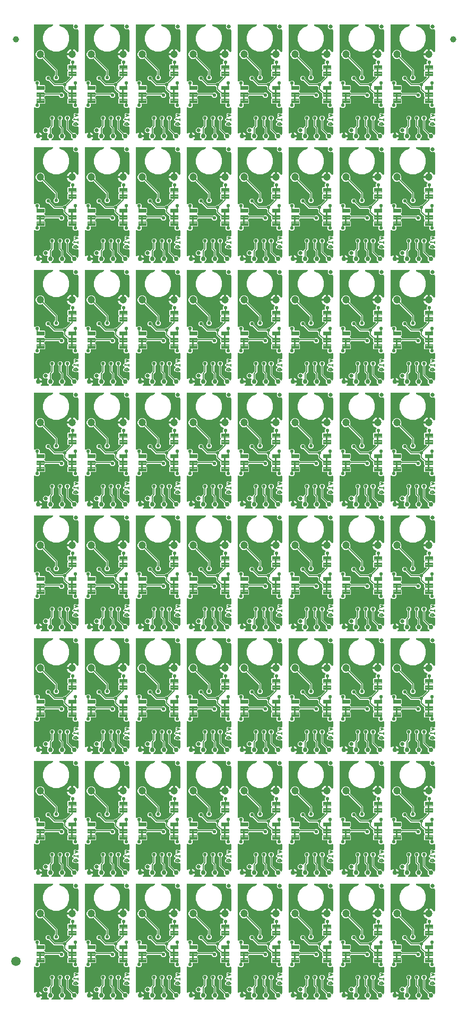
<source format=gbl>
G04 EAGLE Gerber RS-274X export*
G75*
%MOMM*%
%FSLAX34Y34*%
%LPD*%
%INBottom Copper*%
%IPPOS*%
%AMOC8*
5,1,8,0,0,1.08239X$1,22.5*%
G01*
%ADD10C,0.152400*%
%ADD11C,0.635000*%
%ADD12C,0.099059*%
%ADD13C,1.200000*%
%ADD14C,0.762000*%
%ADD15C,1.000000*%
%ADD16C,1.500000*%
%ADD17C,0.558800*%
%ADD18C,0.127000*%

G36*
X25235Y980703D02*
X25235Y980703D01*
X25305Y980702D01*
X25392Y980723D01*
X25481Y980735D01*
X25546Y980760D01*
X25614Y980777D01*
X25694Y980819D01*
X25777Y980852D01*
X25833Y980893D01*
X25895Y980925D01*
X25962Y980986D01*
X26034Y981038D01*
X26079Y981092D01*
X26131Y981139D01*
X26180Y981214D01*
X26237Y981283D01*
X26267Y981347D01*
X26305Y981405D01*
X26335Y981490D01*
X26373Y981571D01*
X26386Y981640D01*
X26409Y981706D01*
X26416Y981795D01*
X26432Y981883D01*
X26428Y981953D01*
X26434Y982023D01*
X26418Y982111D01*
X26413Y982201D01*
X26391Y982267D01*
X26379Y982336D01*
X26342Y982418D01*
X26315Y982503D01*
X26277Y982562D01*
X26249Y982626D01*
X26193Y982696D01*
X26145Y982772D01*
X26094Y982820D01*
X26050Y982875D01*
X25978Y982929D01*
X25913Y982990D01*
X25852Y983024D01*
X25796Y983066D01*
X25704Y983111D01*
X24268Y984547D01*
X23494Y986414D01*
X23494Y988436D01*
X24268Y990303D01*
X24302Y990337D01*
X24387Y990447D01*
X24476Y990554D01*
X24485Y990573D01*
X24497Y990589D01*
X24552Y990716D01*
X24612Y990842D01*
X24615Y990862D01*
X24624Y990881D01*
X24645Y991018D01*
X24671Y991155D01*
X24670Y991175D01*
X24673Y991195D01*
X24660Y991332D01*
X24652Y991472D01*
X24646Y991491D01*
X24644Y991511D01*
X24597Y991642D01*
X24554Y991774D01*
X24543Y991792D01*
X24536Y991811D01*
X24458Y991925D01*
X24384Y992043D01*
X24369Y992057D01*
X24357Y992074D01*
X24253Y992166D01*
X24152Y992261D01*
X24134Y992271D01*
X24119Y992284D01*
X23995Y992347D01*
X23873Y992415D01*
X23854Y992420D01*
X23836Y992429D01*
X23700Y992459D01*
X23565Y992494D01*
X23538Y992496D01*
X23526Y992499D01*
X23505Y992498D01*
X23405Y992504D01*
X19749Y992504D01*
X17144Y995109D01*
X17144Y998791D01*
X19749Y1001396D01*
X23431Y1001396D01*
X24503Y1000325D01*
X24612Y1000240D01*
X24719Y1000151D01*
X24738Y1000142D01*
X24754Y1000130D01*
X24881Y1000075D01*
X25007Y1000015D01*
X25027Y1000011D01*
X25046Y1000003D01*
X25184Y999981D01*
X25320Y999955D01*
X25340Y999957D01*
X25360Y999954D01*
X25499Y999967D01*
X25637Y999975D01*
X25656Y999981D01*
X25676Y999983D01*
X25808Y1000031D01*
X25939Y1000073D01*
X25957Y1000084D01*
X25976Y1000091D01*
X26091Y1000169D01*
X26208Y1000243D01*
X26222Y1000258D01*
X26239Y1000270D01*
X26331Y1000374D01*
X26426Y1000475D01*
X26436Y1000493D01*
X26449Y1000508D01*
X26513Y1000632D01*
X26580Y1000754D01*
X26585Y1000773D01*
X26594Y1000791D01*
X26608Y1000853D01*
X29473Y1003718D01*
X29533Y1003796D01*
X29601Y1003868D01*
X29630Y1003921D01*
X29667Y1003969D01*
X29707Y1004060D01*
X29755Y1004147D01*
X29770Y1004205D01*
X29794Y1004261D01*
X29809Y1004359D01*
X29834Y1004454D01*
X29840Y1004554D01*
X29844Y1004575D01*
X29842Y1004587D01*
X29844Y1004615D01*
X29844Y1011632D01*
X29832Y1011730D01*
X29829Y1011829D01*
X29812Y1011887D01*
X29804Y1011947D01*
X29768Y1012039D01*
X29740Y1012134D01*
X29710Y1012186D01*
X29687Y1012243D01*
X29629Y1012323D01*
X29579Y1012408D01*
X29513Y1012484D01*
X29501Y1012500D01*
X29491Y1012508D01*
X29473Y1012529D01*
X27685Y1014316D01*
X27685Y1017684D01*
X30066Y1020065D01*
X33434Y1020065D01*
X35815Y1017684D01*
X35815Y1014316D01*
X34027Y1012529D01*
X33967Y1012451D01*
X33899Y1012379D01*
X33870Y1012326D01*
X33833Y1012278D01*
X33793Y1012187D01*
X33745Y1012100D01*
X33730Y1012042D01*
X33706Y1011986D01*
X33691Y1011888D01*
X33666Y1011792D01*
X33660Y1011692D01*
X33656Y1011672D01*
X33658Y1011660D01*
X33656Y1011632D01*
X33656Y1002511D01*
X30852Y999707D01*
X30792Y999629D01*
X30724Y999557D01*
X30695Y999504D01*
X30658Y999456D01*
X30618Y999365D01*
X30570Y999278D01*
X30555Y999220D01*
X30531Y999164D01*
X30516Y999066D01*
X30491Y998971D01*
X30485Y998871D01*
X30481Y998850D01*
X30483Y998838D01*
X30481Y998810D01*
X30481Y992983D01*
X30484Y992954D01*
X30482Y992924D01*
X30504Y992797D01*
X30521Y992668D01*
X30531Y992640D01*
X30537Y992611D01*
X30590Y992493D01*
X30638Y992372D01*
X30655Y992348D01*
X30667Y992321D01*
X30748Y992220D01*
X30824Y992114D01*
X30847Y992096D01*
X30866Y992073D01*
X30969Y991995D01*
X31069Y991912D01*
X31096Y991899D01*
X31120Y991881D01*
X31264Y991810D01*
X31453Y991732D01*
X32882Y990303D01*
X33656Y988436D01*
X33656Y986414D01*
X32882Y984547D01*
X31437Y983102D01*
X31373Y983076D01*
X31300Y983024D01*
X31222Y982979D01*
X31172Y982931D01*
X31116Y982890D01*
X31058Y982820D01*
X30994Y982758D01*
X30957Y982698D01*
X30913Y982645D01*
X30875Y982563D01*
X30828Y982487D01*
X30807Y982420D01*
X30777Y982357D01*
X30760Y982269D01*
X30734Y982183D01*
X30731Y982113D01*
X30718Y982044D01*
X30723Y981955D01*
X30719Y981865D01*
X30733Y981797D01*
X30737Y981727D01*
X30765Y981642D01*
X30783Y981554D01*
X30814Y981491D01*
X30835Y981425D01*
X30883Y981349D01*
X30923Y981268D01*
X30968Y981215D01*
X31005Y981156D01*
X31071Y981094D01*
X31129Y981026D01*
X31186Y980986D01*
X31237Y980938D01*
X31316Y980895D01*
X31389Y980843D01*
X31454Y980818D01*
X31516Y980784D01*
X31603Y980762D01*
X31686Y980730D01*
X31756Y980722D01*
X31824Y980705D01*
X31984Y980695D01*
X44216Y980695D01*
X44285Y980703D01*
X44355Y980702D01*
X44442Y980723D01*
X44531Y980735D01*
X44596Y980760D01*
X44664Y980777D01*
X44744Y980819D01*
X44827Y980852D01*
X44883Y980893D01*
X44945Y980925D01*
X45012Y980986D01*
X45084Y981038D01*
X45129Y981092D01*
X45181Y981139D01*
X45230Y981214D01*
X45287Y981283D01*
X45317Y981347D01*
X45355Y981405D01*
X45385Y981490D01*
X45423Y981571D01*
X45436Y981640D01*
X45459Y981706D01*
X45466Y981795D01*
X45482Y981883D01*
X45478Y981953D01*
X45484Y982023D01*
X45468Y982111D01*
X45463Y982201D01*
X45441Y982267D01*
X45429Y982336D01*
X45392Y982418D01*
X45365Y982503D01*
X45327Y982562D01*
X45299Y982626D01*
X45243Y982696D01*
X45195Y982772D01*
X45144Y982820D01*
X45100Y982875D01*
X45028Y982929D01*
X44963Y982990D01*
X44902Y983024D01*
X44846Y983066D01*
X44754Y983111D01*
X43318Y984547D01*
X42544Y986414D01*
X42544Y988436D01*
X43318Y990303D01*
X44747Y991732D01*
X44936Y991810D01*
X44961Y991825D01*
X44989Y991834D01*
X45099Y991904D01*
X45212Y991968D01*
X45233Y991988D01*
X45258Y992004D01*
X45347Y992099D01*
X45440Y992189D01*
X45456Y992214D01*
X45476Y992236D01*
X45539Y992349D01*
X45607Y992460D01*
X45615Y992489D01*
X45630Y992514D01*
X45662Y992640D01*
X45700Y992764D01*
X45702Y992794D01*
X45709Y992822D01*
X45719Y992983D01*
X45719Y998810D01*
X45707Y998908D01*
X45704Y999007D01*
X45687Y999065D01*
X45679Y999125D01*
X45643Y999217D01*
X45615Y999313D01*
X45585Y999365D01*
X45562Y999421D01*
X45504Y999501D01*
X45454Y999587D01*
X45388Y999662D01*
X45376Y999678D01*
X45366Y999686D01*
X45348Y999707D01*
X42544Y1002511D01*
X42544Y1011632D01*
X42532Y1011730D01*
X42529Y1011829D01*
X42512Y1011887D01*
X42504Y1011947D01*
X42468Y1012039D01*
X42440Y1012134D01*
X42410Y1012186D01*
X42387Y1012243D01*
X42329Y1012323D01*
X42279Y1012408D01*
X42213Y1012484D01*
X42201Y1012500D01*
X42191Y1012508D01*
X42173Y1012529D01*
X40385Y1014316D01*
X40385Y1017684D01*
X42766Y1020065D01*
X46134Y1020065D01*
X48515Y1017684D01*
X48515Y1014316D01*
X46727Y1012529D01*
X46667Y1012451D01*
X46599Y1012379D01*
X46570Y1012326D01*
X46533Y1012278D01*
X46493Y1012187D01*
X46445Y1012100D01*
X46430Y1012042D01*
X46406Y1011986D01*
X46391Y1011888D01*
X46366Y1011792D01*
X46360Y1011692D01*
X46356Y1011672D01*
X46358Y1011660D01*
X46356Y1011632D01*
X46356Y1004615D01*
X46368Y1004517D01*
X46371Y1004418D01*
X46388Y1004360D01*
X46396Y1004300D01*
X46432Y1004208D01*
X46460Y1004112D01*
X46490Y1004060D01*
X46513Y1004004D01*
X46571Y1003924D01*
X46621Y1003838D01*
X46687Y1003763D01*
X46699Y1003747D01*
X46709Y1003739D01*
X46727Y1003718D01*
X49531Y1000914D01*
X49531Y992983D01*
X49534Y992954D01*
X49532Y992924D01*
X49554Y992797D01*
X49571Y992668D01*
X49581Y992640D01*
X49587Y992611D01*
X49640Y992493D01*
X49688Y992372D01*
X49705Y992348D01*
X49717Y992321D01*
X49798Y992220D01*
X49874Y992114D01*
X49897Y992096D01*
X49916Y992073D01*
X50019Y991995D01*
X50119Y991912D01*
X50146Y991899D01*
X50170Y991881D01*
X50314Y991810D01*
X50503Y991732D01*
X51932Y990303D01*
X52706Y988436D01*
X52706Y986414D01*
X51932Y984547D01*
X50487Y983102D01*
X50423Y983076D01*
X50350Y983024D01*
X50272Y982979D01*
X50222Y982931D01*
X50166Y982890D01*
X50108Y982820D01*
X50044Y982758D01*
X50007Y982698D01*
X49963Y982645D01*
X49925Y982563D01*
X49878Y982487D01*
X49857Y982420D01*
X49827Y982357D01*
X49810Y982269D01*
X49784Y982183D01*
X49781Y982113D01*
X49768Y982044D01*
X49773Y981955D01*
X49769Y981865D01*
X49783Y981797D01*
X49787Y981727D01*
X49815Y981642D01*
X49833Y981554D01*
X49864Y981491D01*
X49885Y981425D01*
X49933Y981349D01*
X49973Y981268D01*
X50018Y981215D01*
X50055Y981156D01*
X50121Y981094D01*
X50179Y981026D01*
X50236Y980986D01*
X50287Y980938D01*
X50366Y980895D01*
X50439Y980843D01*
X50504Y980818D01*
X50566Y980784D01*
X50653Y980762D01*
X50736Y980730D01*
X50806Y980722D01*
X50874Y980705D01*
X51034Y980695D01*
X63266Y980695D01*
X63335Y980703D01*
X63405Y980702D01*
X63492Y980723D01*
X63581Y980735D01*
X63646Y980760D01*
X63714Y980777D01*
X63794Y980819D01*
X63877Y980852D01*
X63933Y980893D01*
X63995Y980925D01*
X64062Y980986D01*
X64134Y981038D01*
X64179Y981092D01*
X64231Y981139D01*
X64280Y981214D01*
X64337Y981283D01*
X64367Y981347D01*
X64405Y981405D01*
X64435Y981490D01*
X64473Y981571D01*
X64486Y981640D01*
X64509Y981706D01*
X64516Y981795D01*
X64532Y981883D01*
X64528Y981953D01*
X64534Y982023D01*
X64518Y982111D01*
X64513Y982201D01*
X64491Y982267D01*
X64479Y982336D01*
X64442Y982418D01*
X64415Y982503D01*
X64377Y982562D01*
X64349Y982626D01*
X64293Y982696D01*
X64245Y982772D01*
X64194Y982820D01*
X64150Y982875D01*
X64078Y982929D01*
X64013Y982990D01*
X63952Y983024D01*
X63896Y983066D01*
X63804Y983111D01*
X62368Y984547D01*
X61594Y986414D01*
X61594Y988436D01*
X61672Y988624D01*
X61680Y988653D01*
X61694Y988679D01*
X61722Y988806D01*
X61756Y988931D01*
X61757Y988961D01*
X61763Y988989D01*
X61759Y989119D01*
X61761Y989249D01*
X61755Y989278D01*
X61754Y989307D01*
X61718Y989432D01*
X61687Y989558D01*
X61673Y989584D01*
X61665Y989613D01*
X61599Y989724D01*
X61539Y989839D01*
X61519Y989861D01*
X61504Y989887D01*
X61397Y990008D01*
X53974Y997431D01*
X53974Y1011632D01*
X53962Y1011730D01*
X53959Y1011829D01*
X53942Y1011887D01*
X53934Y1011947D01*
X53898Y1012039D01*
X53870Y1012134D01*
X53840Y1012186D01*
X53817Y1012243D01*
X53759Y1012323D01*
X53709Y1012408D01*
X53643Y1012484D01*
X53631Y1012500D01*
X53621Y1012508D01*
X53603Y1012529D01*
X51815Y1014316D01*
X51815Y1017684D01*
X54196Y1020065D01*
X57564Y1020065D01*
X59945Y1017684D01*
X59945Y1014316D01*
X58157Y1012529D01*
X58097Y1012451D01*
X58029Y1012379D01*
X58000Y1012326D01*
X57963Y1012278D01*
X57923Y1012187D01*
X57875Y1012100D01*
X57860Y1012042D01*
X57836Y1011986D01*
X57821Y1011888D01*
X57796Y1011792D01*
X57790Y1011692D01*
X57786Y1011672D01*
X57788Y1011660D01*
X57786Y1011632D01*
X57786Y999535D01*
X57798Y999437D01*
X57801Y999338D01*
X57818Y999280D01*
X57826Y999220D01*
X57862Y999128D01*
X57890Y999032D01*
X57920Y998980D01*
X57943Y998924D01*
X58001Y998844D01*
X58051Y998758D01*
X58117Y998683D01*
X58129Y998667D01*
X58139Y998659D01*
X58157Y998638D01*
X64092Y992703D01*
X64116Y992685D01*
X64135Y992662D01*
X64241Y992587D01*
X64344Y992508D01*
X64371Y992496D01*
X64395Y992479D01*
X64516Y992433D01*
X64636Y992381D01*
X64665Y992377D01*
X64692Y992366D01*
X64821Y992352D01*
X64950Y992332D01*
X64979Y992334D01*
X65008Y992331D01*
X65137Y992349D01*
X65266Y992361D01*
X65294Y992371D01*
X65323Y992376D01*
X65476Y992428D01*
X65664Y992506D01*
X67686Y992506D01*
X69553Y991732D01*
X70990Y990295D01*
X71003Y990274D01*
X71024Y990223D01*
X71076Y990150D01*
X71121Y990072D01*
X71151Y990042D01*
X71151Y990041D01*
X71155Y990037D01*
X71169Y990022D01*
X71210Y989966D01*
X71280Y989908D01*
X71342Y989844D01*
X71402Y989807D01*
X71455Y989763D01*
X71537Y989725D01*
X71613Y989678D01*
X71680Y989657D01*
X71743Y989627D01*
X71831Y989610D01*
X71917Y989584D01*
X71987Y989581D01*
X72056Y989568D01*
X72145Y989573D01*
X72235Y989569D01*
X72303Y989583D01*
X72373Y989587D01*
X72458Y989615D01*
X72546Y989633D01*
X72609Y989664D01*
X72675Y989685D01*
X72751Y989733D01*
X72832Y989773D01*
X72885Y989818D01*
X72944Y989855D01*
X73006Y989921D01*
X73074Y989979D01*
X73114Y990036D01*
X73162Y990087D01*
X73205Y990166D01*
X73206Y990166D01*
X73207Y990168D01*
X73208Y990169D01*
X73257Y990239D01*
X73282Y990304D01*
X73316Y990366D01*
X73334Y990437D01*
X73343Y990456D01*
X73347Y990475D01*
X73370Y990536D01*
X73378Y990606D01*
X73395Y990674D01*
X73400Y990755D01*
X73403Y990768D01*
X73402Y990781D01*
X73405Y990834D01*
X73405Y1001936D01*
X73394Y1002023D01*
X73393Y1002112D01*
X73374Y1002181D01*
X73365Y1002251D01*
X73333Y1002333D01*
X73310Y1002419D01*
X73275Y1002481D01*
X73248Y1002547D01*
X73197Y1002619D01*
X73153Y1002695D01*
X73103Y1002747D01*
X73062Y1002805D01*
X72994Y1002861D01*
X72932Y1002924D01*
X72872Y1002962D01*
X72817Y1003007D01*
X72737Y1003045D01*
X72662Y1003091D01*
X72593Y1003113D01*
X72529Y1003143D01*
X72442Y1003159D01*
X72358Y1003186D01*
X72287Y1003189D01*
X72217Y1003203D01*
X72128Y1003197D01*
X72040Y1003202D01*
X71970Y1003187D01*
X71899Y1003183D01*
X71815Y1003156D01*
X71729Y1003138D01*
X71610Y1003089D01*
X71597Y1003085D01*
X71591Y1003082D01*
X71580Y1003077D01*
X71067Y1002827D01*
X67617Y1002827D01*
X66905Y1003174D01*
X66776Y1003218D01*
X66648Y1003266D01*
X66617Y1003272D01*
X66604Y1003276D01*
X66583Y1003278D01*
X66489Y1003294D01*
X66423Y1003302D01*
X66360Y1003371D01*
X66327Y1003393D01*
X66297Y1003421D01*
X66194Y1003480D01*
X66095Y1003546D01*
X66039Y1003569D01*
X66021Y1003579D01*
X66002Y1003585D01*
X65946Y1003608D01*
X65270Y1003839D01*
X64007Y1005608D01*
X64007Y1007780D01*
X65286Y1009571D01*
X65347Y1009595D01*
X65388Y1009624D01*
X65433Y1009647D01*
X65516Y1009717D01*
X65604Y1009782D01*
X65637Y1009820D01*
X65675Y1009853D01*
X65737Y1009942D01*
X65807Y1010027D01*
X65829Y1010072D01*
X65858Y1010113D01*
X65896Y1010216D01*
X65943Y1010314D01*
X65952Y1010364D01*
X65970Y1010411D01*
X65982Y1010520D01*
X66003Y1010627D01*
X65999Y1010677D01*
X66005Y1010727D01*
X65990Y1010835D01*
X65983Y1010944D01*
X65967Y1010992D01*
X65960Y1011042D01*
X65918Y1011143D01*
X65885Y1011247D01*
X65858Y1011289D01*
X65839Y1011336D01*
X65773Y1011423D01*
X65715Y1011515D01*
X65678Y1011550D01*
X65648Y1011590D01*
X65563Y1011658D01*
X65483Y1011733D01*
X65439Y1011758D01*
X65400Y1011789D01*
X65374Y1011801D01*
X64732Y1012443D01*
X64721Y1012451D01*
X64627Y1012536D01*
X64051Y1012997D01*
X64007Y1013071D01*
X64007Y1013826D01*
X64005Y1013841D01*
X64000Y1013966D01*
X63918Y1014700D01*
X63939Y1014783D01*
X64473Y1015317D01*
X64482Y1015329D01*
X64567Y1015422D01*
X66088Y1017323D01*
X66127Y1017386D01*
X66173Y1017443D01*
X66209Y1017521D01*
X66254Y1017595D01*
X66276Y1017665D01*
X66307Y1017732D01*
X66322Y1017816D01*
X66348Y1017899D01*
X66351Y1017972D01*
X66364Y1018045D01*
X66358Y1018130D01*
X66362Y1018216D01*
X66347Y1018289D01*
X66342Y1018362D01*
X66301Y1018518D01*
X66047Y1019281D01*
X66419Y1020025D01*
X66429Y1020053D01*
X66444Y1020079D01*
X66481Y1020203D01*
X66524Y1020325D01*
X66527Y1020355D01*
X66535Y1020383D01*
X66540Y1020513D01*
X66552Y1020642D01*
X66547Y1020671D01*
X66548Y1020701D01*
X66521Y1020828D01*
X66500Y1020956D01*
X66488Y1020983D01*
X66481Y1021012D01*
X66419Y1021160D01*
X66047Y1021904D01*
X66579Y1023502D01*
X68085Y1024255D01*
X71735Y1023039D01*
X71739Y1023038D01*
X71743Y1023036D01*
X71893Y1023007D01*
X72047Y1022977D01*
X72051Y1022977D01*
X72056Y1022976D01*
X72208Y1022986D01*
X72364Y1022994D01*
X72368Y1022996D01*
X72373Y1022996D01*
X72519Y1023043D01*
X72667Y1023090D01*
X72671Y1023092D01*
X72675Y1023094D01*
X72806Y1023176D01*
X72937Y1023258D01*
X72940Y1023262D01*
X72944Y1023264D01*
X73050Y1023376D01*
X73157Y1023488D01*
X73159Y1023492D01*
X73162Y1023496D01*
X73236Y1023630D01*
X73312Y1023766D01*
X73313Y1023770D01*
X73316Y1023774D01*
X73354Y1023922D01*
X73394Y1024073D01*
X73394Y1024078D01*
X73395Y1024082D01*
X73405Y1024243D01*
X73405Y1032333D01*
X73388Y1032471D01*
X73375Y1032609D01*
X73368Y1032628D01*
X73365Y1032648D01*
X73314Y1032777D01*
X73267Y1032908D01*
X73256Y1032925D01*
X73248Y1032944D01*
X73167Y1033056D01*
X73089Y1033171D01*
X73073Y1033185D01*
X73062Y1033201D01*
X72954Y1033290D01*
X72850Y1033382D01*
X72832Y1033391D01*
X72817Y1033404D01*
X72691Y1033463D01*
X72567Y1033526D01*
X72547Y1033531D01*
X72529Y1033540D01*
X72392Y1033566D01*
X72257Y1033596D01*
X72236Y1033596D01*
X72217Y1033599D01*
X72078Y1033591D01*
X71939Y1033586D01*
X71919Y1033581D01*
X71899Y1033580D01*
X71767Y1033537D01*
X71633Y1033498D01*
X71616Y1033488D01*
X71597Y1033482D01*
X71479Y1033407D01*
X71359Y1033337D01*
X71338Y1033318D01*
X71328Y1033311D01*
X71314Y1033296D01*
X71239Y1033230D01*
X70264Y1032255D01*
X66896Y1032255D01*
X64515Y1034636D01*
X64515Y1037844D01*
X64500Y1037962D01*
X64493Y1038081D01*
X64480Y1038119D01*
X64475Y1038160D01*
X64432Y1038270D01*
X64395Y1038383D01*
X64373Y1038418D01*
X64358Y1038455D01*
X64289Y1038551D01*
X64225Y1038652D01*
X64195Y1038680D01*
X64172Y1038713D01*
X64080Y1038789D01*
X63993Y1038870D01*
X63958Y1038890D01*
X63927Y1038915D01*
X63819Y1038966D01*
X63715Y1039024D01*
X63675Y1039034D01*
X63639Y1039051D01*
X63522Y1039073D01*
X63407Y1039103D01*
X63347Y1039107D01*
X63327Y1039111D01*
X63306Y1039109D01*
X63246Y1039113D01*
X56914Y1039113D01*
X55879Y1040148D01*
X55879Y1047224D01*
X56651Y1047996D01*
X56724Y1048090D01*
X56802Y1048179D01*
X56821Y1048215D01*
X56845Y1048247D01*
X56893Y1048356D01*
X56947Y1048462D01*
X56956Y1048501D01*
X56972Y1048539D01*
X56991Y1048656D01*
X57017Y1048772D01*
X57015Y1048813D01*
X57022Y1048853D01*
X57011Y1048971D01*
X57007Y1049090D01*
X56996Y1049129D01*
X56992Y1049169D01*
X56952Y1049281D01*
X56918Y1049396D01*
X56898Y1049431D01*
X56884Y1049469D01*
X56817Y1049567D01*
X56757Y1049670D01*
X56717Y1049715D01*
X56706Y1049732D01*
X56690Y1049745D01*
X56651Y1049791D01*
X55879Y1050562D01*
X55879Y1054985D01*
X55867Y1055083D01*
X55864Y1055183D01*
X55847Y1055241D01*
X55839Y1055301D01*
X55803Y1055393D01*
X55775Y1055488D01*
X55745Y1055540D01*
X55722Y1055597D01*
X55664Y1055677D01*
X55614Y1055762D01*
X55548Y1055837D01*
X55536Y1055854D01*
X55526Y1055862D01*
X55508Y1055883D01*
X49784Y1061606D01*
X49784Y1064972D01*
X49772Y1065070D01*
X49769Y1065169D01*
X49752Y1065227D01*
X49744Y1065287D01*
X49708Y1065379D01*
X49680Y1065474D01*
X49650Y1065526D01*
X49627Y1065583D01*
X49569Y1065663D01*
X49519Y1065748D01*
X49453Y1065824D01*
X49441Y1065840D01*
X49431Y1065848D01*
X49413Y1065869D01*
X48219Y1067063D01*
X48141Y1067123D01*
X48069Y1067191D01*
X48016Y1067220D01*
X47968Y1067257D01*
X47877Y1067297D01*
X47790Y1067345D01*
X47732Y1067360D01*
X47676Y1067384D01*
X47578Y1067399D01*
X47482Y1067424D01*
X47382Y1067430D01*
X47362Y1067434D01*
X47350Y1067432D01*
X47322Y1067434D01*
X34521Y1067434D01*
X33033Y1068922D01*
X26891Y1075064D01*
X26813Y1075124D01*
X26741Y1075192D01*
X26688Y1075221D01*
X26640Y1075258D01*
X26549Y1075298D01*
X26463Y1075346D01*
X26404Y1075361D01*
X26348Y1075385D01*
X26250Y1075400D01*
X26155Y1075425D01*
X26055Y1075431D01*
X26034Y1075435D01*
X26022Y1075433D01*
X25994Y1075435D01*
X23466Y1075435D01*
X21085Y1077816D01*
X21085Y1081184D01*
X23466Y1083565D01*
X26834Y1083565D01*
X29215Y1081184D01*
X29215Y1078656D01*
X29227Y1078558D01*
X29230Y1078459D01*
X29247Y1078401D01*
X29255Y1078341D01*
X29291Y1078248D01*
X29319Y1078153D01*
X29349Y1078101D01*
X29372Y1078045D01*
X29430Y1077965D01*
X29480Y1077879D01*
X29546Y1077804D01*
X29558Y1077788D01*
X29568Y1077780D01*
X29586Y1077759D01*
X35728Y1071617D01*
X35806Y1071557D01*
X35878Y1071489D01*
X35931Y1071460D01*
X35979Y1071423D01*
X36070Y1071383D01*
X36156Y1071335D01*
X36215Y1071320D01*
X36271Y1071296D01*
X36369Y1071281D01*
X36464Y1071256D01*
X36564Y1071250D01*
X36585Y1071246D01*
X36597Y1071248D01*
X36625Y1071246D01*
X47322Y1071246D01*
X47420Y1071258D01*
X47519Y1071261D01*
X47577Y1071278D01*
X47637Y1071286D01*
X47729Y1071322D01*
X47824Y1071350D01*
X47876Y1071380D01*
X47933Y1071403D01*
X48013Y1071461D01*
X48098Y1071511D01*
X48174Y1071577D01*
X48190Y1071589D01*
X48198Y1071599D01*
X48219Y1071617D01*
X50006Y1073405D01*
X52534Y1073405D01*
X52632Y1073417D01*
X52731Y1073420D01*
X52789Y1073437D01*
X52849Y1073445D01*
X52942Y1073481D01*
X53037Y1073509D01*
X53089Y1073539D01*
X53145Y1073562D01*
X53225Y1073620D01*
X53311Y1073670D01*
X53386Y1073736D01*
X53402Y1073748D01*
X53410Y1073758D01*
X53431Y1073776D01*
X59908Y1080254D01*
X59994Y1080363D01*
X60082Y1080470D01*
X60091Y1080489D01*
X60103Y1080505D01*
X60159Y1080633D01*
X60218Y1080758D01*
X60222Y1080778D01*
X60230Y1080797D01*
X60252Y1080935D01*
X60278Y1081071D01*
X60276Y1081091D01*
X60280Y1081111D01*
X60266Y1081250D01*
X60258Y1081388D01*
X60252Y1081407D01*
X60250Y1081427D01*
X60203Y1081559D01*
X60160Y1081690D01*
X60149Y1081708D01*
X60142Y1081727D01*
X60064Y1081842D01*
X59990Y1081959D01*
X59975Y1081973D01*
X59964Y1081990D01*
X59859Y1082082D01*
X59758Y1082177D01*
X59740Y1082187D01*
X59725Y1082200D01*
X59601Y1082263D01*
X59480Y1082331D01*
X59460Y1082336D01*
X59442Y1082345D01*
X59306Y1082375D01*
X59172Y1082410D01*
X59144Y1082412D01*
X59132Y1082415D01*
X59111Y1082414D01*
X59011Y1082420D01*
X56914Y1082420D01*
X55879Y1083455D01*
X55879Y1090531D01*
X56651Y1091302D01*
X56723Y1091396D01*
X56802Y1091486D01*
X56821Y1091522D01*
X56845Y1091554D01*
X56893Y1091663D01*
X56947Y1091769D01*
X56956Y1091808D01*
X56972Y1091846D01*
X56991Y1091963D01*
X57017Y1092079D01*
X57015Y1092120D01*
X57022Y1092160D01*
X57011Y1092278D01*
X57007Y1092397D01*
X56996Y1092436D01*
X56992Y1092476D01*
X56952Y1092589D01*
X56918Y1092703D01*
X56898Y1092737D01*
X56884Y1092776D01*
X56817Y1092874D01*
X56757Y1092977D01*
X56717Y1093022D01*
X56706Y1093039D01*
X56690Y1093052D01*
X56651Y1093097D01*
X55879Y1093869D01*
X55879Y1100945D01*
X56914Y1101980D01*
X59182Y1101980D01*
X59300Y1101995D01*
X59419Y1102002D01*
X59457Y1102015D01*
X59498Y1102020D01*
X59608Y1102063D01*
X59721Y1102100D01*
X59756Y1102122D01*
X59793Y1102137D01*
X59889Y1102206D01*
X59990Y1102270D01*
X60018Y1102300D01*
X60051Y1102323D01*
X60127Y1102415D01*
X60208Y1102502D01*
X60228Y1102537D01*
X60253Y1102568D01*
X60304Y1102676D01*
X60362Y1102780D01*
X60372Y1102820D01*
X60389Y1102856D01*
X60411Y1102973D01*
X60441Y1103088D01*
X60445Y1103148D01*
X60449Y1103168D01*
X60447Y1103189D01*
X60451Y1103249D01*
X60451Y1106584D01*
X61254Y1107386D01*
X61284Y1107426D01*
X61321Y1107459D01*
X61382Y1107551D01*
X61449Y1107638D01*
X61469Y1107683D01*
X61496Y1107725D01*
X61532Y1107829D01*
X61575Y1107929D01*
X61583Y1107979D01*
X61599Y1108026D01*
X61608Y1108135D01*
X61625Y1108244D01*
X61620Y1108293D01*
X61624Y1108343D01*
X61606Y1108451D01*
X61595Y1108560D01*
X61578Y1108607D01*
X61570Y1108656D01*
X61525Y1108756D01*
X61488Y1108859D01*
X61460Y1108901D01*
X61439Y1108946D01*
X61371Y1109032D01*
X61309Y1109123D01*
X61272Y1109155D01*
X61241Y1109194D01*
X61153Y1109260D01*
X61071Y1109333D01*
X61026Y1109356D01*
X60987Y1109386D01*
X60842Y1109456D01*
X59454Y1110031D01*
X58056Y1110966D01*
X56866Y1112156D01*
X55931Y1113554D01*
X55288Y1115109D01*
X55140Y1115851D01*
X63020Y1115851D01*
X63138Y1115866D01*
X63257Y1115873D01*
X63295Y1115885D01*
X63335Y1115891D01*
X63446Y1115934D01*
X63559Y1115971D01*
X63593Y1115993D01*
X63631Y1116008D01*
X63727Y1116077D01*
X63828Y1116141D01*
X63856Y1116171D01*
X63888Y1116194D01*
X63964Y1116286D01*
X64046Y1116373D01*
X64065Y1116408D01*
X64091Y1116439D01*
X64142Y1116547D01*
X64199Y1116651D01*
X64209Y1116691D01*
X64227Y1116727D01*
X64249Y1116844D01*
X64255Y1116846D01*
X64296Y1116851D01*
X64406Y1116895D01*
X64519Y1116931D01*
X64554Y1116953D01*
X64591Y1116968D01*
X64687Y1117038D01*
X64788Y1117101D01*
X64816Y1117131D01*
X64849Y1117155D01*
X64925Y1117246D01*
X65006Y1117333D01*
X65026Y1117368D01*
X65051Y1117400D01*
X65102Y1117507D01*
X65160Y1117612D01*
X65170Y1117651D01*
X65187Y1117687D01*
X65209Y1117804D01*
X65239Y1117920D01*
X65243Y1117980D01*
X65247Y1118000D01*
X65245Y1118020D01*
X65249Y1118080D01*
X65249Y1125960D01*
X65991Y1125812D01*
X67546Y1125169D01*
X68944Y1124234D01*
X70134Y1123044D01*
X71081Y1121628D01*
X71149Y1121549D01*
X71210Y1121464D01*
X71253Y1121429D01*
X71289Y1121387D01*
X71375Y1121328D01*
X71455Y1121261D01*
X71505Y1121238D01*
X71551Y1121206D01*
X71649Y1121170D01*
X71743Y1121126D01*
X71797Y1121115D01*
X71849Y1121096D01*
X71953Y1121086D01*
X72056Y1121066D01*
X72110Y1121069D01*
X72165Y1121064D01*
X72269Y1121079D01*
X72373Y1121086D01*
X72425Y1121103D01*
X72480Y1121111D01*
X72576Y1121152D01*
X72675Y1121184D01*
X72722Y1121213D01*
X72773Y1121235D01*
X72856Y1121298D01*
X72944Y1121354D01*
X72982Y1121394D01*
X73026Y1121427D01*
X73091Y1121510D01*
X73162Y1121586D01*
X73189Y1121634D01*
X73223Y1121677D01*
X73265Y1121773D01*
X73316Y1121864D01*
X73329Y1121917D01*
X73352Y1121968D01*
X73369Y1122071D01*
X73395Y1122172D01*
X73401Y1122260D01*
X73404Y1122281D01*
X73403Y1122296D01*
X73405Y1122333D01*
X73405Y1156335D01*
X73390Y1156453D01*
X73383Y1156572D01*
X73370Y1156610D01*
X73365Y1156651D01*
X73322Y1156761D01*
X73285Y1156874D01*
X73263Y1156909D01*
X73248Y1156946D01*
X73179Y1157042D01*
X73115Y1157143D01*
X73085Y1157171D01*
X73062Y1157204D01*
X72970Y1157280D01*
X72883Y1157361D01*
X72848Y1157381D01*
X72817Y1157406D01*
X72709Y1157457D01*
X72605Y1157515D01*
X72565Y1157525D01*
X72529Y1157542D01*
X72412Y1157564D01*
X72297Y1157594D01*
X72237Y1157598D01*
X72217Y1157602D01*
X72196Y1157600D01*
X72136Y1157604D01*
X68009Y1157604D01*
X65404Y1160209D01*
X65404Y1164336D01*
X65389Y1164454D01*
X65382Y1164573D01*
X65369Y1164611D01*
X65364Y1164652D01*
X65321Y1164762D01*
X65284Y1164875D01*
X65262Y1164910D01*
X65247Y1164947D01*
X65178Y1165043D01*
X65114Y1165144D01*
X65084Y1165172D01*
X65061Y1165205D01*
X64969Y1165281D01*
X64882Y1165362D01*
X64847Y1165382D01*
X64816Y1165407D01*
X64708Y1165458D01*
X64604Y1165516D01*
X64564Y1165526D01*
X64528Y1165543D01*
X64411Y1165565D01*
X64296Y1165595D01*
X64236Y1165599D01*
X64216Y1165603D01*
X64195Y1165601D01*
X64135Y1165605D01*
X44335Y1165605D01*
X44266Y1165597D01*
X44196Y1165598D01*
X44109Y1165577D01*
X44020Y1165565D01*
X43955Y1165540D01*
X43887Y1165523D01*
X43807Y1165481D01*
X43724Y1165448D01*
X43667Y1165407D01*
X43606Y1165375D01*
X43539Y1165314D01*
X43467Y1165262D01*
X43422Y1165208D01*
X43370Y1165161D01*
X43321Y1165086D01*
X43264Y1165017D01*
X43234Y1164953D01*
X43196Y1164895D01*
X43166Y1164810D01*
X43128Y1164729D01*
X43115Y1164660D01*
X43092Y1164594D01*
X43085Y1164505D01*
X43068Y1164417D01*
X43073Y1164347D01*
X43067Y1164277D01*
X43083Y1164189D01*
X43088Y1164099D01*
X43110Y1164033D01*
X43122Y1163964D01*
X43159Y1163882D01*
X43186Y1163797D01*
X43224Y1163738D01*
X43252Y1163674D01*
X43308Y1163604D01*
X43356Y1163528D01*
X43407Y1163480D01*
X43451Y1163426D01*
X43523Y1163371D01*
X43588Y1163310D01*
X43649Y1163276D01*
X43705Y1163234D01*
X43849Y1163163D01*
X49899Y1160658D01*
X55758Y1154799D01*
X58929Y1147143D01*
X58929Y1138857D01*
X55758Y1131201D01*
X49899Y1125342D01*
X42243Y1122171D01*
X33957Y1122171D01*
X26301Y1125342D01*
X20442Y1131201D01*
X17271Y1138857D01*
X17271Y1147143D01*
X20442Y1154798D01*
X26302Y1160658D01*
X32351Y1163163D01*
X32411Y1163198D01*
X32476Y1163224D01*
X32549Y1163276D01*
X32627Y1163321D01*
X32677Y1163370D01*
X32734Y1163410D01*
X32791Y1163480D01*
X32855Y1163542D01*
X32892Y1163602D01*
X32936Y1163655D01*
X32975Y1163737D01*
X33022Y1163813D01*
X33042Y1163880D01*
X33072Y1163943D01*
X33089Y1164031D01*
X33115Y1164117D01*
X33119Y1164187D01*
X33132Y1164256D01*
X33126Y1164345D01*
X33130Y1164435D01*
X33116Y1164503D01*
X33112Y1164573D01*
X33084Y1164658D01*
X33066Y1164746D01*
X33035Y1164809D01*
X33014Y1164875D01*
X32966Y1164951D01*
X32926Y1165032D01*
X32881Y1165085D01*
X32844Y1165144D01*
X32778Y1165206D01*
X32720Y1165274D01*
X32663Y1165314D01*
X32612Y1165362D01*
X32533Y1165405D01*
X32460Y1165457D01*
X32395Y1165482D01*
X32334Y1165516D01*
X32247Y1165538D01*
X32163Y1165570D01*
X32093Y1165578D01*
X32026Y1165595D01*
X31865Y1165605D01*
X4064Y1165605D01*
X3946Y1165590D01*
X3827Y1165583D01*
X3789Y1165570D01*
X3748Y1165565D01*
X3638Y1165522D01*
X3525Y1165485D01*
X3490Y1165463D01*
X3453Y1165448D01*
X3357Y1165379D01*
X3256Y1165315D01*
X3228Y1165285D01*
X3195Y1165262D01*
X3119Y1165170D01*
X3038Y1165083D01*
X3018Y1165048D01*
X2993Y1165017D01*
X2942Y1164909D01*
X2884Y1164805D01*
X2874Y1164765D01*
X2857Y1164729D01*
X2835Y1164612D01*
X2805Y1164497D01*
X2801Y1164437D01*
X2797Y1164417D01*
X2799Y1164396D01*
X2795Y1164336D01*
X2795Y1075867D01*
X2812Y1075729D01*
X2812Y1075728D01*
X2817Y1075652D01*
X2820Y1075641D01*
X2825Y1075591D01*
X2832Y1075572D01*
X2835Y1075552D01*
X2886Y1075423D01*
X2933Y1075292D01*
X2944Y1075275D01*
X2952Y1075256D01*
X3033Y1075144D01*
X3111Y1075029D01*
X3127Y1075015D01*
X3138Y1074999D01*
X3246Y1074910D01*
X3350Y1074818D01*
X3368Y1074809D01*
X3383Y1074796D01*
X3509Y1074737D01*
X3633Y1074674D01*
X3653Y1074669D01*
X3671Y1074660D01*
X3808Y1074634D01*
X3943Y1074604D01*
X3964Y1074604D01*
X3983Y1074601D01*
X4122Y1074609D01*
X4261Y1074614D01*
X4281Y1074619D01*
X4301Y1074620D01*
X4433Y1074663D01*
X4567Y1074702D01*
X4584Y1074712D01*
X4603Y1074718D01*
X4691Y1074774D01*
X4696Y1074776D01*
X4709Y1074785D01*
X4721Y1074793D01*
X4841Y1074863D01*
X4862Y1074882D01*
X4872Y1074889D01*
X4886Y1074904D01*
X4953Y1074963D01*
X4954Y1074963D01*
X4961Y1074970D01*
X5936Y1075945D01*
X9304Y1075945D01*
X11685Y1073564D01*
X11685Y1070356D01*
X11700Y1070238D01*
X11707Y1070119D01*
X11720Y1070081D01*
X11725Y1070040D01*
X11768Y1069930D01*
X11805Y1069817D01*
X11827Y1069782D01*
X11842Y1069745D01*
X11911Y1069649D01*
X11975Y1069548D01*
X12005Y1069520D01*
X12028Y1069487D01*
X12120Y1069411D01*
X12207Y1069330D01*
X12242Y1069310D01*
X12273Y1069285D01*
X12381Y1069234D01*
X12485Y1069176D01*
X12525Y1069166D01*
X12561Y1069149D01*
X12678Y1069127D01*
X12793Y1069097D01*
X12853Y1069093D01*
X12873Y1069089D01*
X12894Y1069091D01*
X12954Y1069087D01*
X19286Y1069087D01*
X20321Y1068052D01*
X20321Y1060976D01*
X19549Y1060205D01*
X19477Y1060111D01*
X19398Y1060021D01*
X19379Y1059985D01*
X19355Y1059953D01*
X19307Y1059844D01*
X19253Y1059738D01*
X19244Y1059699D01*
X19228Y1059661D01*
X19209Y1059544D01*
X19183Y1059428D01*
X19185Y1059387D01*
X19178Y1059347D01*
X19189Y1059229D01*
X19193Y1059110D01*
X19204Y1059071D01*
X19208Y1059031D01*
X19248Y1058918D01*
X19282Y1058804D01*
X19302Y1058770D01*
X19316Y1058731D01*
X19383Y1058633D01*
X19443Y1058530D01*
X19483Y1058485D01*
X19494Y1058468D01*
X19510Y1058455D01*
X19549Y1058410D01*
X20321Y1057638D01*
X20321Y1057275D01*
X20336Y1057157D01*
X20343Y1057038D01*
X20356Y1057000D01*
X20361Y1056959D01*
X20404Y1056849D01*
X20441Y1056736D01*
X20463Y1056701D01*
X20478Y1056664D01*
X20547Y1056568D01*
X20611Y1056467D01*
X20641Y1056439D01*
X20664Y1056406D01*
X20756Y1056330D01*
X20843Y1056249D01*
X20878Y1056229D01*
X20909Y1056204D01*
X21017Y1056153D01*
X21121Y1056095D01*
X21161Y1056085D01*
X21197Y1056068D01*
X21314Y1056046D01*
X21429Y1056016D01*
X21489Y1056012D01*
X21509Y1056008D01*
X21530Y1056010D01*
X21590Y1056006D01*
X43892Y1056006D01*
X43990Y1056018D01*
X44089Y1056021D01*
X44147Y1056038D01*
X44207Y1056046D01*
X44299Y1056082D01*
X44394Y1056110D01*
X44446Y1056140D01*
X44503Y1056163D01*
X44583Y1056221D01*
X44668Y1056271D01*
X44744Y1056337D01*
X44760Y1056349D01*
X44768Y1056359D01*
X44789Y1056377D01*
X45306Y1056895D01*
X48674Y1056895D01*
X51055Y1054514D01*
X51055Y1051146D01*
X48674Y1048765D01*
X45306Y1048765D01*
X42900Y1051172D01*
X42890Y1051200D01*
X42885Y1051241D01*
X42842Y1051351D01*
X42805Y1051464D01*
X42783Y1051499D01*
X42768Y1051536D01*
X42699Y1051632D01*
X42635Y1051733D01*
X42605Y1051761D01*
X42582Y1051794D01*
X42490Y1051870D01*
X42403Y1051951D01*
X42368Y1051971D01*
X42337Y1051996D01*
X42229Y1052047D01*
X42125Y1052105D01*
X42085Y1052115D01*
X42049Y1052132D01*
X41932Y1052154D01*
X41817Y1052184D01*
X41757Y1052188D01*
X41737Y1052192D01*
X41716Y1052190D01*
X41656Y1052194D01*
X21590Y1052194D01*
X21472Y1052179D01*
X21353Y1052172D01*
X21315Y1052159D01*
X21274Y1052154D01*
X21164Y1052111D01*
X21051Y1052074D01*
X21016Y1052052D01*
X20979Y1052037D01*
X20883Y1051968D01*
X20782Y1051904D01*
X20754Y1051874D01*
X20721Y1051851D01*
X20645Y1051759D01*
X20564Y1051672D01*
X20544Y1051637D01*
X20519Y1051606D01*
X20468Y1051498D01*
X20410Y1051394D01*
X20400Y1051354D01*
X20383Y1051318D01*
X20361Y1051201D01*
X20331Y1051086D01*
X20327Y1051026D01*
X20323Y1051006D01*
X20325Y1050985D01*
X20321Y1050925D01*
X20321Y1050562D01*
X19549Y1049791D01*
X19477Y1049697D01*
X19398Y1049607D01*
X19379Y1049571D01*
X19355Y1049539D01*
X19307Y1049430D01*
X19253Y1049324D01*
X19244Y1049285D01*
X19228Y1049247D01*
X19209Y1049130D01*
X19183Y1049014D01*
X19185Y1048973D01*
X19178Y1048933D01*
X19189Y1048815D01*
X19193Y1048696D01*
X19204Y1048657D01*
X19208Y1048617D01*
X19248Y1048504D01*
X19282Y1048390D01*
X19302Y1048356D01*
X19316Y1048317D01*
X19383Y1048219D01*
X19443Y1048116D01*
X19483Y1048071D01*
X19494Y1048054D01*
X19510Y1048041D01*
X19549Y1047996D01*
X20321Y1047224D01*
X20321Y1040148D01*
X19286Y1039113D01*
X12954Y1039113D01*
X12836Y1039098D01*
X12717Y1039091D01*
X12679Y1039078D01*
X12638Y1039073D01*
X12528Y1039030D01*
X12415Y1038993D01*
X12380Y1038971D01*
X12343Y1038956D01*
X12247Y1038887D01*
X12146Y1038823D01*
X12118Y1038793D01*
X12085Y1038770D01*
X12009Y1038678D01*
X11928Y1038591D01*
X11908Y1038556D01*
X11883Y1038525D01*
X11832Y1038417D01*
X11774Y1038313D01*
X11764Y1038273D01*
X11747Y1038237D01*
X11725Y1038120D01*
X11695Y1038005D01*
X11691Y1037945D01*
X11687Y1037925D01*
X11689Y1037904D01*
X11688Y1037895D01*
X11687Y1037891D01*
X11688Y1037888D01*
X11685Y1037844D01*
X11685Y1034636D01*
X9304Y1032255D01*
X5936Y1032255D01*
X4961Y1033230D01*
X4852Y1033315D01*
X4745Y1033404D01*
X4726Y1033413D01*
X4710Y1033425D01*
X4583Y1033480D01*
X4457Y1033540D01*
X4437Y1033543D01*
X4418Y1033551D01*
X4280Y1033573D01*
X4144Y1033599D01*
X4124Y1033598D01*
X4104Y1033601D01*
X3965Y1033588D01*
X3827Y1033580D01*
X3808Y1033573D01*
X3788Y1033571D01*
X3656Y1033524D01*
X3525Y1033482D01*
X3507Y1033471D01*
X3488Y1033464D01*
X3373Y1033386D01*
X3256Y1033311D01*
X3242Y1033297D01*
X3225Y1033285D01*
X3133Y1033181D01*
X3038Y1033080D01*
X3028Y1033062D01*
X3015Y1033047D01*
X2951Y1032923D01*
X2884Y1032801D01*
X2879Y1032782D01*
X2870Y1032764D01*
X2840Y1032628D01*
X2805Y1032493D01*
X2803Y1032465D01*
X2800Y1032453D01*
X2801Y1032433D01*
X2795Y1032333D01*
X2795Y992740D01*
X2812Y992602D01*
X2825Y992464D01*
X2832Y992445D01*
X2835Y992425D01*
X2886Y992295D01*
X2933Y992165D01*
X2944Y992148D01*
X2952Y992129D01*
X3033Y992016D01*
X3111Y991901D01*
X3127Y991888D01*
X3138Y991872D01*
X3246Y991783D01*
X3350Y991691D01*
X3368Y991682D01*
X3383Y991669D01*
X3509Y991610D01*
X3633Y991546D01*
X3653Y991542D01*
X3671Y991533D01*
X3807Y991507D01*
X3943Y991477D01*
X3964Y991477D01*
X3983Y991474D01*
X4122Y991482D01*
X4261Y991486D01*
X4281Y991492D01*
X4301Y991493D01*
X4433Y991536D01*
X4567Y991575D01*
X4584Y991585D01*
X4603Y991591D01*
X4721Y991666D01*
X4841Y991736D01*
X4862Y991755D01*
X4872Y991761D01*
X4886Y991776D01*
X4962Y991843D01*
X5477Y992358D01*
X6517Y993053D01*
X7621Y993510D01*
X7621Y988060D01*
X7636Y987942D01*
X7643Y987823D01*
X7655Y987785D01*
X7661Y987745D01*
X7704Y987634D01*
X7741Y987521D01*
X7763Y987487D01*
X7778Y987449D01*
X7847Y987353D01*
X7911Y987252D01*
X7941Y987224D01*
X7964Y987192D01*
X8056Y987116D01*
X8143Y987034D01*
X8178Y987015D01*
X8209Y986989D01*
X8317Y986938D01*
X8421Y986881D01*
X8461Y986871D01*
X8497Y986853D01*
X8614Y986831D01*
X8729Y986801D01*
X8789Y986797D01*
X8809Y986794D01*
X8830Y986795D01*
X8890Y986791D01*
X8891Y986791D01*
X8891Y986790D01*
X8906Y986672D01*
X8913Y986553D01*
X8926Y986515D01*
X8931Y986474D01*
X8975Y986364D01*
X9011Y986251D01*
X9033Y986216D01*
X9048Y986179D01*
X9118Y986082D01*
X9181Y985982D01*
X9211Y985954D01*
X9235Y985921D01*
X9326Y985845D01*
X9413Y985764D01*
X9448Y985744D01*
X9480Y985719D01*
X9587Y985668D01*
X9692Y985610D01*
X9731Y985600D01*
X9767Y985583D01*
X9884Y985561D01*
X10000Y985531D01*
X10060Y985527D01*
X10080Y985523D01*
X10100Y985525D01*
X10160Y985521D01*
X15610Y985521D01*
X15153Y984417D01*
X14458Y983377D01*
X13943Y982862D01*
X13858Y982752D01*
X13769Y982645D01*
X13760Y982626D01*
X13748Y982610D01*
X13692Y982482D01*
X13633Y982357D01*
X13630Y982337D01*
X13621Y982318D01*
X13600Y982180D01*
X13574Y982044D01*
X13575Y982024D01*
X13572Y982004D01*
X13585Y981865D01*
X13593Y981727D01*
X13600Y981708D01*
X13601Y981688D01*
X13648Y981557D01*
X13691Y981425D01*
X13702Y981407D01*
X13709Y981388D01*
X13787Y981274D01*
X13861Y981156D01*
X13876Y981142D01*
X13888Y981125D01*
X13992Y981033D01*
X14093Y980938D01*
X14111Y980928D01*
X14126Y980915D01*
X14250Y980852D01*
X14372Y980784D01*
X14391Y980779D01*
X14409Y980770D01*
X14545Y980740D01*
X14680Y980705D01*
X14708Y980703D01*
X14720Y980700D01*
X14740Y980701D01*
X14840Y980695D01*
X25166Y980695D01*
X25235Y980703D01*
G37*
G36*
X350355Y2803D02*
X350355Y2803D01*
X350425Y2802D01*
X350512Y2823D01*
X350601Y2835D01*
X350666Y2860D01*
X350734Y2877D01*
X350814Y2919D01*
X350897Y2952D01*
X350953Y2993D01*
X351015Y3025D01*
X351082Y3086D01*
X351154Y3138D01*
X351199Y3192D01*
X351251Y3239D01*
X351300Y3314D01*
X351357Y3383D01*
X351387Y3447D01*
X351425Y3505D01*
X351455Y3590D01*
X351493Y3671D01*
X351506Y3740D01*
X351529Y3806D01*
X351536Y3895D01*
X351552Y3983D01*
X351548Y4053D01*
X351554Y4123D01*
X351538Y4211D01*
X351533Y4301D01*
X351511Y4367D01*
X351499Y4436D01*
X351462Y4518D01*
X351435Y4603D01*
X351397Y4662D01*
X351369Y4726D01*
X351313Y4796D01*
X351265Y4872D01*
X351214Y4920D01*
X351170Y4975D01*
X351098Y5029D01*
X351033Y5090D01*
X350972Y5124D01*
X350916Y5166D01*
X350824Y5211D01*
X349388Y6647D01*
X348614Y8514D01*
X348614Y10536D01*
X349388Y12403D01*
X349422Y12437D01*
X349507Y12547D01*
X349596Y12654D01*
X349605Y12673D01*
X349617Y12689D01*
X349672Y12816D01*
X349732Y12942D01*
X349735Y12962D01*
X349744Y12981D01*
X349765Y13118D01*
X349791Y13255D01*
X349790Y13275D01*
X349793Y13295D01*
X349780Y13432D01*
X349772Y13572D01*
X349766Y13591D01*
X349764Y13611D01*
X349717Y13742D01*
X349674Y13874D01*
X349663Y13892D01*
X349656Y13911D01*
X349578Y14025D01*
X349504Y14143D01*
X349489Y14157D01*
X349477Y14174D01*
X349373Y14266D01*
X349272Y14361D01*
X349254Y14371D01*
X349239Y14384D01*
X349115Y14447D01*
X348993Y14515D01*
X348974Y14520D01*
X348956Y14529D01*
X348820Y14559D01*
X348685Y14594D01*
X348658Y14596D01*
X348646Y14599D01*
X348625Y14598D01*
X348525Y14604D01*
X344869Y14604D01*
X342264Y17209D01*
X342264Y20891D01*
X344869Y23496D01*
X348551Y23496D01*
X349623Y22425D01*
X349732Y22340D01*
X349839Y22251D01*
X349858Y22242D01*
X349874Y22230D01*
X350001Y22175D01*
X350127Y22115D01*
X350147Y22111D01*
X350166Y22103D01*
X350304Y22081D01*
X350440Y22055D01*
X350460Y22057D01*
X350480Y22054D01*
X350619Y22067D01*
X350757Y22075D01*
X350776Y22081D01*
X350796Y22083D01*
X350928Y22131D01*
X351059Y22173D01*
X351077Y22184D01*
X351096Y22191D01*
X351211Y22269D01*
X351328Y22343D01*
X351342Y22358D01*
X351359Y22370D01*
X351451Y22474D01*
X351546Y22575D01*
X351556Y22593D01*
X351569Y22608D01*
X351633Y22732D01*
X351700Y22854D01*
X351705Y22873D01*
X351714Y22891D01*
X351728Y22953D01*
X354593Y25818D01*
X354653Y25896D01*
X354721Y25968D01*
X354750Y26021D01*
X354787Y26069D01*
X354827Y26160D01*
X354875Y26247D01*
X354890Y26305D01*
X354914Y26361D01*
X354929Y26459D01*
X354954Y26554D01*
X354960Y26654D01*
X354964Y26675D01*
X354962Y26687D01*
X354964Y26715D01*
X354964Y33732D01*
X354952Y33830D01*
X354949Y33929D01*
X354932Y33987D01*
X354924Y34047D01*
X354888Y34139D01*
X354860Y34234D01*
X354830Y34286D01*
X354807Y34343D01*
X354749Y34423D01*
X354699Y34508D01*
X354633Y34584D01*
X354621Y34600D01*
X354611Y34608D01*
X354593Y34629D01*
X352805Y36416D01*
X352805Y39784D01*
X355186Y42165D01*
X358554Y42165D01*
X360935Y39784D01*
X360935Y36416D01*
X359147Y34629D01*
X359087Y34551D01*
X359019Y34479D01*
X358990Y34426D01*
X358953Y34378D01*
X358913Y34287D01*
X358865Y34200D01*
X358850Y34142D01*
X358826Y34086D01*
X358811Y33988D01*
X358786Y33892D01*
X358780Y33792D01*
X358776Y33772D01*
X358778Y33760D01*
X358776Y33732D01*
X358776Y24611D01*
X355972Y21807D01*
X355912Y21729D01*
X355844Y21657D01*
X355815Y21604D01*
X355778Y21556D01*
X355738Y21465D01*
X355690Y21378D01*
X355675Y21320D01*
X355651Y21264D01*
X355636Y21166D01*
X355611Y21071D01*
X355605Y20971D01*
X355601Y20950D01*
X355603Y20938D01*
X355601Y20910D01*
X355601Y15083D01*
X355604Y15054D01*
X355602Y15024D01*
X355624Y14897D01*
X355641Y14768D01*
X355651Y14740D01*
X355657Y14711D01*
X355710Y14593D01*
X355758Y14472D01*
X355775Y14448D01*
X355787Y14421D01*
X355868Y14320D01*
X355944Y14214D01*
X355967Y14196D01*
X355986Y14173D01*
X356089Y14095D01*
X356189Y14012D01*
X356216Y13999D01*
X356240Y13981D01*
X356384Y13910D01*
X356573Y13832D01*
X358002Y12403D01*
X358776Y10536D01*
X358776Y8514D01*
X358002Y6647D01*
X356557Y5202D01*
X356493Y5176D01*
X356420Y5124D01*
X356342Y5079D01*
X356292Y5031D01*
X356236Y4990D01*
X356178Y4920D01*
X356114Y4858D01*
X356077Y4798D01*
X356033Y4745D01*
X355995Y4663D01*
X355948Y4587D01*
X355927Y4520D01*
X355897Y4457D01*
X355880Y4369D01*
X355854Y4283D01*
X355851Y4213D01*
X355838Y4144D01*
X355843Y4055D01*
X355839Y3965D01*
X355853Y3897D01*
X355857Y3827D01*
X355885Y3742D01*
X355903Y3654D01*
X355934Y3591D01*
X355955Y3525D01*
X356003Y3449D01*
X356043Y3368D01*
X356088Y3315D01*
X356125Y3256D01*
X356191Y3194D01*
X356249Y3126D01*
X356306Y3086D01*
X356357Y3038D01*
X356436Y2995D01*
X356509Y2943D01*
X356574Y2918D01*
X356636Y2884D01*
X356723Y2862D01*
X356806Y2830D01*
X356876Y2822D01*
X356944Y2805D01*
X357104Y2795D01*
X369336Y2795D01*
X369405Y2803D01*
X369475Y2802D01*
X369562Y2823D01*
X369651Y2835D01*
X369716Y2860D01*
X369784Y2877D01*
X369864Y2919D01*
X369947Y2952D01*
X370003Y2993D01*
X370065Y3025D01*
X370132Y3086D01*
X370204Y3138D01*
X370249Y3192D01*
X370301Y3239D01*
X370350Y3314D01*
X370407Y3383D01*
X370437Y3447D01*
X370475Y3505D01*
X370505Y3590D01*
X370543Y3671D01*
X370556Y3740D01*
X370579Y3806D01*
X370586Y3895D01*
X370602Y3983D01*
X370598Y4053D01*
X370604Y4123D01*
X370588Y4211D01*
X370583Y4301D01*
X370561Y4367D01*
X370549Y4436D01*
X370512Y4518D01*
X370485Y4603D01*
X370447Y4662D01*
X370419Y4726D01*
X370363Y4796D01*
X370315Y4872D01*
X370264Y4920D01*
X370220Y4975D01*
X370148Y5029D01*
X370083Y5090D01*
X370022Y5124D01*
X369966Y5166D01*
X369874Y5211D01*
X368438Y6647D01*
X367664Y8514D01*
X367664Y10536D01*
X368438Y12403D01*
X369867Y13832D01*
X370056Y13910D01*
X370081Y13925D01*
X370109Y13934D01*
X370219Y14004D01*
X370332Y14068D01*
X370353Y14088D01*
X370378Y14104D01*
X370467Y14199D01*
X370560Y14289D01*
X370576Y14314D01*
X370596Y14336D01*
X370659Y14449D01*
X370727Y14560D01*
X370735Y14589D01*
X370750Y14614D01*
X370782Y14740D01*
X370820Y14864D01*
X370822Y14894D01*
X370829Y14922D01*
X370839Y15083D01*
X370839Y20910D01*
X370827Y21008D01*
X370824Y21107D01*
X370807Y21165D01*
X370799Y21225D01*
X370763Y21317D01*
X370735Y21413D01*
X370705Y21465D01*
X370682Y21521D01*
X370624Y21601D01*
X370574Y21687D01*
X370508Y21762D01*
X370496Y21778D01*
X370486Y21786D01*
X370468Y21807D01*
X367664Y24611D01*
X367664Y33732D01*
X367652Y33830D01*
X367649Y33929D01*
X367632Y33987D01*
X367624Y34047D01*
X367588Y34139D01*
X367560Y34234D01*
X367530Y34286D01*
X367507Y34343D01*
X367449Y34423D01*
X367399Y34508D01*
X367333Y34584D01*
X367321Y34600D01*
X367311Y34608D01*
X367293Y34629D01*
X365505Y36416D01*
X365505Y39784D01*
X367886Y42165D01*
X371254Y42165D01*
X373635Y39784D01*
X373635Y36416D01*
X371847Y34629D01*
X371787Y34551D01*
X371719Y34479D01*
X371690Y34426D01*
X371653Y34378D01*
X371613Y34287D01*
X371565Y34200D01*
X371550Y34142D01*
X371526Y34086D01*
X371511Y33988D01*
X371486Y33892D01*
X371480Y33792D01*
X371476Y33772D01*
X371478Y33760D01*
X371476Y33732D01*
X371476Y26715D01*
X371488Y26617D01*
X371491Y26518D01*
X371508Y26460D01*
X371516Y26400D01*
X371552Y26308D01*
X371580Y26212D01*
X371610Y26160D01*
X371633Y26104D01*
X371691Y26024D01*
X371741Y25938D01*
X371807Y25863D01*
X371819Y25847D01*
X371829Y25839D01*
X371847Y25818D01*
X374651Y23014D01*
X374651Y15083D01*
X374654Y15054D01*
X374652Y15024D01*
X374674Y14897D01*
X374691Y14768D01*
X374701Y14740D01*
X374707Y14711D01*
X374760Y14593D01*
X374808Y14472D01*
X374825Y14448D01*
X374837Y14421D01*
X374918Y14320D01*
X374994Y14214D01*
X375017Y14196D01*
X375036Y14173D01*
X375139Y14095D01*
X375239Y14012D01*
X375266Y13999D01*
X375290Y13981D01*
X375434Y13910D01*
X375623Y13832D01*
X377052Y12403D01*
X377826Y10536D01*
X377826Y8514D01*
X377052Y6647D01*
X375607Y5202D01*
X375543Y5176D01*
X375470Y5124D01*
X375392Y5079D01*
X375342Y5031D01*
X375286Y4990D01*
X375228Y4920D01*
X375164Y4858D01*
X375127Y4798D01*
X375083Y4745D01*
X375045Y4663D01*
X374998Y4587D01*
X374977Y4520D01*
X374947Y4457D01*
X374930Y4369D01*
X374904Y4283D01*
X374901Y4213D01*
X374888Y4144D01*
X374893Y4055D01*
X374889Y3965D01*
X374903Y3897D01*
X374907Y3827D01*
X374935Y3742D01*
X374953Y3654D01*
X374984Y3591D01*
X375005Y3525D01*
X375053Y3449D01*
X375093Y3368D01*
X375138Y3315D01*
X375175Y3256D01*
X375241Y3194D01*
X375299Y3126D01*
X375356Y3086D01*
X375407Y3038D01*
X375486Y2995D01*
X375559Y2943D01*
X375624Y2918D01*
X375686Y2884D01*
X375773Y2862D01*
X375856Y2830D01*
X375926Y2822D01*
X375994Y2805D01*
X376154Y2795D01*
X388386Y2795D01*
X388455Y2803D01*
X388525Y2802D01*
X388612Y2823D01*
X388701Y2835D01*
X388766Y2860D01*
X388834Y2877D01*
X388914Y2919D01*
X388997Y2952D01*
X389053Y2993D01*
X389115Y3025D01*
X389182Y3086D01*
X389254Y3138D01*
X389299Y3192D01*
X389351Y3239D01*
X389400Y3314D01*
X389457Y3383D01*
X389487Y3447D01*
X389525Y3505D01*
X389555Y3590D01*
X389593Y3671D01*
X389606Y3740D01*
X389629Y3806D01*
X389636Y3895D01*
X389652Y3983D01*
X389648Y4053D01*
X389654Y4123D01*
X389638Y4211D01*
X389633Y4301D01*
X389611Y4367D01*
X389599Y4436D01*
X389562Y4518D01*
X389535Y4603D01*
X389497Y4662D01*
X389469Y4726D01*
X389413Y4796D01*
X389365Y4872D01*
X389314Y4920D01*
X389270Y4975D01*
X389198Y5029D01*
X389133Y5090D01*
X389072Y5124D01*
X389016Y5166D01*
X388924Y5211D01*
X387488Y6647D01*
X386714Y8514D01*
X386714Y10536D01*
X386792Y10724D01*
X386800Y10753D01*
X386814Y10779D01*
X386842Y10906D01*
X386876Y11031D01*
X386877Y11061D01*
X386883Y11089D01*
X386879Y11219D01*
X386881Y11349D01*
X386875Y11378D01*
X386874Y11407D01*
X386838Y11532D01*
X386807Y11658D01*
X386793Y11684D01*
X386785Y11713D01*
X386719Y11824D01*
X386659Y11939D01*
X386639Y11961D01*
X386624Y11987D01*
X386517Y12108D01*
X379094Y19531D01*
X379094Y33732D01*
X379082Y33830D01*
X379079Y33929D01*
X379062Y33987D01*
X379054Y34047D01*
X379018Y34139D01*
X378990Y34234D01*
X378960Y34286D01*
X378937Y34343D01*
X378879Y34423D01*
X378829Y34508D01*
X378763Y34584D01*
X378751Y34600D01*
X378741Y34608D01*
X378723Y34629D01*
X376935Y36416D01*
X376935Y39784D01*
X379316Y42165D01*
X382684Y42165D01*
X385065Y39784D01*
X385065Y36416D01*
X383277Y34629D01*
X383217Y34551D01*
X383149Y34479D01*
X383120Y34426D01*
X383083Y34378D01*
X383043Y34287D01*
X382995Y34200D01*
X382980Y34142D01*
X382956Y34086D01*
X382941Y33988D01*
X382916Y33892D01*
X382910Y33792D01*
X382906Y33772D01*
X382908Y33760D01*
X382906Y33732D01*
X382906Y21635D01*
X382918Y21537D01*
X382921Y21438D01*
X382938Y21380D01*
X382946Y21320D01*
X382982Y21228D01*
X383010Y21132D01*
X383040Y21080D01*
X383063Y21024D01*
X383121Y20944D01*
X383171Y20858D01*
X383237Y20783D01*
X383249Y20767D01*
X383259Y20759D01*
X383277Y20738D01*
X389212Y14803D01*
X389236Y14785D01*
X389255Y14762D01*
X389361Y14687D01*
X389464Y14608D01*
X389491Y14596D01*
X389515Y14579D01*
X389636Y14533D01*
X389756Y14481D01*
X389785Y14477D01*
X389812Y14466D01*
X389941Y14452D01*
X390070Y14432D01*
X390099Y14434D01*
X390128Y14431D01*
X390257Y14449D01*
X390386Y14461D01*
X390414Y14471D01*
X390443Y14476D01*
X390596Y14528D01*
X390784Y14606D01*
X392806Y14606D01*
X394673Y13832D01*
X396110Y12395D01*
X396123Y12374D01*
X396144Y12323D01*
X396196Y12250D01*
X396241Y12172D01*
X396271Y12142D01*
X396271Y12141D01*
X396275Y12137D01*
X396289Y12122D01*
X396330Y12066D01*
X396400Y12008D01*
X396462Y11944D01*
X396522Y11907D01*
X396575Y11863D01*
X396657Y11825D01*
X396733Y11778D01*
X396800Y11757D01*
X396863Y11727D01*
X396951Y11710D01*
X397037Y11684D01*
X397107Y11681D01*
X397176Y11668D01*
X397265Y11673D01*
X397355Y11669D01*
X397423Y11683D01*
X397493Y11687D01*
X397578Y11715D01*
X397666Y11733D01*
X397729Y11764D01*
X397795Y11785D01*
X397871Y11833D01*
X397952Y11873D01*
X398005Y11918D01*
X398064Y11955D01*
X398126Y12021D01*
X398194Y12079D01*
X398234Y12136D01*
X398282Y12187D01*
X398325Y12266D01*
X398326Y12266D01*
X398327Y12268D01*
X398328Y12269D01*
X398377Y12339D01*
X398402Y12404D01*
X398436Y12466D01*
X398454Y12537D01*
X398463Y12556D01*
X398467Y12575D01*
X398490Y12636D01*
X398498Y12706D01*
X398515Y12774D01*
X398520Y12855D01*
X398523Y12868D01*
X398522Y12881D01*
X398525Y12934D01*
X398525Y24036D01*
X398514Y24123D01*
X398513Y24212D01*
X398494Y24281D01*
X398485Y24351D01*
X398453Y24433D01*
X398430Y24519D01*
X398395Y24581D01*
X398368Y24647D01*
X398317Y24719D01*
X398273Y24795D01*
X398223Y24847D01*
X398182Y24905D01*
X398114Y24961D01*
X398052Y25024D01*
X397992Y25062D01*
X397937Y25107D01*
X397857Y25145D01*
X397782Y25191D01*
X397713Y25213D01*
X397649Y25243D01*
X397562Y25259D01*
X397478Y25286D01*
X397407Y25289D01*
X397337Y25303D01*
X397248Y25297D01*
X397160Y25302D01*
X397090Y25287D01*
X397019Y25283D01*
X396935Y25256D01*
X396849Y25238D01*
X396730Y25189D01*
X396717Y25185D01*
X396711Y25182D01*
X396700Y25177D01*
X396187Y24927D01*
X392737Y24927D01*
X392025Y25274D01*
X391896Y25318D01*
X391768Y25366D01*
X391737Y25372D01*
X391724Y25376D01*
X391703Y25378D01*
X391609Y25394D01*
X391543Y25402D01*
X391480Y25471D01*
X391447Y25493D01*
X391417Y25521D01*
X391314Y25580D01*
X391215Y25646D01*
X391159Y25669D01*
X391141Y25679D01*
X391122Y25685D01*
X391066Y25708D01*
X390390Y25939D01*
X389127Y27708D01*
X389127Y29880D01*
X390406Y31671D01*
X390467Y31695D01*
X390508Y31724D01*
X390553Y31747D01*
X390636Y31817D01*
X390724Y31882D01*
X390757Y31920D01*
X390795Y31953D01*
X390857Y32042D01*
X390927Y32127D01*
X390949Y32172D01*
X390978Y32213D01*
X391016Y32316D01*
X391063Y32414D01*
X391072Y32464D01*
X391090Y32511D01*
X391102Y32620D01*
X391123Y32727D01*
X391119Y32777D01*
X391125Y32827D01*
X391110Y32935D01*
X391103Y33044D01*
X391087Y33092D01*
X391080Y33142D01*
X391038Y33243D01*
X391005Y33347D01*
X390978Y33389D01*
X390959Y33436D01*
X390893Y33523D01*
X390835Y33615D01*
X390798Y33650D01*
X390768Y33690D01*
X390683Y33758D01*
X390603Y33833D01*
X390559Y33858D01*
X390520Y33889D01*
X390494Y33901D01*
X389852Y34543D01*
X389841Y34551D01*
X389747Y34636D01*
X389171Y35097D01*
X389127Y35171D01*
X389127Y35926D01*
X389125Y35941D01*
X389120Y36066D01*
X389038Y36800D01*
X389059Y36883D01*
X389593Y37417D01*
X389602Y37429D01*
X389687Y37522D01*
X391208Y39423D01*
X391247Y39486D01*
X391293Y39543D01*
X391329Y39621D01*
X391374Y39695D01*
X391396Y39765D01*
X391427Y39832D01*
X391442Y39916D01*
X391468Y39999D01*
X391471Y40072D01*
X391484Y40145D01*
X391478Y40230D01*
X391482Y40316D01*
X391467Y40389D01*
X391462Y40462D01*
X391421Y40618D01*
X391167Y41381D01*
X391539Y42125D01*
X391549Y42153D01*
X391564Y42179D01*
X391601Y42303D01*
X391644Y42425D01*
X391647Y42455D01*
X391655Y42483D01*
X391660Y42613D01*
X391672Y42742D01*
X391667Y42771D01*
X391668Y42801D01*
X391641Y42928D01*
X391620Y43056D01*
X391608Y43083D01*
X391601Y43112D01*
X391539Y43260D01*
X391167Y44004D01*
X391699Y45602D01*
X393205Y46355D01*
X396855Y45139D01*
X396859Y45138D01*
X396863Y45136D01*
X397013Y45107D01*
X397167Y45077D01*
X397171Y45077D01*
X397176Y45076D01*
X397328Y45086D01*
X397484Y45094D01*
X397488Y45096D01*
X397493Y45096D01*
X397639Y45143D01*
X397787Y45190D01*
X397791Y45192D01*
X397795Y45194D01*
X397926Y45276D01*
X398057Y45358D01*
X398060Y45362D01*
X398064Y45364D01*
X398170Y45476D01*
X398277Y45588D01*
X398279Y45592D01*
X398282Y45596D01*
X398356Y45730D01*
X398432Y45866D01*
X398433Y45870D01*
X398436Y45874D01*
X398474Y46022D01*
X398514Y46173D01*
X398514Y46178D01*
X398515Y46182D01*
X398525Y46343D01*
X398525Y54433D01*
X398508Y54571D01*
X398495Y54709D01*
X398488Y54728D01*
X398485Y54748D01*
X398434Y54877D01*
X398387Y55008D01*
X398376Y55025D01*
X398368Y55044D01*
X398287Y55156D01*
X398209Y55271D01*
X398193Y55285D01*
X398182Y55301D01*
X398074Y55390D01*
X397970Y55482D01*
X397952Y55491D01*
X397937Y55504D01*
X397811Y55563D01*
X397687Y55626D01*
X397667Y55631D01*
X397649Y55640D01*
X397512Y55666D01*
X397377Y55696D01*
X397356Y55696D01*
X397337Y55699D01*
X397198Y55691D01*
X397059Y55686D01*
X397039Y55681D01*
X397019Y55680D01*
X396887Y55637D01*
X396753Y55598D01*
X396736Y55588D01*
X396717Y55582D01*
X396599Y55507D01*
X396479Y55437D01*
X396458Y55418D01*
X396448Y55411D01*
X396434Y55396D01*
X396359Y55330D01*
X395384Y54355D01*
X392016Y54355D01*
X389635Y56736D01*
X389635Y59944D01*
X389620Y60062D01*
X389613Y60181D01*
X389600Y60219D01*
X389595Y60260D01*
X389552Y60370D01*
X389515Y60483D01*
X389493Y60518D01*
X389478Y60555D01*
X389409Y60651D01*
X389345Y60752D01*
X389315Y60780D01*
X389292Y60813D01*
X389200Y60889D01*
X389113Y60970D01*
X389078Y60990D01*
X389047Y61015D01*
X388939Y61066D01*
X388835Y61124D01*
X388795Y61134D01*
X388759Y61151D01*
X388642Y61173D01*
X388527Y61203D01*
X388467Y61207D01*
X388447Y61211D01*
X388426Y61209D01*
X388366Y61213D01*
X382034Y61213D01*
X380999Y62248D01*
X380999Y69324D01*
X381771Y70096D01*
X381844Y70190D01*
X381922Y70279D01*
X381941Y70315D01*
X381965Y70347D01*
X382013Y70456D01*
X382067Y70562D01*
X382076Y70601D01*
X382092Y70639D01*
X382111Y70756D01*
X382137Y70872D01*
X382135Y70913D01*
X382142Y70953D01*
X382131Y71071D01*
X382127Y71190D01*
X382116Y71229D01*
X382112Y71269D01*
X382072Y71381D01*
X382038Y71496D01*
X382018Y71531D01*
X382004Y71569D01*
X381937Y71667D01*
X381877Y71770D01*
X381837Y71815D01*
X381826Y71832D01*
X381810Y71845D01*
X381771Y71891D01*
X380999Y72662D01*
X380999Y77085D01*
X380987Y77183D01*
X380984Y77283D01*
X380967Y77341D01*
X380959Y77401D01*
X380923Y77493D01*
X380895Y77588D01*
X380865Y77640D01*
X380842Y77697D01*
X380784Y77777D01*
X380734Y77862D01*
X380668Y77937D01*
X380656Y77954D01*
X380646Y77962D01*
X380628Y77983D01*
X374904Y83706D01*
X374904Y87072D01*
X374892Y87170D01*
X374889Y87269D01*
X374872Y87327D01*
X374864Y87387D01*
X374828Y87479D01*
X374800Y87574D01*
X374770Y87626D01*
X374747Y87683D01*
X374689Y87763D01*
X374639Y87848D01*
X374573Y87924D01*
X374561Y87940D01*
X374551Y87948D01*
X374533Y87969D01*
X373339Y89163D01*
X373261Y89223D01*
X373189Y89291D01*
X373136Y89320D01*
X373088Y89357D01*
X372997Y89397D01*
X372910Y89445D01*
X372852Y89460D01*
X372796Y89484D01*
X372698Y89499D01*
X372602Y89524D01*
X372502Y89530D01*
X372482Y89534D01*
X372470Y89532D01*
X372442Y89534D01*
X359641Y89534D01*
X358153Y91022D01*
X352011Y97164D01*
X351933Y97224D01*
X351861Y97292D01*
X351808Y97321D01*
X351760Y97358D01*
X351669Y97398D01*
X351583Y97446D01*
X351524Y97461D01*
X351468Y97485D01*
X351370Y97500D01*
X351275Y97525D01*
X351175Y97531D01*
X351154Y97535D01*
X351142Y97533D01*
X351114Y97535D01*
X348586Y97535D01*
X346205Y99916D01*
X346205Y103284D01*
X348586Y105665D01*
X351954Y105665D01*
X354335Y103284D01*
X354335Y100756D01*
X354347Y100658D01*
X354350Y100559D01*
X354367Y100501D01*
X354375Y100441D01*
X354411Y100348D01*
X354439Y100253D01*
X354469Y100201D01*
X354492Y100145D01*
X354550Y100065D01*
X354600Y99979D01*
X354666Y99904D01*
X354678Y99888D01*
X354688Y99880D01*
X354706Y99859D01*
X360848Y93717D01*
X360926Y93657D01*
X360998Y93589D01*
X361051Y93560D01*
X361099Y93523D01*
X361190Y93483D01*
X361276Y93435D01*
X361335Y93420D01*
X361391Y93396D01*
X361489Y93381D01*
X361584Y93356D01*
X361684Y93350D01*
X361705Y93346D01*
X361717Y93348D01*
X361745Y93346D01*
X372442Y93346D01*
X372540Y93358D01*
X372639Y93361D01*
X372697Y93378D01*
X372757Y93386D01*
X372849Y93422D01*
X372944Y93450D01*
X372996Y93480D01*
X373053Y93503D01*
X373133Y93561D01*
X373218Y93611D01*
X373294Y93677D01*
X373310Y93689D01*
X373318Y93699D01*
X373339Y93717D01*
X375126Y95505D01*
X377654Y95505D01*
X377752Y95517D01*
X377851Y95520D01*
X377909Y95537D01*
X377969Y95545D01*
X378062Y95581D01*
X378157Y95609D01*
X378209Y95639D01*
X378265Y95662D01*
X378345Y95720D01*
X378431Y95770D01*
X378506Y95836D01*
X378522Y95848D01*
X378530Y95858D01*
X378551Y95876D01*
X385028Y102354D01*
X385114Y102463D01*
X385202Y102570D01*
X385211Y102589D01*
X385223Y102605D01*
X385279Y102733D01*
X385338Y102858D01*
X385342Y102878D01*
X385350Y102897D01*
X385372Y103035D01*
X385398Y103171D01*
X385396Y103191D01*
X385400Y103211D01*
X385386Y103350D01*
X385378Y103488D01*
X385372Y103507D01*
X385370Y103527D01*
X385323Y103659D01*
X385280Y103790D01*
X385269Y103808D01*
X385262Y103827D01*
X385184Y103942D01*
X385110Y104059D01*
X385095Y104073D01*
X385084Y104090D01*
X384979Y104182D01*
X384878Y104277D01*
X384860Y104287D01*
X384845Y104300D01*
X384721Y104363D01*
X384600Y104431D01*
X384580Y104436D01*
X384562Y104445D01*
X384426Y104475D01*
X384292Y104510D01*
X384264Y104512D01*
X384252Y104515D01*
X384231Y104514D01*
X384131Y104520D01*
X382034Y104520D01*
X380999Y105555D01*
X380999Y112631D01*
X381771Y113402D01*
X381843Y113496D01*
X381922Y113586D01*
X381941Y113622D01*
X381965Y113654D01*
X382013Y113763D01*
X382067Y113869D01*
X382076Y113908D01*
X382092Y113946D01*
X382111Y114063D01*
X382137Y114179D01*
X382135Y114220D01*
X382142Y114260D01*
X382131Y114378D01*
X382127Y114497D01*
X382116Y114536D01*
X382112Y114576D01*
X382072Y114689D01*
X382038Y114803D01*
X382018Y114837D01*
X382004Y114876D01*
X381937Y114974D01*
X381877Y115077D01*
X381837Y115122D01*
X381826Y115139D01*
X381810Y115152D01*
X381771Y115197D01*
X380999Y115969D01*
X380999Y123045D01*
X382034Y124080D01*
X384302Y124080D01*
X384420Y124095D01*
X384539Y124102D01*
X384577Y124115D01*
X384618Y124120D01*
X384728Y124163D01*
X384841Y124200D01*
X384876Y124222D01*
X384913Y124237D01*
X385009Y124306D01*
X385110Y124370D01*
X385138Y124400D01*
X385171Y124423D01*
X385247Y124515D01*
X385328Y124602D01*
X385348Y124637D01*
X385373Y124668D01*
X385424Y124776D01*
X385482Y124880D01*
X385492Y124920D01*
X385509Y124956D01*
X385531Y125073D01*
X385561Y125188D01*
X385565Y125248D01*
X385569Y125268D01*
X385567Y125289D01*
X385571Y125349D01*
X385571Y128684D01*
X386374Y129486D01*
X386404Y129526D01*
X386441Y129559D01*
X386502Y129651D01*
X386569Y129738D01*
X386589Y129783D01*
X386616Y129825D01*
X386652Y129929D01*
X386695Y130029D01*
X386703Y130079D01*
X386719Y130126D01*
X386728Y130235D01*
X386745Y130344D01*
X386740Y130393D01*
X386744Y130443D01*
X386726Y130551D01*
X386715Y130660D01*
X386698Y130707D01*
X386690Y130756D01*
X386645Y130856D01*
X386608Y130959D01*
X386580Y131001D01*
X386559Y131046D01*
X386491Y131132D01*
X386429Y131223D01*
X386392Y131255D01*
X386361Y131294D01*
X386273Y131360D01*
X386191Y131433D01*
X386146Y131456D01*
X386107Y131486D01*
X385962Y131556D01*
X384574Y132131D01*
X383176Y133066D01*
X381986Y134256D01*
X381051Y135654D01*
X380408Y137209D01*
X380260Y137951D01*
X388140Y137951D01*
X388258Y137966D01*
X388377Y137973D01*
X388415Y137985D01*
X388455Y137991D01*
X388566Y138034D01*
X388679Y138071D01*
X388713Y138093D01*
X388751Y138108D01*
X388847Y138177D01*
X388948Y138241D01*
X388976Y138271D01*
X389008Y138294D01*
X389084Y138386D01*
X389166Y138473D01*
X389185Y138508D01*
X389211Y138539D01*
X389262Y138647D01*
X389319Y138751D01*
X389329Y138791D01*
X389347Y138827D01*
X389369Y138944D01*
X389375Y138946D01*
X389416Y138951D01*
X389526Y138995D01*
X389639Y139031D01*
X389674Y139053D01*
X389711Y139068D01*
X389807Y139138D01*
X389908Y139201D01*
X389936Y139231D01*
X389969Y139255D01*
X390045Y139346D01*
X390126Y139433D01*
X390146Y139468D01*
X390171Y139500D01*
X390222Y139607D01*
X390280Y139712D01*
X390290Y139751D01*
X390307Y139787D01*
X390329Y139904D01*
X390359Y140020D01*
X390363Y140080D01*
X390367Y140100D01*
X390365Y140120D01*
X390369Y140180D01*
X390369Y148060D01*
X391111Y147912D01*
X392666Y147269D01*
X394064Y146334D01*
X395254Y145144D01*
X396201Y143728D01*
X396269Y143649D01*
X396330Y143564D01*
X396373Y143529D01*
X396409Y143487D01*
X396495Y143428D01*
X396575Y143361D01*
X396625Y143338D01*
X396671Y143306D01*
X396769Y143270D01*
X396863Y143226D01*
X396917Y143215D01*
X396969Y143196D01*
X397073Y143186D01*
X397176Y143166D01*
X397230Y143169D01*
X397285Y143164D01*
X397389Y143179D01*
X397493Y143186D01*
X397545Y143203D01*
X397600Y143211D01*
X397696Y143252D01*
X397795Y143284D01*
X397842Y143313D01*
X397893Y143335D01*
X397976Y143398D01*
X398064Y143454D01*
X398102Y143494D01*
X398146Y143527D01*
X398211Y143610D01*
X398282Y143686D01*
X398309Y143734D01*
X398343Y143777D01*
X398385Y143873D01*
X398436Y143964D01*
X398449Y144017D01*
X398472Y144068D01*
X398489Y144171D01*
X398515Y144272D01*
X398521Y144360D01*
X398524Y144381D01*
X398523Y144396D01*
X398525Y144433D01*
X398525Y178435D01*
X398510Y178553D01*
X398503Y178672D01*
X398490Y178710D01*
X398485Y178751D01*
X398442Y178861D01*
X398405Y178974D01*
X398383Y179009D01*
X398368Y179046D01*
X398299Y179142D01*
X398235Y179243D01*
X398205Y179271D01*
X398182Y179304D01*
X398090Y179380D01*
X398003Y179461D01*
X397968Y179481D01*
X397937Y179506D01*
X397829Y179557D01*
X397725Y179615D01*
X397685Y179625D01*
X397649Y179642D01*
X397532Y179664D01*
X397417Y179694D01*
X397357Y179698D01*
X397337Y179702D01*
X397316Y179700D01*
X397256Y179704D01*
X393129Y179704D01*
X390524Y182309D01*
X390524Y186436D01*
X390509Y186554D01*
X390502Y186673D01*
X390489Y186711D01*
X390484Y186752D01*
X390441Y186862D01*
X390404Y186975D01*
X390382Y187010D01*
X390367Y187047D01*
X390298Y187143D01*
X390234Y187244D01*
X390204Y187272D01*
X390181Y187305D01*
X390089Y187381D01*
X390002Y187462D01*
X389967Y187482D01*
X389936Y187507D01*
X389828Y187558D01*
X389724Y187616D01*
X389684Y187626D01*
X389648Y187643D01*
X389531Y187665D01*
X389416Y187695D01*
X389356Y187699D01*
X389336Y187703D01*
X389315Y187701D01*
X389255Y187705D01*
X369455Y187705D01*
X369386Y187697D01*
X369316Y187698D01*
X369229Y187677D01*
X369140Y187665D01*
X369075Y187640D01*
X369007Y187623D01*
X368927Y187581D01*
X368844Y187548D01*
X368787Y187507D01*
X368726Y187475D01*
X368659Y187414D01*
X368587Y187362D01*
X368542Y187308D01*
X368490Y187261D01*
X368441Y187186D01*
X368384Y187117D01*
X368354Y187053D01*
X368316Y186995D01*
X368286Y186910D01*
X368248Y186829D01*
X368235Y186760D01*
X368212Y186694D01*
X368205Y186605D01*
X368188Y186517D01*
X368193Y186447D01*
X368187Y186377D01*
X368203Y186289D01*
X368208Y186199D01*
X368230Y186133D01*
X368242Y186064D01*
X368279Y185982D01*
X368306Y185897D01*
X368344Y185838D01*
X368372Y185774D01*
X368428Y185704D01*
X368476Y185628D01*
X368527Y185580D01*
X368571Y185526D01*
X368643Y185471D01*
X368708Y185410D01*
X368769Y185376D01*
X368825Y185334D01*
X368969Y185263D01*
X375019Y182758D01*
X380878Y176899D01*
X384049Y169243D01*
X384049Y160957D01*
X380878Y153301D01*
X375019Y147442D01*
X367363Y144271D01*
X359077Y144271D01*
X351421Y147442D01*
X345562Y153301D01*
X342391Y160957D01*
X342391Y169243D01*
X345562Y176898D01*
X351421Y182758D01*
X357471Y185263D01*
X357531Y185298D01*
X357596Y185324D01*
X357669Y185376D01*
X357747Y185421D01*
X357797Y185470D01*
X357854Y185510D01*
X357911Y185580D01*
X357975Y185642D01*
X358012Y185702D01*
X358056Y185755D01*
X358095Y185837D01*
X358142Y185913D01*
X358162Y185980D01*
X358192Y186043D01*
X358209Y186131D01*
X358235Y186217D01*
X358239Y186287D01*
X358252Y186356D01*
X358246Y186445D01*
X358250Y186535D01*
X358236Y186603D01*
X358232Y186673D01*
X358204Y186758D01*
X358186Y186846D01*
X358155Y186909D01*
X358134Y186975D01*
X358086Y187051D01*
X358046Y187132D01*
X358001Y187185D01*
X357964Y187244D01*
X357898Y187306D01*
X357840Y187374D01*
X357783Y187414D01*
X357732Y187462D01*
X357653Y187505D01*
X357580Y187557D01*
X357515Y187582D01*
X357454Y187616D01*
X357367Y187638D01*
X357283Y187670D01*
X357213Y187678D01*
X357146Y187695D01*
X356985Y187705D01*
X329184Y187705D01*
X329066Y187690D01*
X328947Y187683D01*
X328909Y187670D01*
X328868Y187665D01*
X328758Y187622D01*
X328645Y187585D01*
X328610Y187563D01*
X328573Y187548D01*
X328477Y187479D01*
X328376Y187415D01*
X328348Y187385D01*
X328315Y187362D01*
X328239Y187270D01*
X328158Y187183D01*
X328138Y187148D01*
X328113Y187117D01*
X328062Y187009D01*
X328004Y186905D01*
X327994Y186865D01*
X327977Y186829D01*
X327955Y186712D01*
X327925Y186597D01*
X327921Y186537D01*
X327917Y186517D01*
X327919Y186496D01*
X327915Y186436D01*
X327915Y97967D01*
X327932Y97829D01*
X327932Y97828D01*
X327937Y97752D01*
X327940Y97741D01*
X327945Y97691D01*
X327952Y97672D01*
X327955Y97652D01*
X328006Y97523D01*
X328053Y97392D01*
X328064Y97375D01*
X328072Y97356D01*
X328153Y97244D01*
X328231Y97129D01*
X328247Y97115D01*
X328258Y97099D01*
X328366Y97010D01*
X328470Y96918D01*
X328488Y96909D01*
X328503Y96896D01*
X328629Y96837D01*
X328753Y96774D01*
X328773Y96769D01*
X328791Y96760D01*
X328928Y96734D01*
X329063Y96704D01*
X329084Y96704D01*
X329103Y96701D01*
X329242Y96709D01*
X329381Y96714D01*
X329401Y96719D01*
X329421Y96720D01*
X329553Y96763D01*
X329687Y96802D01*
X329704Y96812D01*
X329723Y96818D01*
X329811Y96874D01*
X329816Y96876D01*
X329829Y96885D01*
X329841Y96893D01*
X329961Y96963D01*
X329982Y96982D01*
X329992Y96989D01*
X330006Y97004D01*
X330073Y97063D01*
X330074Y97063D01*
X330081Y97070D01*
X331056Y98045D01*
X334424Y98045D01*
X336805Y95664D01*
X336805Y92456D01*
X336820Y92338D01*
X336827Y92219D01*
X336840Y92181D01*
X336845Y92140D01*
X336888Y92030D01*
X336925Y91917D01*
X336947Y91882D01*
X336962Y91845D01*
X337031Y91749D01*
X337095Y91648D01*
X337125Y91620D01*
X337148Y91587D01*
X337240Y91511D01*
X337327Y91430D01*
X337362Y91410D01*
X337393Y91385D01*
X337501Y91334D01*
X337605Y91276D01*
X337645Y91266D01*
X337681Y91249D01*
X337798Y91227D01*
X337913Y91197D01*
X337973Y91193D01*
X337993Y91189D01*
X338014Y91191D01*
X338074Y91187D01*
X344406Y91187D01*
X345441Y90152D01*
X345441Y83076D01*
X344669Y82305D01*
X344597Y82211D01*
X344518Y82121D01*
X344499Y82085D01*
X344475Y82053D01*
X344427Y81944D01*
X344373Y81838D01*
X344364Y81799D01*
X344348Y81761D01*
X344329Y81644D01*
X344303Y81528D01*
X344305Y81487D01*
X344298Y81447D01*
X344309Y81329D01*
X344313Y81210D01*
X344324Y81171D01*
X344328Y81131D01*
X344368Y81018D01*
X344402Y80904D01*
X344422Y80870D01*
X344436Y80831D01*
X344503Y80733D01*
X344563Y80630D01*
X344603Y80585D01*
X344614Y80568D01*
X344630Y80555D01*
X344669Y80510D01*
X345441Y79738D01*
X345441Y79375D01*
X345456Y79257D01*
X345463Y79138D01*
X345476Y79100D01*
X345481Y79059D01*
X345524Y78949D01*
X345561Y78836D01*
X345583Y78801D01*
X345598Y78764D01*
X345667Y78668D01*
X345731Y78567D01*
X345761Y78539D01*
X345784Y78506D01*
X345876Y78430D01*
X345963Y78349D01*
X345998Y78329D01*
X346029Y78304D01*
X346137Y78253D01*
X346241Y78195D01*
X346281Y78185D01*
X346317Y78168D01*
X346434Y78146D01*
X346549Y78116D01*
X346609Y78112D01*
X346629Y78108D01*
X346650Y78110D01*
X346710Y78106D01*
X369012Y78106D01*
X369110Y78118D01*
X369209Y78121D01*
X369267Y78138D01*
X369327Y78146D01*
X369419Y78182D01*
X369514Y78210D01*
X369566Y78240D01*
X369623Y78263D01*
X369703Y78321D01*
X369788Y78371D01*
X369864Y78437D01*
X369880Y78449D01*
X369888Y78459D01*
X369909Y78477D01*
X370426Y78995D01*
X373794Y78995D01*
X376175Y76614D01*
X376175Y73246D01*
X373794Y70865D01*
X370426Y70865D01*
X368020Y73272D01*
X368010Y73300D01*
X368005Y73341D01*
X367962Y73451D01*
X367925Y73564D01*
X367903Y73599D01*
X367888Y73636D01*
X367819Y73732D01*
X367755Y73833D01*
X367725Y73861D01*
X367702Y73894D01*
X367610Y73970D01*
X367523Y74051D01*
X367488Y74071D01*
X367457Y74096D01*
X367349Y74147D01*
X367245Y74205D01*
X367205Y74215D01*
X367169Y74232D01*
X367052Y74254D01*
X366937Y74284D01*
X366877Y74288D01*
X366857Y74292D01*
X366836Y74290D01*
X366776Y74294D01*
X346710Y74294D01*
X346592Y74279D01*
X346473Y74272D01*
X346435Y74259D01*
X346394Y74254D01*
X346284Y74211D01*
X346171Y74174D01*
X346136Y74152D01*
X346099Y74137D01*
X346003Y74068D01*
X345902Y74004D01*
X345874Y73974D01*
X345841Y73951D01*
X345765Y73859D01*
X345684Y73772D01*
X345664Y73737D01*
X345639Y73706D01*
X345588Y73598D01*
X345530Y73494D01*
X345520Y73454D01*
X345503Y73418D01*
X345481Y73301D01*
X345451Y73186D01*
X345447Y73126D01*
X345443Y73106D01*
X345445Y73085D01*
X345441Y73025D01*
X345441Y72662D01*
X344669Y71891D01*
X344597Y71797D01*
X344518Y71707D01*
X344499Y71671D01*
X344475Y71639D01*
X344427Y71530D01*
X344373Y71424D01*
X344364Y71385D01*
X344348Y71347D01*
X344329Y71230D01*
X344303Y71114D01*
X344305Y71073D01*
X344298Y71033D01*
X344309Y70915D01*
X344313Y70796D01*
X344324Y70757D01*
X344328Y70717D01*
X344368Y70604D01*
X344402Y70490D01*
X344422Y70456D01*
X344436Y70417D01*
X344503Y70319D01*
X344563Y70216D01*
X344603Y70171D01*
X344614Y70154D01*
X344630Y70141D01*
X344669Y70096D01*
X345441Y69324D01*
X345441Y62248D01*
X344406Y61213D01*
X338074Y61213D01*
X337956Y61198D01*
X337837Y61191D01*
X337799Y61178D01*
X337758Y61173D01*
X337648Y61130D01*
X337535Y61093D01*
X337500Y61071D01*
X337463Y61056D01*
X337367Y60987D01*
X337266Y60923D01*
X337238Y60893D01*
X337205Y60870D01*
X337129Y60778D01*
X337048Y60691D01*
X337028Y60656D01*
X337003Y60625D01*
X336952Y60517D01*
X336894Y60413D01*
X336884Y60373D01*
X336867Y60337D01*
X336845Y60220D01*
X336815Y60105D01*
X336811Y60045D01*
X336807Y60025D01*
X336809Y60004D01*
X336808Y59995D01*
X336807Y59991D01*
X336808Y59988D01*
X336805Y59944D01*
X336805Y56736D01*
X334424Y54355D01*
X331056Y54355D01*
X330081Y55330D01*
X329972Y55415D01*
X329865Y55504D01*
X329846Y55513D01*
X329830Y55525D01*
X329703Y55580D01*
X329577Y55640D01*
X329557Y55643D01*
X329538Y55651D01*
X329400Y55673D01*
X329264Y55699D01*
X329244Y55698D01*
X329224Y55701D01*
X329085Y55688D01*
X328947Y55680D01*
X328928Y55673D01*
X328908Y55671D01*
X328776Y55624D01*
X328645Y55582D01*
X328627Y55571D01*
X328608Y55564D01*
X328493Y55486D01*
X328376Y55411D01*
X328362Y55397D01*
X328345Y55385D01*
X328253Y55281D01*
X328158Y55180D01*
X328148Y55162D01*
X328135Y55147D01*
X328071Y55023D01*
X328004Y54901D01*
X327999Y54882D01*
X327990Y54864D01*
X327960Y54728D01*
X327925Y54593D01*
X327923Y54565D01*
X327920Y54553D01*
X327921Y54533D01*
X327915Y54433D01*
X327915Y14840D01*
X327932Y14702D01*
X327945Y14564D01*
X327952Y14545D01*
X327955Y14525D01*
X328006Y14395D01*
X328053Y14265D01*
X328064Y14248D01*
X328072Y14229D01*
X328153Y14116D01*
X328231Y14001D01*
X328247Y13988D01*
X328258Y13972D01*
X328366Y13883D01*
X328470Y13791D01*
X328488Y13782D01*
X328503Y13769D01*
X328629Y13710D01*
X328753Y13646D01*
X328773Y13642D01*
X328791Y13633D01*
X328927Y13607D01*
X329063Y13577D01*
X329084Y13577D01*
X329103Y13574D01*
X329242Y13582D01*
X329381Y13586D01*
X329401Y13592D01*
X329421Y13593D01*
X329553Y13636D01*
X329687Y13675D01*
X329704Y13685D01*
X329723Y13691D01*
X329841Y13766D01*
X329961Y13836D01*
X329982Y13855D01*
X329992Y13861D01*
X330006Y13876D01*
X330082Y13943D01*
X330597Y14458D01*
X331637Y15153D01*
X332741Y15610D01*
X332741Y10160D01*
X332756Y10042D01*
X332763Y9923D01*
X332775Y9885D01*
X332781Y9845D01*
X332824Y9734D01*
X332861Y9621D01*
X332883Y9587D01*
X332898Y9549D01*
X332967Y9453D01*
X333031Y9352D01*
X333061Y9324D01*
X333084Y9292D01*
X333176Y9216D01*
X333263Y9134D01*
X333298Y9115D01*
X333329Y9089D01*
X333437Y9038D01*
X333541Y8981D01*
X333581Y8971D01*
X333617Y8953D01*
X333734Y8931D01*
X333849Y8901D01*
X333909Y8897D01*
X333929Y8894D01*
X333950Y8895D01*
X334010Y8891D01*
X334011Y8891D01*
X334011Y8890D01*
X334026Y8772D01*
X334033Y8653D01*
X334046Y8615D01*
X334051Y8574D01*
X334095Y8464D01*
X334131Y8351D01*
X334153Y8316D01*
X334168Y8279D01*
X334238Y8182D01*
X334301Y8082D01*
X334331Y8054D01*
X334355Y8021D01*
X334446Y7945D01*
X334533Y7864D01*
X334568Y7844D01*
X334600Y7819D01*
X334707Y7768D01*
X334812Y7710D01*
X334851Y7700D01*
X334887Y7683D01*
X335004Y7661D01*
X335120Y7631D01*
X335180Y7627D01*
X335200Y7623D01*
X335220Y7625D01*
X335280Y7621D01*
X340730Y7621D01*
X340273Y6517D01*
X339578Y5477D01*
X339063Y4962D01*
X338978Y4852D01*
X338889Y4745D01*
X338880Y4726D01*
X338868Y4710D01*
X338812Y4582D01*
X338753Y4457D01*
X338750Y4437D01*
X338741Y4418D01*
X338720Y4280D01*
X338694Y4144D01*
X338695Y4124D01*
X338692Y4104D01*
X338705Y3965D01*
X338713Y3827D01*
X338720Y3808D01*
X338721Y3788D01*
X338768Y3657D01*
X338811Y3525D01*
X338822Y3507D01*
X338829Y3488D01*
X338907Y3374D01*
X338981Y3256D01*
X338996Y3242D01*
X339008Y3225D01*
X339112Y3133D01*
X339213Y3038D01*
X339231Y3028D01*
X339246Y3015D01*
X339370Y2952D01*
X339492Y2884D01*
X339511Y2879D01*
X339529Y2870D01*
X339665Y2840D01*
X339800Y2805D01*
X339828Y2803D01*
X339840Y2800D01*
X339860Y2801D01*
X339960Y2795D01*
X350286Y2795D01*
X350355Y2803D01*
G37*
G36*
X350355Y198383D02*
X350355Y198383D01*
X350425Y198382D01*
X350512Y198403D01*
X350601Y198415D01*
X350666Y198440D01*
X350734Y198457D01*
X350814Y198499D01*
X350897Y198532D01*
X350953Y198573D01*
X351015Y198605D01*
X351082Y198666D01*
X351154Y198718D01*
X351199Y198772D01*
X351251Y198819D01*
X351300Y198894D01*
X351357Y198963D01*
X351387Y199027D01*
X351425Y199085D01*
X351455Y199170D01*
X351493Y199251D01*
X351506Y199320D01*
X351529Y199386D01*
X351536Y199475D01*
X351552Y199563D01*
X351548Y199633D01*
X351554Y199703D01*
X351538Y199791D01*
X351533Y199881D01*
X351511Y199947D01*
X351499Y200016D01*
X351462Y200098D01*
X351435Y200183D01*
X351397Y200242D01*
X351369Y200306D01*
X351313Y200376D01*
X351265Y200452D01*
X351214Y200500D01*
X351170Y200555D01*
X351098Y200609D01*
X351033Y200670D01*
X350972Y200704D01*
X350916Y200746D01*
X350824Y200791D01*
X349388Y202227D01*
X348614Y204094D01*
X348614Y206116D01*
X349388Y207983D01*
X349422Y208017D01*
X349507Y208127D01*
X349596Y208234D01*
X349605Y208253D01*
X349617Y208269D01*
X349672Y208396D01*
X349732Y208522D01*
X349735Y208542D01*
X349744Y208561D01*
X349765Y208698D01*
X349791Y208835D01*
X349790Y208855D01*
X349793Y208875D01*
X349780Y209012D01*
X349772Y209152D01*
X349766Y209171D01*
X349764Y209191D01*
X349717Y209322D01*
X349674Y209454D01*
X349663Y209472D01*
X349656Y209491D01*
X349578Y209605D01*
X349504Y209723D01*
X349489Y209737D01*
X349477Y209754D01*
X349373Y209846D01*
X349272Y209941D01*
X349254Y209951D01*
X349239Y209964D01*
X349115Y210027D01*
X348993Y210095D01*
X348974Y210100D01*
X348956Y210109D01*
X348820Y210139D01*
X348685Y210174D01*
X348658Y210176D01*
X348646Y210179D01*
X348625Y210178D01*
X348525Y210184D01*
X344869Y210184D01*
X342264Y212789D01*
X342264Y216471D01*
X344869Y219076D01*
X348551Y219076D01*
X349623Y218005D01*
X349732Y217920D01*
X349839Y217831D01*
X349858Y217822D01*
X349874Y217810D01*
X350001Y217755D01*
X350127Y217695D01*
X350147Y217691D01*
X350166Y217683D01*
X350304Y217661D01*
X350440Y217635D01*
X350460Y217637D01*
X350480Y217634D01*
X350619Y217647D01*
X350757Y217655D01*
X350776Y217661D01*
X350796Y217663D01*
X350928Y217711D01*
X351059Y217753D01*
X351077Y217764D01*
X351096Y217771D01*
X351211Y217849D01*
X351328Y217923D01*
X351342Y217938D01*
X351359Y217950D01*
X351451Y218054D01*
X351546Y218155D01*
X351556Y218173D01*
X351569Y218188D01*
X351633Y218312D01*
X351700Y218434D01*
X351705Y218453D01*
X351714Y218471D01*
X351728Y218533D01*
X353277Y220082D01*
X354593Y221398D01*
X354653Y221476D01*
X354721Y221548D01*
X354750Y221601D01*
X354787Y221649D01*
X354827Y221740D01*
X354875Y221826D01*
X354890Y221885D01*
X354914Y221941D01*
X354929Y222039D01*
X354954Y222134D01*
X354960Y222234D01*
X354964Y222255D01*
X354962Y222267D01*
X354964Y222295D01*
X354964Y229312D01*
X354952Y229410D01*
X354949Y229509D01*
X354932Y229567D01*
X354924Y229627D01*
X354888Y229719D01*
X354860Y229814D01*
X354830Y229866D01*
X354807Y229923D01*
X354749Y230003D01*
X354699Y230088D01*
X354633Y230164D01*
X354621Y230180D01*
X354611Y230188D01*
X354593Y230209D01*
X352805Y231996D01*
X352805Y235364D01*
X355186Y237745D01*
X358554Y237745D01*
X360935Y235364D01*
X360935Y231996D01*
X359147Y230209D01*
X359087Y230131D01*
X359019Y230059D01*
X358990Y230006D01*
X358953Y229958D01*
X358913Y229867D01*
X358865Y229780D01*
X358850Y229722D01*
X358826Y229666D01*
X358811Y229568D01*
X358786Y229472D01*
X358780Y229372D01*
X358776Y229352D01*
X358778Y229340D01*
X358776Y229312D01*
X358776Y220191D01*
X357288Y218703D01*
X355972Y217387D01*
X355912Y217309D01*
X355844Y217237D01*
X355815Y217184D01*
X355778Y217136D01*
X355738Y217045D01*
X355690Y216959D01*
X355675Y216900D01*
X355651Y216844D01*
X355636Y216746D01*
X355611Y216651D01*
X355605Y216551D01*
X355601Y216530D01*
X355603Y216518D01*
X355601Y216490D01*
X355601Y210663D01*
X355604Y210634D01*
X355602Y210604D01*
X355624Y210477D01*
X355641Y210348D01*
X355651Y210320D01*
X355657Y210291D01*
X355710Y210173D01*
X355758Y210052D01*
X355775Y210028D01*
X355787Y210001D01*
X355868Y209900D01*
X355944Y209794D01*
X355967Y209776D01*
X355986Y209753D01*
X356089Y209675D01*
X356189Y209592D01*
X356216Y209579D01*
X356240Y209561D01*
X356384Y209490D01*
X356573Y209412D01*
X358002Y207983D01*
X358776Y206116D01*
X358776Y204094D01*
X358002Y202227D01*
X356557Y200782D01*
X356493Y200756D01*
X356420Y200704D01*
X356342Y200659D01*
X356292Y200611D01*
X356236Y200570D01*
X356178Y200500D01*
X356114Y200438D01*
X356077Y200378D01*
X356033Y200325D01*
X355995Y200243D01*
X355948Y200167D01*
X355927Y200100D01*
X355897Y200037D01*
X355880Y199949D01*
X355854Y199863D01*
X355851Y199793D01*
X355838Y199724D01*
X355843Y199635D01*
X355839Y199545D01*
X355853Y199477D01*
X355857Y199407D01*
X355885Y199322D01*
X355903Y199234D01*
X355934Y199171D01*
X355955Y199105D01*
X356003Y199029D01*
X356043Y198948D01*
X356088Y198895D01*
X356125Y198836D01*
X356191Y198774D01*
X356249Y198706D01*
X356306Y198666D01*
X356357Y198618D01*
X356436Y198575D01*
X356509Y198523D01*
X356574Y198498D01*
X356636Y198464D01*
X356723Y198442D01*
X356806Y198410D01*
X356876Y198402D01*
X356944Y198385D01*
X357104Y198375D01*
X369336Y198375D01*
X369405Y198383D01*
X369475Y198382D01*
X369562Y198403D01*
X369651Y198415D01*
X369716Y198440D01*
X369784Y198457D01*
X369864Y198499D01*
X369947Y198532D01*
X370003Y198573D01*
X370065Y198605D01*
X370132Y198666D01*
X370204Y198718D01*
X370249Y198772D01*
X370301Y198819D01*
X370350Y198894D01*
X370407Y198963D01*
X370437Y199027D01*
X370475Y199085D01*
X370505Y199170D01*
X370543Y199251D01*
X370556Y199320D01*
X370579Y199386D01*
X370586Y199475D01*
X370602Y199563D01*
X370598Y199633D01*
X370604Y199703D01*
X370588Y199791D01*
X370583Y199881D01*
X370561Y199947D01*
X370549Y200016D01*
X370512Y200098D01*
X370485Y200183D01*
X370447Y200242D01*
X370419Y200306D01*
X370363Y200376D01*
X370315Y200452D01*
X370264Y200500D01*
X370220Y200555D01*
X370148Y200609D01*
X370083Y200670D01*
X370022Y200704D01*
X369966Y200746D01*
X369874Y200791D01*
X368438Y202227D01*
X367664Y204094D01*
X367664Y206116D01*
X368438Y207983D01*
X369867Y209412D01*
X370056Y209490D01*
X370081Y209505D01*
X370109Y209514D01*
X370219Y209584D01*
X370332Y209648D01*
X370353Y209668D01*
X370378Y209684D01*
X370467Y209779D01*
X370560Y209869D01*
X370576Y209894D01*
X370596Y209916D01*
X370659Y210029D01*
X370727Y210140D01*
X370735Y210169D01*
X370750Y210194D01*
X370782Y210320D01*
X370820Y210444D01*
X370822Y210474D01*
X370829Y210502D01*
X370839Y210663D01*
X370839Y216490D01*
X370827Y216588D01*
X370824Y216687D01*
X370807Y216745D01*
X370799Y216805D01*
X370763Y216897D01*
X370735Y216993D01*
X370705Y217045D01*
X370682Y217101D01*
X370624Y217181D01*
X370574Y217267D01*
X370508Y217342D01*
X370496Y217358D01*
X370486Y217366D01*
X370468Y217387D01*
X367664Y220191D01*
X367664Y229312D01*
X367652Y229410D01*
X367649Y229509D01*
X367632Y229567D01*
X367624Y229627D01*
X367588Y229719D01*
X367560Y229814D01*
X367530Y229866D01*
X367507Y229923D01*
X367449Y230003D01*
X367399Y230088D01*
X367333Y230164D01*
X367321Y230180D01*
X367311Y230188D01*
X367293Y230209D01*
X365505Y231996D01*
X365505Y235364D01*
X367886Y237745D01*
X371254Y237745D01*
X373635Y235364D01*
X373635Y231996D01*
X371847Y230209D01*
X371787Y230131D01*
X371719Y230059D01*
X371690Y230006D01*
X371653Y229958D01*
X371613Y229867D01*
X371565Y229780D01*
X371550Y229722D01*
X371526Y229666D01*
X371511Y229568D01*
X371486Y229472D01*
X371480Y229372D01*
X371476Y229352D01*
X371478Y229340D01*
X371476Y229312D01*
X371476Y222295D01*
X371488Y222197D01*
X371491Y222098D01*
X371508Y222040D01*
X371516Y221980D01*
X371552Y221888D01*
X371580Y221792D01*
X371610Y221740D01*
X371633Y221684D01*
X371691Y221604D01*
X371741Y221518D01*
X371807Y221443D01*
X371819Y221427D01*
X371829Y221419D01*
X371847Y221398D01*
X374651Y218594D01*
X374651Y210663D01*
X374654Y210634D01*
X374652Y210604D01*
X374674Y210477D01*
X374691Y210348D01*
X374701Y210320D01*
X374707Y210291D01*
X374760Y210173D01*
X374808Y210052D01*
X374825Y210028D01*
X374837Y210001D01*
X374918Y209900D01*
X374994Y209794D01*
X375017Y209776D01*
X375036Y209753D01*
X375139Y209675D01*
X375239Y209592D01*
X375266Y209579D01*
X375290Y209561D01*
X375434Y209490D01*
X375623Y209412D01*
X377052Y207983D01*
X377826Y206116D01*
X377826Y204094D01*
X377052Y202227D01*
X375607Y200782D01*
X375543Y200756D01*
X375470Y200704D01*
X375392Y200659D01*
X375342Y200611D01*
X375286Y200570D01*
X375228Y200500D01*
X375164Y200438D01*
X375127Y200378D01*
X375083Y200325D01*
X375045Y200243D01*
X374998Y200167D01*
X374977Y200100D01*
X374947Y200037D01*
X374930Y199949D01*
X374904Y199863D01*
X374901Y199793D01*
X374888Y199724D01*
X374893Y199635D01*
X374889Y199545D01*
X374903Y199477D01*
X374907Y199407D01*
X374935Y199322D01*
X374953Y199234D01*
X374984Y199171D01*
X375005Y199105D01*
X375053Y199029D01*
X375093Y198948D01*
X375138Y198895D01*
X375175Y198836D01*
X375241Y198774D01*
X375299Y198706D01*
X375356Y198666D01*
X375407Y198618D01*
X375486Y198575D01*
X375559Y198523D01*
X375624Y198498D01*
X375686Y198464D01*
X375773Y198442D01*
X375856Y198410D01*
X375926Y198402D01*
X375994Y198385D01*
X376154Y198375D01*
X388386Y198375D01*
X388455Y198383D01*
X388525Y198382D01*
X388612Y198403D01*
X388701Y198415D01*
X388766Y198440D01*
X388834Y198457D01*
X388914Y198499D01*
X388997Y198532D01*
X389053Y198573D01*
X389115Y198605D01*
X389182Y198666D01*
X389254Y198718D01*
X389299Y198772D01*
X389351Y198819D01*
X389400Y198894D01*
X389457Y198963D01*
X389487Y199027D01*
X389525Y199085D01*
X389555Y199170D01*
X389593Y199251D01*
X389606Y199320D01*
X389629Y199386D01*
X389636Y199475D01*
X389652Y199563D01*
X389648Y199633D01*
X389654Y199703D01*
X389638Y199791D01*
X389633Y199881D01*
X389611Y199947D01*
X389599Y200016D01*
X389562Y200098D01*
X389535Y200183D01*
X389497Y200242D01*
X389469Y200306D01*
X389413Y200376D01*
X389365Y200452D01*
X389314Y200500D01*
X389270Y200555D01*
X389198Y200609D01*
X389133Y200670D01*
X389072Y200704D01*
X389016Y200746D01*
X388924Y200791D01*
X387488Y202227D01*
X386714Y204094D01*
X386714Y206116D01*
X386792Y206304D01*
X386800Y206333D01*
X386814Y206359D01*
X386842Y206486D01*
X386876Y206611D01*
X386877Y206641D01*
X386883Y206669D01*
X386879Y206799D01*
X386881Y206929D01*
X386875Y206958D01*
X386874Y206987D01*
X386838Y207112D01*
X386807Y207238D01*
X386793Y207264D01*
X386785Y207293D01*
X386719Y207404D01*
X386659Y207519D01*
X386639Y207541D01*
X386624Y207567D01*
X386517Y207688D01*
X379094Y215111D01*
X379094Y229312D01*
X379082Y229410D01*
X379079Y229509D01*
X379062Y229567D01*
X379054Y229627D01*
X379018Y229719D01*
X378990Y229814D01*
X378960Y229866D01*
X378937Y229923D01*
X378879Y230003D01*
X378829Y230088D01*
X378763Y230164D01*
X378751Y230180D01*
X378741Y230188D01*
X378723Y230209D01*
X376935Y231996D01*
X376935Y235364D01*
X379316Y237745D01*
X382684Y237745D01*
X385065Y235364D01*
X385065Y231996D01*
X383277Y230209D01*
X383217Y230131D01*
X383149Y230059D01*
X383120Y230006D01*
X383083Y229958D01*
X383043Y229867D01*
X382995Y229780D01*
X382980Y229722D01*
X382956Y229666D01*
X382941Y229568D01*
X382916Y229472D01*
X382910Y229372D01*
X382906Y229352D01*
X382908Y229340D01*
X382906Y229312D01*
X382906Y217215D01*
X382918Y217117D01*
X382921Y217018D01*
X382938Y216960D01*
X382946Y216900D01*
X382982Y216808D01*
X383010Y216712D01*
X383040Y216660D01*
X383063Y216604D01*
X383121Y216524D01*
X383171Y216438D01*
X383237Y216363D01*
X383249Y216347D01*
X383259Y216339D01*
X383277Y216318D01*
X389212Y210383D01*
X389236Y210365D01*
X389255Y210342D01*
X389361Y210267D01*
X389464Y210188D01*
X389491Y210176D01*
X389515Y210159D01*
X389636Y210113D01*
X389756Y210061D01*
X389785Y210057D01*
X389812Y210046D01*
X389941Y210032D01*
X390070Y210012D01*
X390099Y210014D01*
X390128Y210011D01*
X390257Y210029D01*
X390386Y210041D01*
X390414Y210051D01*
X390443Y210056D01*
X390596Y210108D01*
X390784Y210186D01*
X392806Y210186D01*
X394673Y209412D01*
X396110Y207975D01*
X396123Y207954D01*
X396144Y207903D01*
X396196Y207830D01*
X396241Y207752D01*
X396271Y207722D01*
X396271Y207721D01*
X396275Y207717D01*
X396289Y207702D01*
X396330Y207646D01*
X396400Y207588D01*
X396462Y207524D01*
X396522Y207487D01*
X396575Y207443D01*
X396657Y207405D01*
X396733Y207358D01*
X396800Y207337D01*
X396863Y207307D01*
X396951Y207290D01*
X397037Y207264D01*
X397107Y207261D01*
X397176Y207248D01*
X397265Y207253D01*
X397355Y207249D01*
X397423Y207263D01*
X397493Y207267D01*
X397578Y207295D01*
X397666Y207313D01*
X397729Y207344D01*
X397795Y207365D01*
X397871Y207413D01*
X397952Y207453D01*
X398005Y207498D01*
X398064Y207535D01*
X398126Y207601D01*
X398194Y207659D01*
X398234Y207716D01*
X398282Y207767D01*
X398325Y207846D01*
X398326Y207846D01*
X398327Y207848D01*
X398328Y207849D01*
X398377Y207919D01*
X398402Y207984D01*
X398436Y208046D01*
X398454Y208117D01*
X398463Y208136D01*
X398467Y208155D01*
X398490Y208216D01*
X398498Y208286D01*
X398515Y208354D01*
X398520Y208435D01*
X398523Y208448D01*
X398522Y208461D01*
X398525Y208514D01*
X398525Y219616D01*
X398514Y219703D01*
X398513Y219792D01*
X398494Y219861D01*
X398485Y219931D01*
X398453Y220013D01*
X398430Y220099D01*
X398395Y220161D01*
X398368Y220227D01*
X398317Y220299D01*
X398273Y220375D01*
X398223Y220427D01*
X398182Y220485D01*
X398114Y220541D01*
X398052Y220604D01*
X397992Y220642D01*
X397937Y220687D01*
X397857Y220725D01*
X397782Y220771D01*
X397713Y220793D01*
X397649Y220823D01*
X397562Y220839D01*
X397478Y220866D01*
X397407Y220869D01*
X397337Y220883D01*
X397248Y220877D01*
X397160Y220882D01*
X397090Y220867D01*
X397019Y220863D01*
X396935Y220836D01*
X396849Y220818D01*
X396730Y220769D01*
X396717Y220765D01*
X396711Y220762D01*
X396700Y220757D01*
X396187Y220507D01*
X392737Y220507D01*
X392025Y220854D01*
X391896Y220898D01*
X391768Y220946D01*
X391737Y220952D01*
X391724Y220956D01*
X391703Y220958D01*
X391609Y220974D01*
X391543Y220982D01*
X391480Y221051D01*
X391447Y221073D01*
X391417Y221101D01*
X391314Y221160D01*
X391215Y221226D01*
X391159Y221249D01*
X391141Y221259D01*
X391122Y221265D01*
X391066Y221288D01*
X390390Y221519D01*
X389127Y223288D01*
X389127Y225460D01*
X390406Y227251D01*
X390467Y227275D01*
X390508Y227304D01*
X390553Y227327D01*
X390636Y227397D01*
X390724Y227462D01*
X390757Y227500D01*
X390795Y227533D01*
X390857Y227622D01*
X390927Y227707D01*
X390949Y227752D01*
X390978Y227793D01*
X391016Y227896D01*
X391063Y227994D01*
X391072Y228044D01*
X391090Y228091D01*
X391102Y228200D01*
X391123Y228307D01*
X391119Y228357D01*
X391125Y228407D01*
X391110Y228515D01*
X391103Y228624D01*
X391087Y228672D01*
X391080Y228722D01*
X391038Y228823D01*
X391005Y228927D01*
X390978Y228969D01*
X390959Y229016D01*
X390893Y229103D01*
X390835Y229195D01*
X390798Y229230D01*
X390768Y229270D01*
X390683Y229338D01*
X390603Y229413D01*
X390559Y229438D01*
X390520Y229469D01*
X390494Y229481D01*
X389852Y230123D01*
X389841Y230131D01*
X389747Y230216D01*
X389171Y230677D01*
X389127Y230751D01*
X389127Y231506D01*
X389125Y231521D01*
X389120Y231646D01*
X389038Y232380D01*
X389059Y232463D01*
X389593Y232997D01*
X389602Y233009D01*
X389687Y233102D01*
X391208Y235003D01*
X391247Y235066D01*
X391293Y235123D01*
X391329Y235201D01*
X391374Y235275D01*
X391396Y235345D01*
X391427Y235412D01*
X391442Y235496D01*
X391468Y235579D01*
X391471Y235652D01*
X391484Y235725D01*
X391478Y235810D01*
X391482Y235896D01*
X391467Y235969D01*
X391462Y236042D01*
X391421Y236198D01*
X391167Y236961D01*
X391539Y237705D01*
X391549Y237733D01*
X391564Y237759D01*
X391601Y237883D01*
X391644Y238005D01*
X391647Y238035D01*
X391655Y238063D01*
X391660Y238193D01*
X391672Y238322D01*
X391667Y238351D01*
X391668Y238381D01*
X391641Y238508D01*
X391620Y238636D01*
X391608Y238663D01*
X391601Y238692D01*
X391539Y238840D01*
X391167Y239584D01*
X391699Y241182D01*
X393205Y241935D01*
X396855Y240719D01*
X396859Y240718D01*
X396863Y240716D01*
X397013Y240687D01*
X397167Y240657D01*
X397171Y240657D01*
X397176Y240656D01*
X397328Y240666D01*
X397484Y240674D01*
X397488Y240676D01*
X397493Y240676D01*
X397638Y240723D01*
X397787Y240770D01*
X397791Y240773D01*
X397795Y240774D01*
X397927Y240857D01*
X398057Y240938D01*
X398060Y240942D01*
X398064Y240944D01*
X398172Y241058D01*
X398277Y241168D01*
X398279Y241172D01*
X398282Y241176D01*
X398356Y241311D01*
X398432Y241446D01*
X398433Y241450D01*
X398436Y241454D01*
X398474Y241602D01*
X398514Y241753D01*
X398514Y241758D01*
X398515Y241762D01*
X398525Y241923D01*
X398525Y250013D01*
X398508Y250151D01*
X398495Y250289D01*
X398488Y250308D01*
X398485Y250328D01*
X398434Y250457D01*
X398387Y250588D01*
X398376Y250605D01*
X398368Y250624D01*
X398287Y250736D01*
X398209Y250851D01*
X398193Y250865D01*
X398182Y250881D01*
X398074Y250970D01*
X397970Y251062D01*
X397952Y251071D01*
X397937Y251084D01*
X397811Y251143D01*
X397687Y251206D01*
X397667Y251211D01*
X397649Y251220D01*
X397512Y251246D01*
X397377Y251276D01*
X397356Y251276D01*
X397337Y251279D01*
X397198Y251271D01*
X397059Y251266D01*
X397039Y251261D01*
X397019Y251260D01*
X396887Y251217D01*
X396753Y251178D01*
X396736Y251168D01*
X396717Y251162D01*
X396599Y251087D01*
X396479Y251017D01*
X396458Y250998D01*
X396448Y250991D01*
X396434Y250976D01*
X396359Y250910D01*
X395384Y249935D01*
X392016Y249935D01*
X389635Y252316D01*
X389635Y255524D01*
X389620Y255642D01*
X389613Y255761D01*
X389600Y255799D01*
X389595Y255840D01*
X389552Y255950D01*
X389515Y256063D01*
X389493Y256098D01*
X389478Y256135D01*
X389409Y256231D01*
X389345Y256332D01*
X389315Y256360D01*
X389292Y256393D01*
X389200Y256469D01*
X389113Y256550D01*
X389078Y256570D01*
X389047Y256595D01*
X388939Y256646D01*
X388835Y256704D01*
X388795Y256714D01*
X388759Y256731D01*
X388642Y256753D01*
X388527Y256783D01*
X388467Y256787D01*
X388447Y256791D01*
X388426Y256789D01*
X388366Y256793D01*
X382034Y256793D01*
X380999Y257828D01*
X380999Y264904D01*
X381771Y265676D01*
X381844Y265770D01*
X381922Y265859D01*
X381941Y265895D01*
X381965Y265927D01*
X382013Y266036D01*
X382067Y266142D01*
X382076Y266181D01*
X382092Y266219D01*
X382111Y266336D01*
X382137Y266452D01*
X382135Y266493D01*
X382142Y266533D01*
X382131Y266651D01*
X382127Y266770D01*
X382116Y266809D01*
X382112Y266849D01*
X382072Y266961D01*
X382038Y267076D01*
X382018Y267111D01*
X382004Y267149D01*
X381937Y267247D01*
X381877Y267350D01*
X381837Y267395D01*
X381826Y267412D01*
X381810Y267425D01*
X381771Y267471D01*
X380999Y268242D01*
X380999Y272665D01*
X380987Y272764D01*
X380984Y272863D01*
X380967Y272921D01*
X380959Y272981D01*
X380923Y273073D01*
X380895Y273168D01*
X380865Y273220D01*
X380842Y273277D01*
X380784Y273357D01*
X380734Y273442D01*
X380668Y273517D01*
X380656Y273534D01*
X380646Y273542D01*
X380628Y273563D01*
X374904Y279286D01*
X374904Y282652D01*
X374892Y282750D01*
X374889Y282849D01*
X374872Y282907D01*
X374864Y282967D01*
X374828Y283059D01*
X374800Y283154D01*
X374770Y283206D01*
X374747Y283263D01*
X374689Y283343D01*
X374639Y283428D01*
X374573Y283504D01*
X374561Y283520D01*
X374551Y283528D01*
X374533Y283549D01*
X373339Y284742D01*
X373261Y284803D01*
X373189Y284871D01*
X373136Y284900D01*
X373088Y284937D01*
X372997Y284977D01*
X372910Y285025D01*
X372852Y285040D01*
X372796Y285064D01*
X372698Y285079D01*
X372602Y285104D01*
X372502Y285110D01*
X372482Y285114D01*
X372470Y285112D01*
X372442Y285114D01*
X359641Y285114D01*
X352011Y292744D01*
X351933Y292804D01*
X351861Y292872D01*
X351808Y292901D01*
X351760Y292938D01*
X351669Y292978D01*
X351582Y293026D01*
X351524Y293041D01*
X351468Y293065D01*
X351370Y293080D01*
X351275Y293105D01*
X351175Y293111D01*
X351154Y293115D01*
X351142Y293113D01*
X351114Y293115D01*
X348586Y293115D01*
X346205Y295496D01*
X346205Y298864D01*
X348586Y301245D01*
X351954Y301245D01*
X354335Y298864D01*
X354335Y296336D01*
X354347Y296238D01*
X354350Y296139D01*
X354367Y296081D01*
X354375Y296021D01*
X354411Y295929D01*
X354439Y295833D01*
X354469Y295781D01*
X354492Y295725D01*
X354550Y295645D01*
X354600Y295559D01*
X354666Y295484D01*
X354678Y295468D01*
X354688Y295460D01*
X354706Y295439D01*
X360848Y289297D01*
X360926Y289237D01*
X360998Y289169D01*
X361051Y289140D01*
X361099Y289103D01*
X361190Y289063D01*
X361277Y289015D01*
X361335Y289000D01*
X361391Y288976D01*
X361489Y288961D01*
X361584Y288936D01*
X361684Y288930D01*
X361705Y288926D01*
X361717Y288928D01*
X361745Y288926D01*
X372442Y288926D01*
X372540Y288938D01*
X372639Y288941D01*
X372697Y288958D01*
X372757Y288966D01*
X372849Y289002D01*
X372944Y289030D01*
X372996Y289060D01*
X373053Y289083D01*
X373133Y289141D01*
X373218Y289191D01*
X373294Y289257D01*
X373310Y289269D01*
X373318Y289279D01*
X373339Y289297D01*
X375126Y291085D01*
X377654Y291085D01*
X377752Y291097D01*
X377851Y291100D01*
X377909Y291117D01*
X377969Y291125D01*
X378061Y291161D01*
X378157Y291189D01*
X378209Y291219D01*
X378265Y291242D01*
X378345Y291300D01*
X378431Y291350D01*
X378506Y291416D01*
X378522Y291428D01*
X378530Y291438D01*
X378551Y291456D01*
X385028Y297934D01*
X385114Y298043D01*
X385202Y298150D01*
X385211Y298169D01*
X385223Y298185D01*
X385279Y298313D01*
X385338Y298438D01*
X385342Y298458D01*
X385350Y298477D01*
X385372Y298615D01*
X385398Y298751D01*
X385396Y298771D01*
X385400Y298791D01*
X385386Y298930D01*
X385378Y299068D01*
X385372Y299087D01*
X385370Y299107D01*
X385323Y299239D01*
X385280Y299370D01*
X385269Y299388D01*
X385262Y299407D01*
X385184Y299522D01*
X385110Y299639D01*
X385095Y299653D01*
X385084Y299670D01*
X384979Y299762D01*
X384878Y299857D01*
X384860Y299867D01*
X384845Y299880D01*
X384721Y299944D01*
X384600Y300011D01*
X384580Y300016D01*
X384562Y300025D01*
X384426Y300055D01*
X384292Y300090D01*
X384264Y300092D01*
X384252Y300095D01*
X384231Y300094D01*
X384131Y300100D01*
X382034Y300100D01*
X380999Y301135D01*
X380999Y308211D01*
X381771Y308983D01*
X381844Y309077D01*
X381922Y309166D01*
X381941Y309202D01*
X381965Y309234D01*
X382013Y309343D01*
X382067Y309449D01*
X382076Y309488D01*
X382092Y309526D01*
X382111Y309643D01*
X382137Y309759D01*
X382135Y309800D01*
X382142Y309840D01*
X382131Y309958D01*
X382127Y310077D01*
X382116Y310116D01*
X382112Y310156D01*
X382072Y310268D01*
X382038Y310383D01*
X382018Y310418D01*
X382004Y310456D01*
X381937Y310554D01*
X381877Y310657D01*
X381837Y310702D01*
X381826Y310719D01*
X381810Y310732D01*
X381771Y310778D01*
X380999Y311549D01*
X380999Y318625D01*
X382034Y319660D01*
X384302Y319660D01*
X384420Y319675D01*
X384539Y319682D01*
X384577Y319695D01*
X384618Y319700D01*
X384728Y319743D01*
X384841Y319780D01*
X384876Y319802D01*
X384913Y319817D01*
X385009Y319886D01*
X385110Y319950D01*
X385138Y319980D01*
X385171Y320003D01*
X385247Y320095D01*
X385328Y320182D01*
X385348Y320217D01*
X385373Y320248D01*
X385424Y320356D01*
X385482Y320460D01*
X385492Y320500D01*
X385509Y320536D01*
X385531Y320653D01*
X385561Y320768D01*
X385565Y320828D01*
X385569Y320848D01*
X385567Y320869D01*
X385571Y320929D01*
X385571Y324264D01*
X386374Y325066D01*
X386404Y325106D01*
X386441Y325139D01*
X386502Y325231D01*
X386569Y325318D01*
X386589Y325363D01*
X386616Y325405D01*
X386652Y325509D01*
X386695Y325609D01*
X386703Y325659D01*
X386719Y325706D01*
X386728Y325815D01*
X386745Y325924D01*
X386740Y325973D01*
X386744Y326023D01*
X386726Y326131D01*
X386715Y326240D01*
X386698Y326287D01*
X386690Y326336D01*
X386645Y326436D01*
X386608Y326539D01*
X386580Y326581D01*
X386559Y326626D01*
X386491Y326712D01*
X386429Y326803D01*
X386392Y326835D01*
X386361Y326874D01*
X386273Y326940D01*
X386191Y327013D01*
X386146Y327036D01*
X386107Y327066D01*
X385962Y327136D01*
X384574Y327711D01*
X383176Y328646D01*
X381986Y329836D01*
X381051Y331234D01*
X380408Y332789D01*
X380260Y333531D01*
X388140Y333531D01*
X388258Y333546D01*
X388377Y333553D01*
X388415Y333565D01*
X388455Y333571D01*
X388566Y333614D01*
X388679Y333651D01*
X388713Y333673D01*
X388751Y333688D01*
X388847Y333757D01*
X388948Y333821D01*
X388976Y333851D01*
X389008Y333874D01*
X389084Y333966D01*
X389166Y334053D01*
X389185Y334088D01*
X389211Y334119D01*
X389262Y334227D01*
X389319Y334331D01*
X389329Y334371D01*
X389347Y334407D01*
X389369Y334524D01*
X389375Y334526D01*
X389416Y334531D01*
X389526Y334575D01*
X389639Y334611D01*
X389674Y334633D01*
X389711Y334648D01*
X389807Y334718D01*
X389908Y334781D01*
X389936Y334811D01*
X389969Y334835D01*
X390045Y334926D01*
X390126Y335013D01*
X390146Y335048D01*
X390171Y335080D01*
X390222Y335187D01*
X390280Y335292D01*
X390290Y335331D01*
X390307Y335367D01*
X390329Y335484D01*
X390359Y335600D01*
X390363Y335660D01*
X390367Y335680D01*
X390365Y335700D01*
X390369Y335760D01*
X390369Y343640D01*
X391111Y343492D01*
X392666Y342849D01*
X394064Y341914D01*
X395254Y340724D01*
X396201Y339308D01*
X396269Y339229D01*
X396330Y339144D01*
X396373Y339109D01*
X396409Y339067D01*
X396495Y339008D01*
X396575Y338941D01*
X396625Y338918D01*
X396671Y338887D01*
X396769Y338850D01*
X396863Y338806D01*
X396917Y338795D01*
X396969Y338776D01*
X397073Y338766D01*
X397176Y338746D01*
X397231Y338749D01*
X397285Y338744D01*
X397389Y338759D01*
X397493Y338766D01*
X397545Y338783D01*
X397600Y338791D01*
X397696Y338832D01*
X397795Y338864D01*
X397842Y338893D01*
X397893Y338915D01*
X397976Y338978D01*
X398064Y339034D01*
X398102Y339074D01*
X398146Y339108D01*
X398210Y339189D01*
X398282Y339266D01*
X398309Y339314D01*
X398343Y339357D01*
X398385Y339453D01*
X398436Y339544D01*
X398449Y339597D01*
X398472Y339648D01*
X398489Y339751D01*
X398515Y339852D01*
X398521Y339940D01*
X398524Y339962D01*
X398523Y339976D01*
X398525Y340013D01*
X398525Y374015D01*
X398510Y374133D01*
X398503Y374252D01*
X398490Y374290D01*
X398485Y374331D01*
X398442Y374441D01*
X398405Y374554D01*
X398383Y374589D01*
X398368Y374626D01*
X398299Y374722D01*
X398235Y374823D01*
X398205Y374851D01*
X398182Y374884D01*
X398090Y374960D01*
X398003Y375041D01*
X397968Y375061D01*
X397937Y375086D01*
X397829Y375137D01*
X397725Y375195D01*
X397685Y375205D01*
X397649Y375222D01*
X397532Y375244D01*
X397417Y375274D01*
X397357Y375278D01*
X397337Y375282D01*
X397316Y375280D01*
X397256Y375284D01*
X393129Y375284D01*
X390524Y377889D01*
X390524Y382016D01*
X390509Y382134D01*
X390502Y382253D01*
X390489Y382291D01*
X390484Y382332D01*
X390441Y382442D01*
X390404Y382555D01*
X390382Y382590D01*
X390367Y382627D01*
X390298Y382723D01*
X390234Y382824D01*
X390204Y382852D01*
X390181Y382885D01*
X390089Y382961D01*
X390002Y383042D01*
X389967Y383062D01*
X389936Y383087D01*
X389828Y383138D01*
X389724Y383196D01*
X389684Y383206D01*
X389648Y383223D01*
X389531Y383245D01*
X389416Y383275D01*
X389356Y383279D01*
X389336Y383283D01*
X389315Y383281D01*
X389255Y383285D01*
X369455Y383285D01*
X369386Y383277D01*
X369316Y383278D01*
X369229Y383257D01*
X369140Y383245D01*
X369075Y383220D01*
X369007Y383203D01*
X368927Y383161D01*
X368844Y383128D01*
X368787Y383087D01*
X368726Y383055D01*
X368659Y382994D01*
X368587Y382942D01*
X368542Y382888D01*
X368490Y382841D01*
X368441Y382766D01*
X368384Y382697D01*
X368354Y382633D01*
X368316Y382575D01*
X368286Y382490D01*
X368248Y382409D01*
X368235Y382340D01*
X368212Y382274D01*
X368205Y382185D01*
X368188Y382097D01*
X368193Y382027D01*
X368187Y381957D01*
X368203Y381869D01*
X368208Y381779D01*
X368230Y381713D01*
X368242Y381644D01*
X368279Y381562D01*
X368306Y381477D01*
X368344Y381418D01*
X368372Y381354D01*
X368428Y381284D01*
X368476Y381208D01*
X368527Y381160D01*
X368571Y381106D01*
X368643Y381051D01*
X368708Y380990D01*
X368769Y380956D01*
X368825Y380914D01*
X368969Y380843D01*
X375019Y378338D01*
X380878Y372479D01*
X384049Y364823D01*
X384049Y356537D01*
X380878Y348881D01*
X375019Y343022D01*
X367363Y339851D01*
X359077Y339851D01*
X351422Y343022D01*
X345562Y348881D01*
X342391Y356537D01*
X342391Y364823D01*
X345562Y372478D01*
X351421Y378338D01*
X357471Y380843D01*
X357531Y380878D01*
X357596Y380904D01*
X357669Y380956D01*
X357747Y381001D01*
X357797Y381050D01*
X357853Y381090D01*
X357911Y381160D01*
X357975Y381222D01*
X358012Y381282D01*
X358056Y381335D01*
X358095Y381417D01*
X358142Y381493D01*
X358162Y381560D01*
X358192Y381623D01*
X358209Y381711D01*
X358235Y381797D01*
X358238Y381867D01*
X358252Y381936D01*
X358246Y382025D01*
X358250Y382115D01*
X358236Y382183D01*
X358232Y382253D01*
X358204Y382338D01*
X358186Y382426D01*
X358155Y382489D01*
X358134Y382555D01*
X358086Y382631D01*
X358046Y382712D01*
X358001Y382765D01*
X357964Y382824D01*
X357898Y382886D01*
X357840Y382954D01*
X357783Y382994D01*
X357732Y383042D01*
X357653Y383085D01*
X357580Y383137D01*
X357515Y383162D01*
X357454Y383196D01*
X357367Y383218D01*
X357283Y383250D01*
X357213Y383258D01*
X357146Y383275D01*
X356985Y383285D01*
X329184Y383285D01*
X329066Y383270D01*
X328947Y383263D01*
X328909Y383250D01*
X328868Y383245D01*
X328758Y383202D01*
X328645Y383165D01*
X328610Y383143D01*
X328573Y383128D01*
X328477Y383059D01*
X328376Y382995D01*
X328348Y382965D01*
X328315Y382942D01*
X328239Y382850D01*
X328158Y382763D01*
X328138Y382728D01*
X328113Y382697D01*
X328062Y382589D01*
X328004Y382485D01*
X327994Y382445D01*
X327977Y382409D01*
X327955Y382292D01*
X327925Y382177D01*
X327921Y382117D01*
X327917Y382097D01*
X327919Y382076D01*
X327915Y382016D01*
X327915Y293547D01*
X327932Y293409D01*
X327932Y293408D01*
X327937Y293332D01*
X327940Y293321D01*
X327945Y293271D01*
X327952Y293252D01*
X327955Y293232D01*
X328006Y293103D01*
X328053Y292972D01*
X328064Y292955D01*
X328072Y292936D01*
X328153Y292824D01*
X328231Y292709D01*
X328247Y292695D01*
X328258Y292679D01*
X328366Y292590D01*
X328470Y292498D01*
X328488Y292489D01*
X328503Y292476D01*
X328629Y292417D01*
X328753Y292354D01*
X328773Y292349D01*
X328791Y292340D01*
X328928Y292314D01*
X329063Y292284D01*
X329084Y292284D01*
X329103Y292281D01*
X329242Y292289D01*
X329381Y292294D01*
X329401Y292299D01*
X329421Y292300D01*
X329553Y292343D01*
X329687Y292382D01*
X329704Y292392D01*
X329723Y292398D01*
X329811Y292454D01*
X329816Y292456D01*
X329829Y292465D01*
X329841Y292473D01*
X329961Y292543D01*
X329982Y292562D01*
X329992Y292569D01*
X330006Y292584D01*
X330073Y292643D01*
X330074Y292643D01*
X330081Y292650D01*
X331056Y293625D01*
X334424Y293625D01*
X336805Y291244D01*
X336805Y288036D01*
X336820Y287918D01*
X336827Y287799D01*
X336840Y287761D01*
X336845Y287720D01*
X336888Y287610D01*
X336925Y287497D01*
X336947Y287462D01*
X336962Y287425D01*
X337031Y287329D01*
X337095Y287228D01*
X337125Y287200D01*
X337148Y287167D01*
X337240Y287091D01*
X337327Y287010D01*
X337362Y286990D01*
X337393Y286965D01*
X337501Y286914D01*
X337605Y286856D01*
X337645Y286846D01*
X337681Y286829D01*
X337798Y286807D01*
X337913Y286777D01*
X337973Y286773D01*
X337993Y286769D01*
X338014Y286771D01*
X338074Y286767D01*
X344406Y286767D01*
X345441Y285732D01*
X345441Y278656D01*
X344669Y277885D01*
X344597Y277791D01*
X344518Y277701D01*
X344499Y277665D01*
X344475Y277633D01*
X344427Y277524D01*
X344373Y277418D01*
X344364Y277379D01*
X344348Y277341D01*
X344329Y277224D01*
X344303Y277108D01*
X344305Y277067D01*
X344298Y277027D01*
X344309Y276909D01*
X344313Y276790D01*
X344324Y276751D01*
X344328Y276711D01*
X344368Y276598D01*
X344402Y276484D01*
X344422Y276450D01*
X344436Y276411D01*
X344503Y276313D01*
X344563Y276210D01*
X344603Y276165D01*
X344614Y276148D01*
X344630Y276135D01*
X344669Y276090D01*
X345441Y275318D01*
X345441Y274955D01*
X345456Y274837D01*
X345463Y274718D01*
X345476Y274680D01*
X345481Y274639D01*
X345524Y274529D01*
X345561Y274416D01*
X345583Y274381D01*
X345598Y274344D01*
X345667Y274248D01*
X345731Y274147D01*
X345761Y274119D01*
X345784Y274086D01*
X345876Y274010D01*
X345963Y273929D01*
X345998Y273909D01*
X346029Y273884D01*
X346137Y273833D01*
X346241Y273775D01*
X346281Y273765D01*
X346317Y273748D01*
X346434Y273726D01*
X346549Y273696D01*
X346609Y273692D01*
X346629Y273688D01*
X346650Y273690D01*
X346710Y273686D01*
X369012Y273686D01*
X369110Y273698D01*
X369209Y273701D01*
X369267Y273718D01*
X369327Y273726D01*
X369419Y273762D01*
X369514Y273790D01*
X369566Y273820D01*
X369623Y273843D01*
X369703Y273901D01*
X369788Y273951D01*
X369864Y274017D01*
X369880Y274029D01*
X369888Y274039D01*
X369909Y274057D01*
X370426Y274575D01*
X373794Y274575D01*
X376175Y272194D01*
X376175Y268826D01*
X373794Y266445D01*
X370426Y266445D01*
X368020Y268852D01*
X368010Y268880D01*
X368005Y268921D01*
X367962Y269031D01*
X367925Y269144D01*
X367903Y269179D01*
X367888Y269216D01*
X367819Y269312D01*
X367755Y269413D01*
X367725Y269441D01*
X367702Y269474D01*
X367610Y269550D01*
X367523Y269631D01*
X367488Y269651D01*
X367457Y269676D01*
X367349Y269727D01*
X367245Y269785D01*
X367205Y269795D01*
X367169Y269812D01*
X367052Y269834D01*
X366937Y269864D01*
X366877Y269868D01*
X366857Y269872D01*
X366836Y269870D01*
X366776Y269874D01*
X346710Y269874D01*
X346592Y269859D01*
X346473Y269852D01*
X346435Y269839D01*
X346394Y269834D01*
X346284Y269791D01*
X346171Y269754D01*
X346136Y269732D01*
X346099Y269717D01*
X346003Y269648D01*
X345902Y269584D01*
X345874Y269554D01*
X345841Y269531D01*
X345765Y269439D01*
X345684Y269352D01*
X345664Y269317D01*
X345639Y269286D01*
X345588Y269178D01*
X345530Y269074D01*
X345520Y269034D01*
X345503Y268998D01*
X345481Y268881D01*
X345451Y268766D01*
X345447Y268706D01*
X345443Y268686D01*
X345445Y268665D01*
X345441Y268605D01*
X345441Y268242D01*
X344669Y267471D01*
X344597Y267377D01*
X344518Y267287D01*
X344499Y267251D01*
X344475Y267219D01*
X344427Y267110D01*
X344373Y267004D01*
X344364Y266965D01*
X344348Y266927D01*
X344329Y266810D01*
X344303Y266694D01*
X344305Y266653D01*
X344298Y266613D01*
X344309Y266495D01*
X344313Y266376D01*
X344324Y266337D01*
X344328Y266297D01*
X344368Y266184D01*
X344402Y266070D01*
X344422Y266036D01*
X344436Y265997D01*
X344503Y265899D01*
X344563Y265796D01*
X344603Y265751D01*
X344614Y265734D01*
X344630Y265721D01*
X344669Y265676D01*
X345441Y264904D01*
X345441Y257828D01*
X344406Y256793D01*
X338074Y256793D01*
X337956Y256778D01*
X337837Y256771D01*
X337799Y256758D01*
X337758Y256753D01*
X337648Y256710D01*
X337535Y256673D01*
X337500Y256651D01*
X337463Y256636D01*
X337367Y256567D01*
X337266Y256503D01*
X337238Y256473D01*
X337205Y256450D01*
X337129Y256358D01*
X337048Y256271D01*
X337028Y256236D01*
X337003Y256205D01*
X336952Y256097D01*
X336894Y255993D01*
X336884Y255953D01*
X336867Y255917D01*
X336845Y255800D01*
X336815Y255685D01*
X336811Y255625D01*
X336807Y255605D01*
X336809Y255584D01*
X336808Y255575D01*
X336807Y255571D01*
X336808Y255568D01*
X336805Y255524D01*
X336805Y252316D01*
X334424Y249935D01*
X331056Y249935D01*
X330081Y250910D01*
X329972Y250995D01*
X329865Y251084D01*
X329846Y251093D01*
X329830Y251105D01*
X329703Y251160D01*
X329577Y251220D01*
X329557Y251223D01*
X329538Y251231D01*
X329400Y251253D01*
X329264Y251279D01*
X329244Y251278D01*
X329224Y251281D01*
X329085Y251268D01*
X328947Y251260D01*
X328928Y251253D01*
X328908Y251251D01*
X328776Y251204D01*
X328645Y251162D01*
X328627Y251151D01*
X328608Y251144D01*
X328493Y251066D01*
X328376Y250991D01*
X328362Y250977D01*
X328345Y250965D01*
X328253Y250861D01*
X328158Y250760D01*
X328148Y250742D01*
X328135Y250727D01*
X328071Y250603D01*
X328004Y250481D01*
X327999Y250462D01*
X327990Y250444D01*
X327960Y250308D01*
X327925Y250173D01*
X327923Y250145D01*
X327920Y250133D01*
X327921Y250113D01*
X327915Y250013D01*
X327915Y210420D01*
X327932Y210282D01*
X327945Y210144D01*
X327952Y210125D01*
X327955Y210105D01*
X328006Y209975D01*
X328053Y209845D01*
X328064Y209828D01*
X328072Y209809D01*
X328153Y209696D01*
X328231Y209581D01*
X328247Y209568D01*
X328258Y209552D01*
X328366Y209463D01*
X328470Y209371D01*
X328488Y209362D01*
X328503Y209349D01*
X328629Y209290D01*
X328753Y209226D01*
X328773Y209222D01*
X328791Y209213D01*
X328927Y209187D01*
X329063Y209157D01*
X329084Y209157D01*
X329103Y209154D01*
X329242Y209162D01*
X329381Y209166D01*
X329401Y209172D01*
X329421Y209173D01*
X329553Y209216D01*
X329687Y209255D01*
X329704Y209265D01*
X329723Y209271D01*
X329841Y209346D01*
X329961Y209416D01*
X329982Y209435D01*
X329992Y209441D01*
X330006Y209456D01*
X330082Y209523D01*
X330597Y210038D01*
X331637Y210733D01*
X332741Y211190D01*
X332741Y205740D01*
X332756Y205622D01*
X332763Y205503D01*
X332775Y205465D01*
X332781Y205425D01*
X332824Y205314D01*
X332861Y205201D01*
X332883Y205167D01*
X332898Y205129D01*
X332967Y205033D01*
X333031Y204932D01*
X333061Y204904D01*
X333084Y204872D01*
X333176Y204796D01*
X333263Y204714D01*
X333298Y204695D01*
X333329Y204669D01*
X333437Y204618D01*
X333541Y204561D01*
X333581Y204551D01*
X333617Y204533D01*
X333734Y204511D01*
X333849Y204481D01*
X333909Y204477D01*
X333929Y204474D01*
X333950Y204475D01*
X334010Y204471D01*
X334011Y204471D01*
X334011Y204470D01*
X334026Y204352D01*
X334033Y204233D01*
X334046Y204195D01*
X334051Y204154D01*
X334095Y204044D01*
X334131Y203931D01*
X334153Y203896D01*
X334168Y203859D01*
X334238Y203762D01*
X334301Y203662D01*
X334331Y203634D01*
X334355Y203601D01*
X334446Y203525D01*
X334533Y203444D01*
X334568Y203424D01*
X334600Y203399D01*
X334707Y203348D01*
X334812Y203290D01*
X334851Y203280D01*
X334887Y203263D01*
X335004Y203241D01*
X335120Y203211D01*
X335180Y203207D01*
X335200Y203203D01*
X335220Y203205D01*
X335280Y203201D01*
X340730Y203201D01*
X340273Y202097D01*
X339578Y201057D01*
X339063Y200542D01*
X338978Y200432D01*
X338889Y200325D01*
X338880Y200306D01*
X338868Y200290D01*
X338812Y200162D01*
X338753Y200037D01*
X338750Y200017D01*
X338741Y199998D01*
X338720Y199860D01*
X338694Y199724D01*
X338695Y199704D01*
X338692Y199684D01*
X338705Y199545D01*
X338713Y199407D01*
X338720Y199388D01*
X338721Y199368D01*
X338768Y199237D01*
X338811Y199105D01*
X338822Y199087D01*
X338829Y199068D01*
X338907Y198954D01*
X338981Y198836D01*
X338996Y198822D01*
X339008Y198805D01*
X339112Y198713D01*
X339213Y198618D01*
X339231Y198608D01*
X339246Y198595D01*
X339370Y198532D01*
X339492Y198464D01*
X339511Y198459D01*
X339529Y198450D01*
X339665Y198420D01*
X339800Y198385D01*
X339828Y198383D01*
X339840Y198380D01*
X339860Y198381D01*
X339960Y198375D01*
X350286Y198375D01*
X350355Y198383D01*
G37*
G36*
X25235Y1176283D02*
X25235Y1176283D01*
X25305Y1176282D01*
X25392Y1176303D01*
X25481Y1176315D01*
X25546Y1176340D01*
X25614Y1176357D01*
X25694Y1176399D01*
X25777Y1176432D01*
X25833Y1176473D01*
X25895Y1176505D01*
X25962Y1176566D01*
X26034Y1176618D01*
X26079Y1176672D01*
X26131Y1176719D01*
X26180Y1176794D01*
X26237Y1176863D01*
X26267Y1176927D01*
X26305Y1176985D01*
X26335Y1177070D01*
X26373Y1177151D01*
X26386Y1177220D01*
X26409Y1177286D01*
X26416Y1177375D01*
X26432Y1177463D01*
X26428Y1177533D01*
X26434Y1177603D01*
X26418Y1177691D01*
X26413Y1177781D01*
X26391Y1177847D01*
X26379Y1177916D01*
X26342Y1177998D01*
X26315Y1178083D01*
X26277Y1178142D01*
X26249Y1178206D01*
X26193Y1178276D01*
X26145Y1178352D01*
X26094Y1178400D01*
X26050Y1178455D01*
X25978Y1178509D01*
X25913Y1178570D01*
X25852Y1178604D01*
X25796Y1178646D01*
X25704Y1178691D01*
X24268Y1180127D01*
X23494Y1181994D01*
X23494Y1184016D01*
X24268Y1185883D01*
X24302Y1185917D01*
X24387Y1186027D01*
X24476Y1186134D01*
X24485Y1186153D01*
X24497Y1186169D01*
X24552Y1186296D01*
X24612Y1186422D01*
X24615Y1186442D01*
X24624Y1186461D01*
X24645Y1186598D01*
X24671Y1186735D01*
X24670Y1186755D01*
X24673Y1186775D01*
X24660Y1186912D01*
X24652Y1187052D01*
X24646Y1187071D01*
X24644Y1187091D01*
X24597Y1187222D01*
X24554Y1187354D01*
X24543Y1187372D01*
X24536Y1187391D01*
X24458Y1187505D01*
X24384Y1187623D01*
X24369Y1187637D01*
X24357Y1187654D01*
X24253Y1187746D01*
X24152Y1187841D01*
X24134Y1187851D01*
X24119Y1187864D01*
X23995Y1187927D01*
X23873Y1187995D01*
X23854Y1188000D01*
X23836Y1188009D01*
X23700Y1188039D01*
X23565Y1188074D01*
X23538Y1188076D01*
X23526Y1188079D01*
X23505Y1188078D01*
X23405Y1188084D01*
X19749Y1188084D01*
X17144Y1190689D01*
X17144Y1194371D01*
X19749Y1196976D01*
X23431Y1196976D01*
X24503Y1195905D01*
X24612Y1195820D01*
X24719Y1195731D01*
X24738Y1195722D01*
X24754Y1195710D01*
X24881Y1195655D01*
X25007Y1195595D01*
X25027Y1195591D01*
X25046Y1195583D01*
X25184Y1195561D01*
X25320Y1195535D01*
X25340Y1195537D01*
X25360Y1195534D01*
X25499Y1195547D01*
X25637Y1195555D01*
X25656Y1195561D01*
X25676Y1195563D01*
X25808Y1195611D01*
X25939Y1195653D01*
X25957Y1195664D01*
X25976Y1195671D01*
X26091Y1195749D01*
X26208Y1195823D01*
X26222Y1195838D01*
X26239Y1195850D01*
X26331Y1195954D01*
X26426Y1196055D01*
X26436Y1196073D01*
X26449Y1196088D01*
X26513Y1196212D01*
X26580Y1196334D01*
X26585Y1196353D01*
X26594Y1196371D01*
X26608Y1196433D01*
X28157Y1197982D01*
X29473Y1199298D01*
X29533Y1199376D01*
X29601Y1199448D01*
X29630Y1199501D01*
X29667Y1199549D01*
X29707Y1199640D01*
X29755Y1199726D01*
X29770Y1199785D01*
X29794Y1199841D01*
X29809Y1199939D01*
X29834Y1200034D01*
X29840Y1200134D01*
X29844Y1200155D01*
X29842Y1200167D01*
X29844Y1200195D01*
X29844Y1207212D01*
X29832Y1207310D01*
X29829Y1207409D01*
X29812Y1207467D01*
X29804Y1207527D01*
X29768Y1207619D01*
X29740Y1207714D01*
X29710Y1207766D01*
X29687Y1207823D01*
X29629Y1207903D01*
X29579Y1207988D01*
X29513Y1208064D01*
X29501Y1208080D01*
X29491Y1208088D01*
X29473Y1208109D01*
X27685Y1209896D01*
X27685Y1213264D01*
X30066Y1215645D01*
X33434Y1215645D01*
X35815Y1213264D01*
X35815Y1209896D01*
X34027Y1208109D01*
X33967Y1208031D01*
X33899Y1207959D01*
X33870Y1207906D01*
X33833Y1207858D01*
X33793Y1207767D01*
X33745Y1207680D01*
X33730Y1207622D01*
X33706Y1207566D01*
X33691Y1207468D01*
X33666Y1207372D01*
X33660Y1207272D01*
X33656Y1207252D01*
X33658Y1207240D01*
X33656Y1207212D01*
X33656Y1198091D01*
X32168Y1196603D01*
X30852Y1195287D01*
X30792Y1195209D01*
X30724Y1195137D01*
X30695Y1195084D01*
X30658Y1195036D01*
X30618Y1194945D01*
X30570Y1194859D01*
X30555Y1194800D01*
X30531Y1194744D01*
X30516Y1194646D01*
X30491Y1194551D01*
X30485Y1194451D01*
X30481Y1194430D01*
X30483Y1194418D01*
X30481Y1194390D01*
X30481Y1188563D01*
X30484Y1188534D01*
X30482Y1188504D01*
X30504Y1188377D01*
X30521Y1188248D01*
X30531Y1188220D01*
X30537Y1188191D01*
X30590Y1188073D01*
X30638Y1187952D01*
X30655Y1187928D01*
X30667Y1187901D01*
X30748Y1187800D01*
X30824Y1187694D01*
X30847Y1187676D01*
X30866Y1187653D01*
X30969Y1187575D01*
X31069Y1187492D01*
X31096Y1187479D01*
X31120Y1187461D01*
X31264Y1187390D01*
X31453Y1187312D01*
X32882Y1185883D01*
X33656Y1184016D01*
X33656Y1181994D01*
X32882Y1180127D01*
X31437Y1178682D01*
X31373Y1178656D01*
X31300Y1178604D01*
X31222Y1178559D01*
X31172Y1178511D01*
X31116Y1178470D01*
X31058Y1178400D01*
X30994Y1178338D01*
X30957Y1178278D01*
X30913Y1178225D01*
X30875Y1178143D01*
X30828Y1178067D01*
X30807Y1178000D01*
X30777Y1177937D01*
X30760Y1177849D01*
X30734Y1177763D01*
X30731Y1177693D01*
X30718Y1177624D01*
X30723Y1177535D01*
X30719Y1177445D01*
X30733Y1177377D01*
X30737Y1177307D01*
X30765Y1177222D01*
X30783Y1177134D01*
X30814Y1177071D01*
X30835Y1177005D01*
X30883Y1176929D01*
X30923Y1176848D01*
X30968Y1176795D01*
X31005Y1176736D01*
X31071Y1176674D01*
X31129Y1176606D01*
X31186Y1176566D01*
X31237Y1176518D01*
X31316Y1176475D01*
X31389Y1176423D01*
X31454Y1176398D01*
X31516Y1176364D01*
X31603Y1176342D01*
X31686Y1176310D01*
X31756Y1176302D01*
X31824Y1176285D01*
X31984Y1176275D01*
X44216Y1176275D01*
X44285Y1176283D01*
X44355Y1176282D01*
X44442Y1176303D01*
X44531Y1176315D01*
X44596Y1176340D01*
X44664Y1176357D01*
X44744Y1176399D01*
X44827Y1176432D01*
X44883Y1176473D01*
X44945Y1176505D01*
X45012Y1176566D01*
X45084Y1176618D01*
X45129Y1176672D01*
X45181Y1176719D01*
X45230Y1176794D01*
X45287Y1176863D01*
X45317Y1176927D01*
X45355Y1176985D01*
X45385Y1177070D01*
X45423Y1177151D01*
X45436Y1177220D01*
X45459Y1177286D01*
X45466Y1177375D01*
X45482Y1177463D01*
X45478Y1177533D01*
X45484Y1177603D01*
X45468Y1177691D01*
X45463Y1177781D01*
X45441Y1177847D01*
X45429Y1177916D01*
X45392Y1177998D01*
X45365Y1178083D01*
X45327Y1178142D01*
X45299Y1178206D01*
X45243Y1178276D01*
X45195Y1178352D01*
X45144Y1178400D01*
X45100Y1178455D01*
X45028Y1178509D01*
X44963Y1178570D01*
X44902Y1178604D01*
X44846Y1178646D01*
X44754Y1178691D01*
X43318Y1180127D01*
X42544Y1181994D01*
X42544Y1184016D01*
X43318Y1185883D01*
X44747Y1187312D01*
X44936Y1187390D01*
X44961Y1187405D01*
X44989Y1187414D01*
X45099Y1187484D01*
X45212Y1187548D01*
X45233Y1187568D01*
X45258Y1187584D01*
X45347Y1187679D01*
X45440Y1187769D01*
X45456Y1187794D01*
X45476Y1187816D01*
X45539Y1187929D01*
X45607Y1188040D01*
X45615Y1188069D01*
X45630Y1188094D01*
X45662Y1188220D01*
X45700Y1188344D01*
X45702Y1188374D01*
X45709Y1188402D01*
X45719Y1188563D01*
X45719Y1194390D01*
X45707Y1194488D01*
X45704Y1194587D01*
X45687Y1194645D01*
X45679Y1194705D01*
X45643Y1194797D01*
X45615Y1194893D01*
X45585Y1194945D01*
X45562Y1195001D01*
X45504Y1195081D01*
X45454Y1195167D01*
X45388Y1195242D01*
X45376Y1195258D01*
X45366Y1195266D01*
X45348Y1195287D01*
X42544Y1198091D01*
X42544Y1207212D01*
X42532Y1207310D01*
X42529Y1207409D01*
X42512Y1207467D01*
X42504Y1207527D01*
X42468Y1207619D01*
X42440Y1207714D01*
X42410Y1207766D01*
X42387Y1207823D01*
X42329Y1207903D01*
X42279Y1207988D01*
X42213Y1208064D01*
X42201Y1208080D01*
X42191Y1208088D01*
X42173Y1208109D01*
X40385Y1209896D01*
X40385Y1213264D01*
X42766Y1215645D01*
X46134Y1215645D01*
X48515Y1213264D01*
X48515Y1209896D01*
X46727Y1208109D01*
X46667Y1208031D01*
X46599Y1207959D01*
X46570Y1207906D01*
X46533Y1207858D01*
X46493Y1207767D01*
X46445Y1207680D01*
X46430Y1207622D01*
X46406Y1207566D01*
X46391Y1207468D01*
X46366Y1207372D01*
X46360Y1207272D01*
X46356Y1207252D01*
X46358Y1207240D01*
X46356Y1207212D01*
X46356Y1200195D01*
X46368Y1200097D01*
X46371Y1199998D01*
X46388Y1199940D01*
X46396Y1199880D01*
X46432Y1199788D01*
X46460Y1199692D01*
X46490Y1199640D01*
X46513Y1199584D01*
X46571Y1199504D01*
X46621Y1199418D01*
X46687Y1199343D01*
X46699Y1199327D01*
X46709Y1199319D01*
X46727Y1199298D01*
X49531Y1196494D01*
X49531Y1188563D01*
X49534Y1188534D01*
X49532Y1188504D01*
X49554Y1188377D01*
X49571Y1188248D01*
X49581Y1188220D01*
X49587Y1188191D01*
X49640Y1188073D01*
X49688Y1187952D01*
X49705Y1187928D01*
X49717Y1187901D01*
X49798Y1187800D01*
X49874Y1187694D01*
X49897Y1187676D01*
X49916Y1187653D01*
X50019Y1187575D01*
X50119Y1187492D01*
X50146Y1187479D01*
X50170Y1187461D01*
X50314Y1187390D01*
X50503Y1187312D01*
X51932Y1185883D01*
X52706Y1184016D01*
X52706Y1181994D01*
X51932Y1180127D01*
X50487Y1178682D01*
X50423Y1178656D01*
X50350Y1178604D01*
X50272Y1178559D01*
X50222Y1178511D01*
X50166Y1178470D01*
X50108Y1178400D01*
X50044Y1178338D01*
X50007Y1178278D01*
X49963Y1178225D01*
X49925Y1178143D01*
X49878Y1178067D01*
X49857Y1178000D01*
X49827Y1177937D01*
X49810Y1177849D01*
X49784Y1177763D01*
X49781Y1177693D01*
X49768Y1177624D01*
X49773Y1177535D01*
X49769Y1177445D01*
X49783Y1177377D01*
X49787Y1177307D01*
X49815Y1177222D01*
X49833Y1177134D01*
X49864Y1177071D01*
X49885Y1177005D01*
X49933Y1176929D01*
X49973Y1176848D01*
X50018Y1176795D01*
X50055Y1176736D01*
X50121Y1176674D01*
X50179Y1176606D01*
X50236Y1176566D01*
X50287Y1176518D01*
X50366Y1176475D01*
X50439Y1176423D01*
X50504Y1176398D01*
X50566Y1176364D01*
X50653Y1176342D01*
X50736Y1176310D01*
X50806Y1176302D01*
X50874Y1176285D01*
X51034Y1176275D01*
X63266Y1176275D01*
X63335Y1176283D01*
X63405Y1176282D01*
X63492Y1176303D01*
X63581Y1176315D01*
X63646Y1176340D01*
X63714Y1176357D01*
X63794Y1176399D01*
X63877Y1176432D01*
X63933Y1176473D01*
X63995Y1176505D01*
X64062Y1176566D01*
X64134Y1176618D01*
X64179Y1176672D01*
X64231Y1176719D01*
X64280Y1176794D01*
X64337Y1176863D01*
X64367Y1176927D01*
X64405Y1176985D01*
X64435Y1177070D01*
X64473Y1177151D01*
X64486Y1177220D01*
X64509Y1177286D01*
X64516Y1177375D01*
X64532Y1177463D01*
X64528Y1177533D01*
X64534Y1177603D01*
X64518Y1177691D01*
X64513Y1177781D01*
X64491Y1177847D01*
X64479Y1177916D01*
X64442Y1177998D01*
X64415Y1178083D01*
X64377Y1178142D01*
X64349Y1178206D01*
X64293Y1178276D01*
X64245Y1178352D01*
X64194Y1178400D01*
X64150Y1178455D01*
X64078Y1178509D01*
X64013Y1178570D01*
X63952Y1178604D01*
X63896Y1178646D01*
X63804Y1178691D01*
X62368Y1180127D01*
X61594Y1181994D01*
X61594Y1184016D01*
X61672Y1184204D01*
X61680Y1184233D01*
X61694Y1184259D01*
X61722Y1184386D01*
X61756Y1184511D01*
X61757Y1184541D01*
X61763Y1184569D01*
X61759Y1184699D01*
X61761Y1184829D01*
X61755Y1184858D01*
X61754Y1184887D01*
X61718Y1185012D01*
X61687Y1185138D01*
X61673Y1185164D01*
X61665Y1185193D01*
X61599Y1185304D01*
X61539Y1185419D01*
X61519Y1185441D01*
X61504Y1185467D01*
X61397Y1185588D01*
X53974Y1193011D01*
X53974Y1207212D01*
X53962Y1207310D01*
X53959Y1207409D01*
X53942Y1207467D01*
X53934Y1207527D01*
X53898Y1207619D01*
X53870Y1207714D01*
X53840Y1207766D01*
X53817Y1207823D01*
X53759Y1207903D01*
X53709Y1207988D01*
X53643Y1208064D01*
X53631Y1208080D01*
X53621Y1208088D01*
X53603Y1208109D01*
X51815Y1209896D01*
X51815Y1213264D01*
X54196Y1215645D01*
X57564Y1215645D01*
X59945Y1213264D01*
X59945Y1209896D01*
X58157Y1208109D01*
X58097Y1208031D01*
X58029Y1207959D01*
X58000Y1207906D01*
X57963Y1207858D01*
X57923Y1207767D01*
X57875Y1207680D01*
X57860Y1207622D01*
X57836Y1207566D01*
X57821Y1207468D01*
X57796Y1207372D01*
X57790Y1207272D01*
X57786Y1207252D01*
X57788Y1207240D01*
X57786Y1207212D01*
X57786Y1195115D01*
X57798Y1195017D01*
X57801Y1194918D01*
X57818Y1194860D01*
X57826Y1194800D01*
X57862Y1194708D01*
X57890Y1194612D01*
X57920Y1194560D01*
X57943Y1194504D01*
X58001Y1194424D01*
X58051Y1194338D01*
X58117Y1194263D01*
X58129Y1194247D01*
X58139Y1194239D01*
X58157Y1194218D01*
X64092Y1188283D01*
X64116Y1188265D01*
X64135Y1188242D01*
X64241Y1188167D01*
X64344Y1188088D01*
X64371Y1188076D01*
X64395Y1188059D01*
X64516Y1188013D01*
X64636Y1187961D01*
X64665Y1187957D01*
X64692Y1187946D01*
X64821Y1187932D01*
X64950Y1187912D01*
X64979Y1187914D01*
X65008Y1187911D01*
X65137Y1187929D01*
X65266Y1187941D01*
X65294Y1187951D01*
X65323Y1187956D01*
X65476Y1188008D01*
X65664Y1188086D01*
X67686Y1188086D01*
X69553Y1187312D01*
X70990Y1185875D01*
X71003Y1185854D01*
X71024Y1185803D01*
X71076Y1185730D01*
X71121Y1185652D01*
X71151Y1185622D01*
X71151Y1185621D01*
X71155Y1185617D01*
X71169Y1185602D01*
X71210Y1185546D01*
X71280Y1185488D01*
X71342Y1185424D01*
X71402Y1185387D01*
X71455Y1185343D01*
X71537Y1185305D01*
X71613Y1185258D01*
X71680Y1185237D01*
X71743Y1185207D01*
X71831Y1185190D01*
X71917Y1185164D01*
X71987Y1185161D01*
X72056Y1185148D01*
X72145Y1185153D01*
X72235Y1185149D01*
X72303Y1185163D01*
X72373Y1185167D01*
X72458Y1185195D01*
X72546Y1185213D01*
X72609Y1185244D01*
X72675Y1185265D01*
X72751Y1185313D01*
X72832Y1185353D01*
X72885Y1185398D01*
X72944Y1185435D01*
X73006Y1185501D01*
X73074Y1185559D01*
X73114Y1185616D01*
X73162Y1185667D01*
X73205Y1185746D01*
X73206Y1185746D01*
X73207Y1185748D01*
X73208Y1185749D01*
X73257Y1185819D01*
X73282Y1185884D01*
X73316Y1185946D01*
X73334Y1186017D01*
X73343Y1186036D01*
X73347Y1186055D01*
X73370Y1186116D01*
X73378Y1186186D01*
X73395Y1186254D01*
X73400Y1186335D01*
X73403Y1186348D01*
X73402Y1186361D01*
X73405Y1186414D01*
X73405Y1197516D01*
X73394Y1197603D01*
X73393Y1197692D01*
X73374Y1197761D01*
X73365Y1197831D01*
X73333Y1197913D01*
X73310Y1197999D01*
X73275Y1198061D01*
X73248Y1198127D01*
X73197Y1198199D01*
X73153Y1198275D01*
X73103Y1198327D01*
X73062Y1198385D01*
X72994Y1198441D01*
X72932Y1198504D01*
X72872Y1198542D01*
X72817Y1198587D01*
X72737Y1198625D01*
X72662Y1198671D01*
X72593Y1198693D01*
X72529Y1198723D01*
X72442Y1198739D01*
X72358Y1198766D01*
X72287Y1198769D01*
X72217Y1198783D01*
X72128Y1198777D01*
X72040Y1198782D01*
X71970Y1198767D01*
X71899Y1198763D01*
X71815Y1198736D01*
X71729Y1198718D01*
X71610Y1198669D01*
X71597Y1198665D01*
X71591Y1198662D01*
X71580Y1198657D01*
X71067Y1198407D01*
X67617Y1198407D01*
X66905Y1198754D01*
X66776Y1198798D01*
X66648Y1198846D01*
X66617Y1198852D01*
X66604Y1198856D01*
X66583Y1198858D01*
X66489Y1198874D01*
X66423Y1198882D01*
X66360Y1198951D01*
X66327Y1198973D01*
X66297Y1199001D01*
X66194Y1199060D01*
X66095Y1199126D01*
X66039Y1199149D01*
X66021Y1199159D01*
X66002Y1199165D01*
X65946Y1199188D01*
X65270Y1199419D01*
X64007Y1201188D01*
X64007Y1203360D01*
X65286Y1205151D01*
X65347Y1205175D01*
X65388Y1205204D01*
X65433Y1205227D01*
X65516Y1205297D01*
X65604Y1205362D01*
X65637Y1205400D01*
X65675Y1205433D01*
X65737Y1205522D01*
X65807Y1205607D01*
X65829Y1205652D01*
X65858Y1205693D01*
X65896Y1205796D01*
X65943Y1205894D01*
X65952Y1205944D01*
X65970Y1205991D01*
X65982Y1206100D01*
X66003Y1206207D01*
X65999Y1206257D01*
X66005Y1206307D01*
X65990Y1206415D01*
X65983Y1206524D01*
X65967Y1206572D01*
X65960Y1206622D01*
X65918Y1206723D01*
X65885Y1206827D01*
X65858Y1206869D01*
X65839Y1206916D01*
X65773Y1207003D01*
X65715Y1207095D01*
X65678Y1207130D01*
X65648Y1207170D01*
X65563Y1207238D01*
X65483Y1207313D01*
X65439Y1207338D01*
X65400Y1207369D01*
X65374Y1207381D01*
X64732Y1208023D01*
X64721Y1208031D01*
X64627Y1208116D01*
X64051Y1208577D01*
X64007Y1208651D01*
X64007Y1209406D01*
X64005Y1209421D01*
X64000Y1209546D01*
X63918Y1210280D01*
X63939Y1210363D01*
X64473Y1210897D01*
X64482Y1210909D01*
X64567Y1211002D01*
X66088Y1212903D01*
X66127Y1212966D01*
X66173Y1213023D01*
X66209Y1213101D01*
X66254Y1213175D01*
X66276Y1213245D01*
X66307Y1213312D01*
X66322Y1213396D01*
X66348Y1213479D01*
X66351Y1213552D01*
X66364Y1213625D01*
X66358Y1213710D01*
X66362Y1213796D01*
X66347Y1213869D01*
X66342Y1213942D01*
X66301Y1214098D01*
X66047Y1214861D01*
X66419Y1215605D01*
X66429Y1215633D01*
X66444Y1215659D01*
X66481Y1215783D01*
X66524Y1215905D01*
X66527Y1215935D01*
X66535Y1215963D01*
X66540Y1216093D01*
X66552Y1216222D01*
X66547Y1216251D01*
X66548Y1216281D01*
X66521Y1216408D01*
X66500Y1216536D01*
X66488Y1216563D01*
X66481Y1216592D01*
X66419Y1216740D01*
X66047Y1217484D01*
X66579Y1219082D01*
X68085Y1219835D01*
X71735Y1218619D01*
X71739Y1218618D01*
X71743Y1218616D01*
X71893Y1218587D01*
X72047Y1218557D01*
X72051Y1218557D01*
X72056Y1218556D01*
X72208Y1218566D01*
X72364Y1218574D01*
X72368Y1218576D01*
X72373Y1218576D01*
X72518Y1218623D01*
X72667Y1218670D01*
X72671Y1218673D01*
X72675Y1218674D01*
X72807Y1218757D01*
X72937Y1218838D01*
X72940Y1218842D01*
X72944Y1218844D01*
X73052Y1218958D01*
X73157Y1219068D01*
X73159Y1219072D01*
X73162Y1219076D01*
X73236Y1219211D01*
X73312Y1219346D01*
X73313Y1219350D01*
X73316Y1219354D01*
X73354Y1219502D01*
X73394Y1219653D01*
X73394Y1219658D01*
X73395Y1219662D01*
X73405Y1219823D01*
X73405Y1227913D01*
X73388Y1228051D01*
X73375Y1228189D01*
X73368Y1228208D01*
X73365Y1228228D01*
X73314Y1228357D01*
X73267Y1228488D01*
X73256Y1228505D01*
X73248Y1228524D01*
X73167Y1228636D01*
X73089Y1228751D01*
X73073Y1228765D01*
X73062Y1228781D01*
X72954Y1228870D01*
X72850Y1228962D01*
X72832Y1228971D01*
X72817Y1228984D01*
X72691Y1229043D01*
X72567Y1229106D01*
X72547Y1229111D01*
X72529Y1229120D01*
X72392Y1229146D01*
X72257Y1229176D01*
X72236Y1229176D01*
X72217Y1229179D01*
X72078Y1229171D01*
X71939Y1229166D01*
X71919Y1229161D01*
X71899Y1229160D01*
X71767Y1229117D01*
X71633Y1229078D01*
X71616Y1229068D01*
X71597Y1229062D01*
X71479Y1228987D01*
X71359Y1228917D01*
X71338Y1228898D01*
X71328Y1228891D01*
X71314Y1228876D01*
X71239Y1228810D01*
X70264Y1227835D01*
X66896Y1227835D01*
X64515Y1230216D01*
X64515Y1233424D01*
X64500Y1233542D01*
X64493Y1233661D01*
X64480Y1233699D01*
X64475Y1233740D01*
X64432Y1233850D01*
X64395Y1233963D01*
X64373Y1233998D01*
X64358Y1234035D01*
X64289Y1234131D01*
X64225Y1234232D01*
X64195Y1234260D01*
X64172Y1234293D01*
X64080Y1234369D01*
X63993Y1234450D01*
X63958Y1234470D01*
X63927Y1234495D01*
X63819Y1234546D01*
X63715Y1234604D01*
X63675Y1234614D01*
X63639Y1234631D01*
X63522Y1234653D01*
X63407Y1234683D01*
X63347Y1234687D01*
X63327Y1234691D01*
X63306Y1234689D01*
X63246Y1234693D01*
X56914Y1234693D01*
X55879Y1235728D01*
X55879Y1242804D01*
X56651Y1243576D01*
X56724Y1243670D01*
X56802Y1243759D01*
X56821Y1243795D01*
X56845Y1243827D01*
X56893Y1243936D01*
X56947Y1244042D01*
X56956Y1244081D01*
X56972Y1244119D01*
X56991Y1244236D01*
X57017Y1244352D01*
X57015Y1244393D01*
X57022Y1244433D01*
X57011Y1244551D01*
X57007Y1244670D01*
X56996Y1244709D01*
X56992Y1244749D01*
X56952Y1244861D01*
X56918Y1244976D01*
X56898Y1245011D01*
X56884Y1245049D01*
X56817Y1245147D01*
X56757Y1245250D01*
X56717Y1245295D01*
X56706Y1245312D01*
X56690Y1245325D01*
X56651Y1245371D01*
X55879Y1246142D01*
X55879Y1250565D01*
X55867Y1250664D01*
X55864Y1250763D01*
X55847Y1250821D01*
X55839Y1250881D01*
X55803Y1250973D01*
X55775Y1251068D01*
X55745Y1251120D01*
X55722Y1251177D01*
X55664Y1251257D01*
X55614Y1251342D01*
X55548Y1251417D01*
X55536Y1251434D01*
X55526Y1251442D01*
X55508Y1251463D01*
X49784Y1257186D01*
X49784Y1260552D01*
X49772Y1260650D01*
X49769Y1260749D01*
X49752Y1260807D01*
X49744Y1260867D01*
X49708Y1260959D01*
X49680Y1261054D01*
X49650Y1261106D01*
X49627Y1261163D01*
X49569Y1261243D01*
X49519Y1261328D01*
X49453Y1261404D01*
X49441Y1261420D01*
X49431Y1261428D01*
X49413Y1261449D01*
X48219Y1262642D01*
X48141Y1262703D01*
X48069Y1262771D01*
X48016Y1262800D01*
X47968Y1262837D01*
X47877Y1262877D01*
X47790Y1262925D01*
X47732Y1262940D01*
X47676Y1262964D01*
X47578Y1262979D01*
X47482Y1263004D01*
X47382Y1263010D01*
X47362Y1263014D01*
X47350Y1263012D01*
X47322Y1263014D01*
X34521Y1263014D01*
X26891Y1270644D01*
X26813Y1270704D01*
X26741Y1270772D01*
X26688Y1270801D01*
X26640Y1270838D01*
X26549Y1270878D01*
X26462Y1270926D01*
X26404Y1270941D01*
X26348Y1270965D01*
X26250Y1270980D01*
X26155Y1271005D01*
X26055Y1271011D01*
X26034Y1271015D01*
X26022Y1271013D01*
X25994Y1271015D01*
X23466Y1271015D01*
X21085Y1273396D01*
X21085Y1276764D01*
X23466Y1279145D01*
X26834Y1279145D01*
X29215Y1276764D01*
X29215Y1274236D01*
X29227Y1274138D01*
X29230Y1274039D01*
X29247Y1273981D01*
X29255Y1273921D01*
X29291Y1273829D01*
X29319Y1273733D01*
X29349Y1273681D01*
X29372Y1273625D01*
X29430Y1273545D01*
X29480Y1273459D01*
X29546Y1273384D01*
X29558Y1273368D01*
X29568Y1273360D01*
X29586Y1273339D01*
X35728Y1267197D01*
X35806Y1267137D01*
X35878Y1267069D01*
X35931Y1267040D01*
X35979Y1267003D01*
X36070Y1266963D01*
X36157Y1266915D01*
X36215Y1266900D01*
X36271Y1266876D01*
X36369Y1266861D01*
X36464Y1266836D01*
X36564Y1266830D01*
X36585Y1266826D01*
X36597Y1266828D01*
X36625Y1266826D01*
X47322Y1266826D01*
X47420Y1266838D01*
X47519Y1266841D01*
X47577Y1266858D01*
X47637Y1266866D01*
X47729Y1266902D01*
X47824Y1266930D01*
X47876Y1266960D01*
X47933Y1266983D01*
X48013Y1267041D01*
X48098Y1267091D01*
X48174Y1267157D01*
X48190Y1267169D01*
X48198Y1267179D01*
X48219Y1267197D01*
X50006Y1268985D01*
X52534Y1268985D01*
X52632Y1268997D01*
X52731Y1269000D01*
X52789Y1269017D01*
X52849Y1269025D01*
X52941Y1269061D01*
X53037Y1269089D01*
X53089Y1269119D01*
X53145Y1269142D01*
X53225Y1269200D01*
X53311Y1269250D01*
X53386Y1269316D01*
X53402Y1269328D01*
X53410Y1269338D01*
X53431Y1269356D01*
X59908Y1275834D01*
X59994Y1275943D01*
X60082Y1276050D01*
X60091Y1276069D01*
X60103Y1276085D01*
X60159Y1276213D01*
X60218Y1276338D01*
X60222Y1276358D01*
X60230Y1276377D01*
X60252Y1276515D01*
X60278Y1276651D01*
X60276Y1276671D01*
X60280Y1276691D01*
X60266Y1276830D01*
X60258Y1276968D01*
X60252Y1276987D01*
X60250Y1277007D01*
X60203Y1277139D01*
X60160Y1277270D01*
X60149Y1277288D01*
X60142Y1277307D01*
X60064Y1277422D01*
X59990Y1277539D01*
X59975Y1277553D01*
X59964Y1277570D01*
X59859Y1277662D01*
X59758Y1277757D01*
X59740Y1277767D01*
X59725Y1277780D01*
X59601Y1277844D01*
X59480Y1277911D01*
X59460Y1277916D01*
X59442Y1277925D01*
X59306Y1277955D01*
X59172Y1277990D01*
X59144Y1277992D01*
X59132Y1277995D01*
X59111Y1277994D01*
X59011Y1278000D01*
X56914Y1278000D01*
X55879Y1279035D01*
X55879Y1286111D01*
X56651Y1286883D01*
X56724Y1286977D01*
X56802Y1287066D01*
X56821Y1287102D01*
X56845Y1287134D01*
X56893Y1287243D01*
X56947Y1287349D01*
X56956Y1287388D01*
X56972Y1287426D01*
X56991Y1287543D01*
X57017Y1287659D01*
X57015Y1287700D01*
X57022Y1287740D01*
X57011Y1287858D01*
X57007Y1287977D01*
X56996Y1288016D01*
X56992Y1288056D01*
X56952Y1288168D01*
X56918Y1288283D01*
X56898Y1288318D01*
X56884Y1288356D01*
X56817Y1288454D01*
X56757Y1288557D01*
X56717Y1288602D01*
X56706Y1288619D01*
X56690Y1288632D01*
X56651Y1288678D01*
X55879Y1289449D01*
X55879Y1296525D01*
X56914Y1297560D01*
X59182Y1297560D01*
X59300Y1297575D01*
X59419Y1297582D01*
X59457Y1297595D01*
X59498Y1297600D01*
X59608Y1297643D01*
X59721Y1297680D01*
X59756Y1297702D01*
X59793Y1297717D01*
X59889Y1297786D01*
X59990Y1297850D01*
X60018Y1297880D01*
X60051Y1297903D01*
X60127Y1297995D01*
X60208Y1298082D01*
X60228Y1298117D01*
X60253Y1298148D01*
X60304Y1298256D01*
X60362Y1298360D01*
X60372Y1298400D01*
X60389Y1298436D01*
X60411Y1298553D01*
X60441Y1298668D01*
X60445Y1298728D01*
X60449Y1298748D01*
X60447Y1298769D01*
X60451Y1298829D01*
X60451Y1302164D01*
X61254Y1302966D01*
X61284Y1303006D01*
X61321Y1303039D01*
X61382Y1303131D01*
X61449Y1303218D01*
X61469Y1303263D01*
X61496Y1303305D01*
X61532Y1303409D01*
X61575Y1303509D01*
X61583Y1303559D01*
X61599Y1303606D01*
X61608Y1303715D01*
X61625Y1303824D01*
X61620Y1303873D01*
X61624Y1303923D01*
X61606Y1304031D01*
X61595Y1304140D01*
X61578Y1304187D01*
X61570Y1304236D01*
X61525Y1304336D01*
X61488Y1304439D01*
X61460Y1304481D01*
X61439Y1304526D01*
X61371Y1304612D01*
X61309Y1304703D01*
X61272Y1304735D01*
X61241Y1304774D01*
X61153Y1304840D01*
X61071Y1304913D01*
X61026Y1304936D01*
X60987Y1304966D01*
X60842Y1305036D01*
X59454Y1305611D01*
X58056Y1306546D01*
X56866Y1307736D01*
X55931Y1309134D01*
X55288Y1310689D01*
X55140Y1311431D01*
X63020Y1311431D01*
X63138Y1311446D01*
X63257Y1311453D01*
X63295Y1311465D01*
X63335Y1311471D01*
X63446Y1311514D01*
X63559Y1311551D01*
X63593Y1311573D01*
X63631Y1311588D01*
X63727Y1311657D01*
X63828Y1311721D01*
X63856Y1311751D01*
X63888Y1311774D01*
X63964Y1311866D01*
X64046Y1311953D01*
X64065Y1311988D01*
X64091Y1312019D01*
X64142Y1312127D01*
X64199Y1312231D01*
X64209Y1312271D01*
X64227Y1312307D01*
X64249Y1312424D01*
X64255Y1312426D01*
X64296Y1312431D01*
X64406Y1312475D01*
X64519Y1312511D01*
X64554Y1312533D01*
X64591Y1312548D01*
X64687Y1312618D01*
X64788Y1312681D01*
X64816Y1312711D01*
X64849Y1312735D01*
X64925Y1312826D01*
X65006Y1312913D01*
X65026Y1312948D01*
X65051Y1312980D01*
X65102Y1313087D01*
X65160Y1313192D01*
X65170Y1313231D01*
X65187Y1313267D01*
X65209Y1313384D01*
X65239Y1313500D01*
X65243Y1313560D01*
X65247Y1313580D01*
X65245Y1313600D01*
X65249Y1313660D01*
X65249Y1321540D01*
X65991Y1321392D01*
X67546Y1320749D01*
X68944Y1319814D01*
X70134Y1318624D01*
X71081Y1317208D01*
X71149Y1317129D01*
X71210Y1317044D01*
X71253Y1317009D01*
X71289Y1316967D01*
X71375Y1316908D01*
X71455Y1316841D01*
X71505Y1316818D01*
X71551Y1316787D01*
X71649Y1316750D01*
X71743Y1316706D01*
X71797Y1316695D01*
X71849Y1316676D01*
X71953Y1316666D01*
X72056Y1316646D01*
X72111Y1316649D01*
X72165Y1316644D01*
X72269Y1316659D01*
X72373Y1316666D01*
X72425Y1316683D01*
X72480Y1316691D01*
X72576Y1316732D01*
X72675Y1316764D01*
X72722Y1316793D01*
X72773Y1316815D01*
X72856Y1316878D01*
X72944Y1316934D01*
X72982Y1316974D01*
X73026Y1317008D01*
X73090Y1317089D01*
X73162Y1317166D01*
X73189Y1317214D01*
X73223Y1317257D01*
X73265Y1317353D01*
X73316Y1317444D01*
X73329Y1317497D01*
X73352Y1317548D01*
X73369Y1317651D01*
X73395Y1317752D01*
X73401Y1317840D01*
X73404Y1317862D01*
X73403Y1317876D01*
X73405Y1317913D01*
X73405Y1351915D01*
X73390Y1352033D01*
X73383Y1352152D01*
X73370Y1352190D01*
X73365Y1352231D01*
X73322Y1352341D01*
X73285Y1352454D01*
X73263Y1352489D01*
X73248Y1352526D01*
X73179Y1352622D01*
X73115Y1352723D01*
X73085Y1352751D01*
X73062Y1352784D01*
X72970Y1352860D01*
X72883Y1352941D01*
X72848Y1352961D01*
X72817Y1352986D01*
X72709Y1353037D01*
X72605Y1353095D01*
X72565Y1353105D01*
X72529Y1353122D01*
X72412Y1353144D01*
X72297Y1353174D01*
X72237Y1353178D01*
X72217Y1353182D01*
X72196Y1353180D01*
X72136Y1353184D01*
X68009Y1353184D01*
X65404Y1355789D01*
X65404Y1359916D01*
X65389Y1360034D01*
X65382Y1360153D01*
X65369Y1360191D01*
X65364Y1360232D01*
X65321Y1360342D01*
X65284Y1360455D01*
X65262Y1360490D01*
X65247Y1360527D01*
X65178Y1360623D01*
X65114Y1360724D01*
X65084Y1360752D01*
X65061Y1360785D01*
X64969Y1360861D01*
X64882Y1360942D01*
X64847Y1360962D01*
X64816Y1360987D01*
X64708Y1361038D01*
X64604Y1361096D01*
X64564Y1361106D01*
X64528Y1361123D01*
X64411Y1361145D01*
X64296Y1361175D01*
X64236Y1361179D01*
X64216Y1361183D01*
X64195Y1361181D01*
X64135Y1361185D01*
X44335Y1361185D01*
X44266Y1361177D01*
X44196Y1361178D01*
X44109Y1361157D01*
X44020Y1361145D01*
X43955Y1361120D01*
X43887Y1361103D01*
X43807Y1361061D01*
X43724Y1361028D01*
X43667Y1360987D01*
X43606Y1360955D01*
X43539Y1360894D01*
X43467Y1360842D01*
X43422Y1360788D01*
X43370Y1360741D01*
X43321Y1360666D01*
X43264Y1360597D01*
X43234Y1360533D01*
X43196Y1360475D01*
X43166Y1360390D01*
X43128Y1360309D01*
X43115Y1360240D01*
X43092Y1360174D01*
X43085Y1360085D01*
X43068Y1359997D01*
X43073Y1359927D01*
X43067Y1359857D01*
X43083Y1359769D01*
X43088Y1359679D01*
X43110Y1359613D01*
X43122Y1359544D01*
X43159Y1359462D01*
X43186Y1359377D01*
X43224Y1359318D01*
X43252Y1359254D01*
X43308Y1359184D01*
X43356Y1359108D01*
X43407Y1359060D01*
X43451Y1359006D01*
X43523Y1358951D01*
X43588Y1358890D01*
X43649Y1358856D01*
X43705Y1358814D01*
X43849Y1358743D01*
X49899Y1356238D01*
X55758Y1350379D01*
X58929Y1342723D01*
X58929Y1334437D01*
X55758Y1326781D01*
X49899Y1320922D01*
X42243Y1317751D01*
X33957Y1317751D01*
X26302Y1320922D01*
X20442Y1326782D01*
X17271Y1334437D01*
X17271Y1342723D01*
X20442Y1350378D01*
X26301Y1356238D01*
X32351Y1358743D01*
X32411Y1358778D01*
X32476Y1358804D01*
X32549Y1358856D01*
X32627Y1358901D01*
X32677Y1358950D01*
X32733Y1358990D01*
X32791Y1359060D01*
X32855Y1359122D01*
X32892Y1359182D01*
X32936Y1359235D01*
X32975Y1359317D01*
X33022Y1359393D01*
X33042Y1359460D01*
X33072Y1359523D01*
X33089Y1359611D01*
X33115Y1359697D01*
X33118Y1359767D01*
X33132Y1359836D01*
X33126Y1359925D01*
X33130Y1360015D01*
X33116Y1360083D01*
X33112Y1360153D01*
X33084Y1360238D01*
X33066Y1360326D01*
X33035Y1360389D01*
X33014Y1360455D01*
X32966Y1360531D01*
X32926Y1360612D01*
X32881Y1360665D01*
X32844Y1360724D01*
X32778Y1360786D01*
X32720Y1360854D01*
X32663Y1360894D01*
X32612Y1360942D01*
X32533Y1360985D01*
X32460Y1361037D01*
X32395Y1361062D01*
X32334Y1361096D01*
X32247Y1361118D01*
X32163Y1361150D01*
X32093Y1361158D01*
X32026Y1361175D01*
X31865Y1361185D01*
X4064Y1361185D01*
X3946Y1361170D01*
X3827Y1361163D01*
X3789Y1361150D01*
X3748Y1361145D01*
X3638Y1361102D01*
X3525Y1361065D01*
X3490Y1361043D01*
X3453Y1361028D01*
X3357Y1360959D01*
X3256Y1360895D01*
X3228Y1360865D01*
X3195Y1360842D01*
X3119Y1360750D01*
X3038Y1360663D01*
X3018Y1360628D01*
X2993Y1360597D01*
X2942Y1360489D01*
X2884Y1360385D01*
X2874Y1360345D01*
X2857Y1360309D01*
X2835Y1360192D01*
X2805Y1360077D01*
X2801Y1360017D01*
X2797Y1359997D01*
X2799Y1359976D01*
X2795Y1359916D01*
X2795Y1271447D01*
X2812Y1271309D01*
X2812Y1271308D01*
X2817Y1271232D01*
X2820Y1271221D01*
X2825Y1271171D01*
X2832Y1271152D01*
X2835Y1271132D01*
X2886Y1271003D01*
X2933Y1270872D01*
X2944Y1270855D01*
X2952Y1270836D01*
X3033Y1270724D01*
X3111Y1270609D01*
X3127Y1270595D01*
X3138Y1270579D01*
X3246Y1270490D01*
X3350Y1270398D01*
X3368Y1270389D01*
X3383Y1270376D01*
X3509Y1270317D01*
X3633Y1270254D01*
X3653Y1270249D01*
X3671Y1270240D01*
X3808Y1270214D01*
X3943Y1270184D01*
X3964Y1270184D01*
X3983Y1270181D01*
X4122Y1270189D01*
X4261Y1270194D01*
X4281Y1270199D01*
X4301Y1270200D01*
X4433Y1270243D01*
X4567Y1270282D01*
X4584Y1270292D01*
X4603Y1270298D01*
X4691Y1270354D01*
X4696Y1270356D01*
X4709Y1270365D01*
X4721Y1270373D01*
X4841Y1270443D01*
X4862Y1270462D01*
X4872Y1270469D01*
X4886Y1270484D01*
X4953Y1270543D01*
X4954Y1270543D01*
X4961Y1270550D01*
X5936Y1271525D01*
X9304Y1271525D01*
X11685Y1269144D01*
X11685Y1265936D01*
X11700Y1265818D01*
X11707Y1265699D01*
X11720Y1265661D01*
X11725Y1265620D01*
X11768Y1265510D01*
X11805Y1265397D01*
X11827Y1265362D01*
X11842Y1265325D01*
X11911Y1265229D01*
X11975Y1265128D01*
X12005Y1265100D01*
X12028Y1265067D01*
X12120Y1264991D01*
X12207Y1264910D01*
X12242Y1264890D01*
X12273Y1264865D01*
X12381Y1264814D01*
X12485Y1264756D01*
X12525Y1264746D01*
X12561Y1264729D01*
X12678Y1264707D01*
X12793Y1264677D01*
X12853Y1264673D01*
X12873Y1264669D01*
X12894Y1264671D01*
X12954Y1264667D01*
X19286Y1264667D01*
X20321Y1263632D01*
X20321Y1256556D01*
X19549Y1255785D01*
X19477Y1255691D01*
X19398Y1255601D01*
X19379Y1255565D01*
X19355Y1255533D01*
X19307Y1255424D01*
X19253Y1255318D01*
X19244Y1255279D01*
X19228Y1255241D01*
X19209Y1255124D01*
X19183Y1255008D01*
X19185Y1254967D01*
X19178Y1254927D01*
X19189Y1254809D01*
X19193Y1254690D01*
X19204Y1254651D01*
X19208Y1254611D01*
X19248Y1254498D01*
X19282Y1254384D01*
X19302Y1254350D01*
X19316Y1254311D01*
X19383Y1254213D01*
X19443Y1254110D01*
X19483Y1254065D01*
X19494Y1254048D01*
X19510Y1254035D01*
X19549Y1253990D01*
X20321Y1253218D01*
X20321Y1252855D01*
X20336Y1252737D01*
X20343Y1252618D01*
X20356Y1252580D01*
X20361Y1252539D01*
X20404Y1252429D01*
X20441Y1252316D01*
X20463Y1252281D01*
X20478Y1252244D01*
X20547Y1252148D01*
X20611Y1252047D01*
X20641Y1252019D01*
X20664Y1251986D01*
X20756Y1251910D01*
X20843Y1251829D01*
X20878Y1251809D01*
X20909Y1251784D01*
X21017Y1251733D01*
X21121Y1251675D01*
X21161Y1251665D01*
X21197Y1251648D01*
X21314Y1251626D01*
X21429Y1251596D01*
X21489Y1251592D01*
X21509Y1251588D01*
X21530Y1251590D01*
X21590Y1251586D01*
X43892Y1251586D01*
X43990Y1251598D01*
X44089Y1251601D01*
X44147Y1251618D01*
X44207Y1251626D01*
X44299Y1251662D01*
X44394Y1251690D01*
X44446Y1251720D01*
X44503Y1251743D01*
X44583Y1251801D01*
X44668Y1251851D01*
X44744Y1251917D01*
X44760Y1251929D01*
X44768Y1251939D01*
X44789Y1251957D01*
X45306Y1252475D01*
X48674Y1252475D01*
X51055Y1250094D01*
X51055Y1246726D01*
X48674Y1244345D01*
X45306Y1244345D01*
X42900Y1246752D01*
X42890Y1246780D01*
X42885Y1246821D01*
X42842Y1246931D01*
X42805Y1247044D01*
X42783Y1247079D01*
X42768Y1247116D01*
X42699Y1247212D01*
X42635Y1247313D01*
X42605Y1247341D01*
X42582Y1247374D01*
X42490Y1247450D01*
X42403Y1247531D01*
X42368Y1247551D01*
X42337Y1247576D01*
X42229Y1247627D01*
X42125Y1247685D01*
X42085Y1247695D01*
X42049Y1247712D01*
X41932Y1247734D01*
X41817Y1247764D01*
X41757Y1247768D01*
X41737Y1247772D01*
X41716Y1247770D01*
X41656Y1247774D01*
X21590Y1247774D01*
X21472Y1247759D01*
X21353Y1247752D01*
X21315Y1247739D01*
X21274Y1247734D01*
X21164Y1247691D01*
X21051Y1247654D01*
X21016Y1247632D01*
X20979Y1247617D01*
X20883Y1247548D01*
X20782Y1247484D01*
X20754Y1247454D01*
X20721Y1247431D01*
X20645Y1247339D01*
X20564Y1247252D01*
X20544Y1247217D01*
X20519Y1247186D01*
X20468Y1247078D01*
X20410Y1246974D01*
X20400Y1246934D01*
X20383Y1246898D01*
X20361Y1246781D01*
X20331Y1246666D01*
X20327Y1246606D01*
X20323Y1246586D01*
X20325Y1246565D01*
X20321Y1246505D01*
X20321Y1246142D01*
X19549Y1245371D01*
X19477Y1245277D01*
X19398Y1245187D01*
X19379Y1245151D01*
X19355Y1245119D01*
X19307Y1245010D01*
X19253Y1244904D01*
X19244Y1244865D01*
X19228Y1244827D01*
X19209Y1244710D01*
X19183Y1244594D01*
X19185Y1244553D01*
X19178Y1244513D01*
X19189Y1244395D01*
X19193Y1244276D01*
X19204Y1244237D01*
X19208Y1244197D01*
X19248Y1244084D01*
X19282Y1243970D01*
X19302Y1243936D01*
X19316Y1243897D01*
X19383Y1243799D01*
X19443Y1243696D01*
X19483Y1243651D01*
X19494Y1243634D01*
X19510Y1243621D01*
X19549Y1243576D01*
X20321Y1242804D01*
X20321Y1235728D01*
X19286Y1234693D01*
X12954Y1234693D01*
X12836Y1234678D01*
X12717Y1234671D01*
X12679Y1234658D01*
X12638Y1234653D01*
X12528Y1234610D01*
X12415Y1234573D01*
X12380Y1234551D01*
X12343Y1234536D01*
X12247Y1234467D01*
X12146Y1234403D01*
X12118Y1234373D01*
X12085Y1234350D01*
X12009Y1234258D01*
X11928Y1234171D01*
X11908Y1234136D01*
X11883Y1234105D01*
X11832Y1233997D01*
X11774Y1233893D01*
X11764Y1233853D01*
X11747Y1233817D01*
X11725Y1233700D01*
X11695Y1233585D01*
X11691Y1233525D01*
X11687Y1233505D01*
X11689Y1233484D01*
X11688Y1233475D01*
X11687Y1233471D01*
X11688Y1233468D01*
X11685Y1233424D01*
X11685Y1230216D01*
X9304Y1227835D01*
X5936Y1227835D01*
X4961Y1228810D01*
X4852Y1228895D01*
X4745Y1228984D01*
X4726Y1228993D01*
X4710Y1229005D01*
X4583Y1229060D01*
X4457Y1229120D01*
X4437Y1229123D01*
X4418Y1229131D01*
X4280Y1229153D01*
X4144Y1229179D01*
X4124Y1229178D01*
X4104Y1229181D01*
X3965Y1229168D01*
X3827Y1229160D01*
X3808Y1229153D01*
X3788Y1229151D01*
X3656Y1229104D01*
X3525Y1229062D01*
X3507Y1229051D01*
X3488Y1229044D01*
X3373Y1228966D01*
X3256Y1228891D01*
X3242Y1228877D01*
X3225Y1228865D01*
X3133Y1228761D01*
X3038Y1228660D01*
X3028Y1228642D01*
X3015Y1228627D01*
X2951Y1228503D01*
X2884Y1228381D01*
X2879Y1228362D01*
X2870Y1228344D01*
X2840Y1228208D01*
X2805Y1228073D01*
X2803Y1228045D01*
X2800Y1228033D01*
X2801Y1228013D01*
X2795Y1227913D01*
X2795Y1188320D01*
X2812Y1188182D01*
X2825Y1188044D01*
X2832Y1188025D01*
X2835Y1188005D01*
X2886Y1187875D01*
X2933Y1187745D01*
X2944Y1187728D01*
X2952Y1187709D01*
X3033Y1187596D01*
X3111Y1187481D01*
X3127Y1187468D01*
X3138Y1187452D01*
X3246Y1187363D01*
X3350Y1187271D01*
X3368Y1187262D01*
X3383Y1187249D01*
X3509Y1187190D01*
X3633Y1187126D01*
X3653Y1187122D01*
X3671Y1187113D01*
X3807Y1187087D01*
X3943Y1187057D01*
X3964Y1187057D01*
X3983Y1187054D01*
X4122Y1187062D01*
X4261Y1187066D01*
X4281Y1187072D01*
X4301Y1187073D01*
X4433Y1187116D01*
X4567Y1187155D01*
X4584Y1187165D01*
X4603Y1187171D01*
X4721Y1187246D01*
X4841Y1187316D01*
X4862Y1187335D01*
X4872Y1187341D01*
X4886Y1187356D01*
X4962Y1187423D01*
X5477Y1187938D01*
X6517Y1188633D01*
X7621Y1189090D01*
X7621Y1183640D01*
X7636Y1183522D01*
X7643Y1183403D01*
X7655Y1183365D01*
X7661Y1183325D01*
X7704Y1183214D01*
X7741Y1183101D01*
X7763Y1183067D01*
X7778Y1183029D01*
X7847Y1182933D01*
X7911Y1182832D01*
X7941Y1182804D01*
X7964Y1182772D01*
X8056Y1182696D01*
X8143Y1182614D01*
X8178Y1182595D01*
X8209Y1182569D01*
X8317Y1182518D01*
X8421Y1182461D01*
X8461Y1182451D01*
X8497Y1182433D01*
X8614Y1182411D01*
X8729Y1182381D01*
X8789Y1182377D01*
X8809Y1182374D01*
X8830Y1182375D01*
X8890Y1182371D01*
X8891Y1182371D01*
X8891Y1182370D01*
X8906Y1182252D01*
X8913Y1182133D01*
X8926Y1182095D01*
X8931Y1182054D01*
X8975Y1181944D01*
X9011Y1181831D01*
X9033Y1181796D01*
X9048Y1181759D01*
X9118Y1181662D01*
X9181Y1181562D01*
X9211Y1181534D01*
X9235Y1181501D01*
X9326Y1181425D01*
X9413Y1181344D01*
X9448Y1181324D01*
X9480Y1181299D01*
X9587Y1181248D01*
X9692Y1181190D01*
X9731Y1181180D01*
X9767Y1181163D01*
X9884Y1181141D01*
X10000Y1181111D01*
X10060Y1181107D01*
X10080Y1181103D01*
X10100Y1181105D01*
X10160Y1181101D01*
X15610Y1181101D01*
X15153Y1179997D01*
X14458Y1178957D01*
X13943Y1178442D01*
X13858Y1178332D01*
X13769Y1178225D01*
X13760Y1178206D01*
X13748Y1178190D01*
X13692Y1178062D01*
X13633Y1177937D01*
X13630Y1177917D01*
X13621Y1177898D01*
X13600Y1177760D01*
X13574Y1177624D01*
X13575Y1177604D01*
X13572Y1177584D01*
X13585Y1177445D01*
X13593Y1177307D01*
X13600Y1177288D01*
X13601Y1177268D01*
X13648Y1177137D01*
X13691Y1177005D01*
X13702Y1176987D01*
X13709Y1176968D01*
X13787Y1176854D01*
X13861Y1176736D01*
X13876Y1176722D01*
X13888Y1176705D01*
X13992Y1176613D01*
X14093Y1176518D01*
X14111Y1176508D01*
X14126Y1176495D01*
X14250Y1176432D01*
X14372Y1176364D01*
X14391Y1176359D01*
X14409Y1176350D01*
X14545Y1176320D01*
X14680Y1176285D01*
X14708Y1176283D01*
X14720Y1176280D01*
X14740Y1176281D01*
X14840Y1176275D01*
X25166Y1176275D01*
X25235Y1176283D01*
G37*
G36*
X106515Y785123D02*
X106515Y785123D01*
X106585Y785122D01*
X106672Y785143D01*
X106761Y785155D01*
X106826Y785180D01*
X106894Y785197D01*
X106974Y785239D01*
X107057Y785272D01*
X107113Y785313D01*
X107175Y785345D01*
X107242Y785406D01*
X107314Y785458D01*
X107359Y785512D01*
X107411Y785559D01*
X107460Y785634D01*
X107517Y785703D01*
X107547Y785767D01*
X107585Y785825D01*
X107615Y785910D01*
X107653Y785991D01*
X107666Y786060D01*
X107689Y786126D01*
X107696Y786215D01*
X107712Y786303D01*
X107708Y786373D01*
X107714Y786443D01*
X107698Y786531D01*
X107693Y786621D01*
X107671Y786687D01*
X107659Y786756D01*
X107622Y786838D01*
X107595Y786923D01*
X107557Y786982D01*
X107529Y787046D01*
X107473Y787116D01*
X107425Y787192D01*
X107374Y787240D01*
X107330Y787295D01*
X107258Y787349D01*
X107193Y787410D01*
X107132Y787444D01*
X107076Y787486D01*
X106984Y787531D01*
X105548Y788967D01*
X104774Y790834D01*
X104774Y792856D01*
X105548Y794723D01*
X105582Y794757D01*
X105667Y794867D01*
X105756Y794974D01*
X105765Y794993D01*
X105777Y795009D01*
X105832Y795136D01*
X105892Y795262D01*
X105895Y795282D01*
X105904Y795301D01*
X105925Y795438D01*
X105951Y795575D01*
X105950Y795595D01*
X105953Y795615D01*
X105940Y795752D01*
X105932Y795892D01*
X105926Y795911D01*
X105924Y795931D01*
X105877Y796062D01*
X105834Y796194D01*
X105823Y796212D01*
X105816Y796231D01*
X105738Y796345D01*
X105664Y796463D01*
X105649Y796477D01*
X105637Y796494D01*
X105533Y796586D01*
X105432Y796681D01*
X105414Y796691D01*
X105399Y796704D01*
X105275Y796767D01*
X105153Y796835D01*
X105134Y796840D01*
X105116Y796849D01*
X104980Y796879D01*
X104845Y796914D01*
X104818Y796916D01*
X104806Y796919D01*
X104785Y796918D01*
X104685Y796924D01*
X101029Y796924D01*
X98424Y799529D01*
X98424Y803211D01*
X101029Y805816D01*
X104711Y805816D01*
X105783Y804745D01*
X105892Y804660D01*
X105999Y804571D01*
X106018Y804562D01*
X106034Y804550D01*
X106161Y804495D01*
X106287Y804435D01*
X106307Y804431D01*
X106326Y804423D01*
X106464Y804401D01*
X106600Y804375D01*
X106620Y804377D01*
X106640Y804374D01*
X106779Y804387D01*
X106917Y804395D01*
X106936Y804401D01*
X106956Y804403D01*
X107088Y804451D01*
X107219Y804493D01*
X107237Y804504D01*
X107256Y804511D01*
X107371Y804589D01*
X107488Y804663D01*
X107502Y804678D01*
X107519Y804690D01*
X107611Y804794D01*
X107706Y804895D01*
X107716Y804913D01*
X107729Y804928D01*
X107793Y805052D01*
X107860Y805174D01*
X107865Y805193D01*
X107874Y805211D01*
X107888Y805273D01*
X110753Y808138D01*
X110813Y808216D01*
X110881Y808288D01*
X110910Y808341D01*
X110947Y808389D01*
X110987Y808480D01*
X111035Y808567D01*
X111050Y808625D01*
X111074Y808681D01*
X111089Y808779D01*
X111114Y808874D01*
X111120Y808974D01*
X111124Y808995D01*
X111122Y809007D01*
X111124Y809035D01*
X111124Y816052D01*
X111112Y816150D01*
X111109Y816249D01*
X111092Y816307D01*
X111084Y816367D01*
X111048Y816459D01*
X111020Y816554D01*
X110990Y816606D01*
X110967Y816663D01*
X110909Y816743D01*
X110859Y816828D01*
X110793Y816904D01*
X110781Y816920D01*
X110771Y816928D01*
X110753Y816949D01*
X108965Y818736D01*
X108965Y822104D01*
X111346Y824485D01*
X114714Y824485D01*
X117095Y822104D01*
X117095Y818736D01*
X115307Y816949D01*
X115247Y816871D01*
X115179Y816799D01*
X115150Y816746D01*
X115113Y816698D01*
X115073Y816607D01*
X115025Y816520D01*
X115010Y816462D01*
X114986Y816406D01*
X114971Y816308D01*
X114946Y816212D01*
X114940Y816112D01*
X114936Y816092D01*
X114938Y816080D01*
X114936Y816052D01*
X114936Y806931D01*
X112132Y804127D01*
X112072Y804049D01*
X112004Y803977D01*
X111975Y803924D01*
X111938Y803876D01*
X111898Y803785D01*
X111850Y803698D01*
X111835Y803640D01*
X111811Y803584D01*
X111796Y803486D01*
X111771Y803391D01*
X111765Y803291D01*
X111761Y803270D01*
X111763Y803258D01*
X111761Y803230D01*
X111761Y797403D01*
X111764Y797374D01*
X111762Y797344D01*
X111784Y797217D01*
X111801Y797088D01*
X111811Y797060D01*
X111817Y797031D01*
X111870Y796913D01*
X111918Y796792D01*
X111935Y796768D01*
X111947Y796741D01*
X112028Y796640D01*
X112104Y796534D01*
X112127Y796516D01*
X112146Y796493D01*
X112249Y796415D01*
X112349Y796332D01*
X112376Y796319D01*
X112400Y796301D01*
X112544Y796230D01*
X112733Y796152D01*
X114162Y794723D01*
X114936Y792856D01*
X114936Y790834D01*
X114162Y788967D01*
X112717Y787522D01*
X112653Y787496D01*
X112580Y787444D01*
X112502Y787399D01*
X112452Y787351D01*
X112396Y787310D01*
X112338Y787240D01*
X112274Y787178D01*
X112237Y787118D01*
X112193Y787065D01*
X112155Y786983D01*
X112108Y786907D01*
X112087Y786840D01*
X112057Y786777D01*
X112040Y786689D01*
X112014Y786603D01*
X112011Y786533D01*
X111998Y786464D01*
X112003Y786375D01*
X111999Y786285D01*
X112013Y786217D01*
X112017Y786147D01*
X112045Y786062D01*
X112063Y785974D01*
X112094Y785911D01*
X112115Y785845D01*
X112163Y785769D01*
X112203Y785688D01*
X112248Y785635D01*
X112285Y785576D01*
X112351Y785514D01*
X112409Y785446D01*
X112466Y785406D01*
X112517Y785358D01*
X112596Y785315D01*
X112669Y785263D01*
X112734Y785238D01*
X112796Y785204D01*
X112883Y785182D01*
X112966Y785150D01*
X113036Y785142D01*
X113104Y785125D01*
X113264Y785115D01*
X125496Y785115D01*
X125565Y785123D01*
X125635Y785122D01*
X125722Y785143D01*
X125811Y785155D01*
X125876Y785180D01*
X125944Y785197D01*
X126024Y785239D01*
X126107Y785272D01*
X126163Y785313D01*
X126225Y785345D01*
X126292Y785406D01*
X126364Y785458D01*
X126409Y785512D01*
X126461Y785559D01*
X126510Y785634D01*
X126567Y785703D01*
X126597Y785767D01*
X126635Y785825D01*
X126665Y785910D01*
X126703Y785991D01*
X126716Y786060D01*
X126739Y786126D01*
X126746Y786215D01*
X126762Y786303D01*
X126758Y786373D01*
X126764Y786443D01*
X126748Y786531D01*
X126743Y786621D01*
X126721Y786687D01*
X126709Y786756D01*
X126672Y786838D01*
X126645Y786923D01*
X126607Y786982D01*
X126579Y787046D01*
X126523Y787116D01*
X126475Y787192D01*
X126424Y787240D01*
X126380Y787295D01*
X126308Y787349D01*
X126243Y787410D01*
X126182Y787444D01*
X126126Y787486D01*
X126034Y787531D01*
X124598Y788967D01*
X123824Y790834D01*
X123824Y792856D01*
X124598Y794723D01*
X126027Y796152D01*
X126216Y796230D01*
X126241Y796245D01*
X126269Y796254D01*
X126379Y796324D01*
X126492Y796388D01*
X126513Y796408D01*
X126538Y796424D01*
X126627Y796519D01*
X126720Y796609D01*
X126736Y796634D01*
X126756Y796656D01*
X126819Y796769D01*
X126887Y796880D01*
X126895Y796909D01*
X126910Y796934D01*
X126942Y797060D01*
X126980Y797184D01*
X126982Y797214D01*
X126989Y797242D01*
X126999Y797403D01*
X126999Y803230D01*
X126987Y803328D01*
X126984Y803427D01*
X126967Y803485D01*
X126959Y803545D01*
X126923Y803637D01*
X126895Y803733D01*
X126865Y803785D01*
X126842Y803841D01*
X126784Y803921D01*
X126734Y804007D01*
X126668Y804082D01*
X126656Y804098D01*
X126646Y804106D01*
X126628Y804127D01*
X123824Y806931D01*
X123824Y816052D01*
X123812Y816150D01*
X123809Y816249D01*
X123792Y816307D01*
X123784Y816367D01*
X123748Y816459D01*
X123720Y816554D01*
X123690Y816606D01*
X123667Y816663D01*
X123609Y816743D01*
X123559Y816828D01*
X123493Y816904D01*
X123481Y816920D01*
X123471Y816928D01*
X123453Y816949D01*
X121665Y818736D01*
X121665Y822104D01*
X124046Y824485D01*
X127414Y824485D01*
X129795Y822104D01*
X129795Y818736D01*
X128007Y816949D01*
X127947Y816871D01*
X127879Y816799D01*
X127850Y816746D01*
X127813Y816698D01*
X127773Y816607D01*
X127725Y816520D01*
X127710Y816462D01*
X127686Y816406D01*
X127671Y816308D01*
X127646Y816212D01*
X127640Y816112D01*
X127636Y816092D01*
X127638Y816080D01*
X127636Y816052D01*
X127636Y809035D01*
X127648Y808937D01*
X127651Y808838D01*
X127668Y808780D01*
X127676Y808720D01*
X127712Y808628D01*
X127740Y808532D01*
X127770Y808480D01*
X127793Y808424D01*
X127851Y808344D01*
X127901Y808258D01*
X127967Y808183D01*
X127979Y808167D01*
X127989Y808159D01*
X128007Y808138D01*
X130811Y805334D01*
X130811Y797403D01*
X130814Y797374D01*
X130812Y797344D01*
X130834Y797217D01*
X130851Y797088D01*
X130861Y797060D01*
X130867Y797031D01*
X130920Y796913D01*
X130968Y796792D01*
X130985Y796768D01*
X130997Y796741D01*
X131078Y796640D01*
X131154Y796534D01*
X131177Y796516D01*
X131196Y796493D01*
X131299Y796415D01*
X131399Y796332D01*
X131426Y796319D01*
X131450Y796301D01*
X131594Y796230D01*
X131783Y796152D01*
X133212Y794723D01*
X133986Y792856D01*
X133986Y790834D01*
X133212Y788967D01*
X131767Y787522D01*
X131703Y787496D01*
X131630Y787444D01*
X131552Y787399D01*
X131502Y787351D01*
X131446Y787310D01*
X131388Y787240D01*
X131324Y787178D01*
X131287Y787118D01*
X131243Y787065D01*
X131205Y786983D01*
X131158Y786907D01*
X131137Y786840D01*
X131107Y786777D01*
X131090Y786689D01*
X131064Y786603D01*
X131061Y786533D01*
X131048Y786464D01*
X131053Y786375D01*
X131049Y786285D01*
X131063Y786217D01*
X131067Y786147D01*
X131095Y786062D01*
X131113Y785974D01*
X131144Y785911D01*
X131165Y785845D01*
X131213Y785769D01*
X131253Y785688D01*
X131298Y785635D01*
X131335Y785576D01*
X131401Y785514D01*
X131459Y785446D01*
X131516Y785406D01*
X131567Y785358D01*
X131646Y785315D01*
X131719Y785263D01*
X131784Y785238D01*
X131846Y785204D01*
X131933Y785182D01*
X132016Y785150D01*
X132086Y785142D01*
X132154Y785125D01*
X132314Y785115D01*
X144546Y785115D01*
X144615Y785123D01*
X144685Y785122D01*
X144772Y785143D01*
X144861Y785155D01*
X144926Y785180D01*
X144994Y785197D01*
X145074Y785239D01*
X145157Y785272D01*
X145213Y785313D01*
X145275Y785345D01*
X145342Y785406D01*
X145414Y785458D01*
X145459Y785512D01*
X145511Y785559D01*
X145560Y785634D01*
X145617Y785703D01*
X145647Y785767D01*
X145685Y785825D01*
X145715Y785910D01*
X145753Y785991D01*
X145766Y786060D01*
X145789Y786126D01*
X145796Y786215D01*
X145812Y786303D01*
X145808Y786373D01*
X145814Y786443D01*
X145798Y786531D01*
X145793Y786621D01*
X145771Y786687D01*
X145759Y786756D01*
X145722Y786838D01*
X145695Y786923D01*
X145657Y786982D01*
X145629Y787046D01*
X145573Y787116D01*
X145525Y787192D01*
X145474Y787240D01*
X145430Y787295D01*
X145358Y787349D01*
X145293Y787410D01*
X145232Y787444D01*
X145176Y787486D01*
X145084Y787531D01*
X143648Y788967D01*
X142874Y790834D01*
X142874Y792856D01*
X142952Y793044D01*
X142960Y793073D01*
X142974Y793099D01*
X143002Y793226D01*
X143036Y793351D01*
X143037Y793381D01*
X143043Y793409D01*
X143039Y793539D01*
X143041Y793669D01*
X143035Y793698D01*
X143034Y793727D01*
X142998Y793852D01*
X142967Y793978D01*
X142953Y794004D01*
X142945Y794033D01*
X142879Y794144D01*
X142819Y794259D01*
X142799Y794281D01*
X142784Y794307D01*
X142677Y794428D01*
X135254Y801851D01*
X135254Y816052D01*
X135242Y816150D01*
X135239Y816249D01*
X135222Y816307D01*
X135214Y816367D01*
X135178Y816459D01*
X135150Y816554D01*
X135120Y816606D01*
X135097Y816663D01*
X135039Y816743D01*
X134989Y816828D01*
X134923Y816904D01*
X134911Y816920D01*
X134901Y816928D01*
X134883Y816949D01*
X133095Y818736D01*
X133095Y822104D01*
X135476Y824485D01*
X138844Y824485D01*
X141225Y822104D01*
X141225Y818736D01*
X139437Y816949D01*
X139377Y816871D01*
X139309Y816799D01*
X139280Y816746D01*
X139243Y816698D01*
X139203Y816607D01*
X139155Y816520D01*
X139140Y816462D01*
X139116Y816406D01*
X139101Y816308D01*
X139076Y816212D01*
X139070Y816112D01*
X139066Y816092D01*
X139068Y816080D01*
X139066Y816052D01*
X139066Y803955D01*
X139078Y803857D01*
X139081Y803758D01*
X139098Y803700D01*
X139106Y803640D01*
X139142Y803548D01*
X139170Y803452D01*
X139200Y803400D01*
X139223Y803344D01*
X139281Y803264D01*
X139331Y803178D01*
X139397Y803103D01*
X139409Y803087D01*
X139419Y803079D01*
X139437Y803058D01*
X145372Y797123D01*
X145396Y797105D01*
X145415Y797082D01*
X145521Y797007D01*
X145624Y796928D01*
X145651Y796916D01*
X145675Y796899D01*
X145796Y796853D01*
X145916Y796801D01*
X145945Y796797D01*
X145972Y796786D01*
X146101Y796772D01*
X146230Y796752D01*
X146259Y796754D01*
X146288Y796751D01*
X146417Y796769D01*
X146546Y796781D01*
X146574Y796791D01*
X146603Y796796D01*
X146756Y796848D01*
X146944Y796926D01*
X148966Y796926D01*
X150833Y796152D01*
X152270Y794715D01*
X152283Y794694D01*
X152304Y794643D01*
X152356Y794570D01*
X152401Y794492D01*
X152431Y794462D01*
X152431Y794461D01*
X152435Y794457D01*
X152449Y794442D01*
X152490Y794386D01*
X152560Y794328D01*
X152622Y794264D01*
X152682Y794227D01*
X152735Y794183D01*
X152817Y794145D01*
X152893Y794098D01*
X152960Y794077D01*
X153023Y794047D01*
X153111Y794030D01*
X153197Y794004D01*
X153267Y794001D01*
X153336Y793988D01*
X153425Y793993D01*
X153515Y793989D01*
X153583Y794003D01*
X153653Y794007D01*
X153738Y794035D01*
X153826Y794053D01*
X153889Y794084D01*
X153955Y794105D01*
X154031Y794153D01*
X154112Y794193D01*
X154165Y794238D01*
X154224Y794275D01*
X154286Y794341D01*
X154354Y794399D01*
X154394Y794456D01*
X154442Y794507D01*
X154485Y794586D01*
X154486Y794586D01*
X154487Y794588D01*
X154488Y794589D01*
X154537Y794659D01*
X154562Y794724D01*
X154596Y794786D01*
X154614Y794857D01*
X154623Y794876D01*
X154627Y794895D01*
X154650Y794956D01*
X154658Y795026D01*
X154675Y795094D01*
X154680Y795175D01*
X154683Y795188D01*
X154682Y795201D01*
X154685Y795254D01*
X154685Y806356D01*
X154674Y806443D01*
X154673Y806532D01*
X154654Y806601D01*
X154645Y806671D01*
X154613Y806753D01*
X154590Y806839D01*
X154555Y806901D01*
X154528Y806967D01*
X154477Y807039D01*
X154433Y807115D01*
X154383Y807167D01*
X154342Y807225D01*
X154274Y807281D01*
X154212Y807344D01*
X154152Y807382D01*
X154097Y807427D01*
X154017Y807465D01*
X153942Y807511D01*
X153873Y807533D01*
X153809Y807563D01*
X153722Y807579D01*
X153638Y807606D01*
X153567Y807609D01*
X153497Y807623D01*
X153408Y807617D01*
X153320Y807622D01*
X153250Y807607D01*
X153179Y807603D01*
X153095Y807576D01*
X153009Y807558D01*
X152890Y807509D01*
X152877Y807505D01*
X152871Y807502D01*
X152860Y807497D01*
X152347Y807247D01*
X148897Y807247D01*
X148185Y807594D01*
X148056Y807638D01*
X147928Y807686D01*
X147897Y807692D01*
X147884Y807696D01*
X147863Y807698D01*
X147769Y807714D01*
X147703Y807722D01*
X147640Y807791D01*
X147607Y807813D01*
X147577Y807841D01*
X147474Y807900D01*
X147375Y807966D01*
X147319Y807989D01*
X147301Y807999D01*
X147282Y808005D01*
X147226Y808028D01*
X146550Y808259D01*
X145287Y810028D01*
X145287Y812200D01*
X146566Y813991D01*
X146627Y814015D01*
X146668Y814044D01*
X146713Y814067D01*
X146796Y814137D01*
X146884Y814202D01*
X146917Y814240D01*
X146955Y814273D01*
X147017Y814362D01*
X147087Y814447D01*
X147109Y814492D01*
X147138Y814533D01*
X147176Y814636D01*
X147223Y814734D01*
X147232Y814784D01*
X147250Y814831D01*
X147262Y814940D01*
X147283Y815047D01*
X147279Y815097D01*
X147285Y815147D01*
X147270Y815255D01*
X147263Y815364D01*
X147247Y815412D01*
X147240Y815462D01*
X147198Y815563D01*
X147165Y815667D01*
X147138Y815709D01*
X147119Y815756D01*
X147053Y815843D01*
X146995Y815935D01*
X146958Y815970D01*
X146928Y816010D01*
X146843Y816078D01*
X146763Y816153D01*
X146719Y816178D01*
X146680Y816209D01*
X146654Y816221D01*
X146012Y816863D01*
X146001Y816871D01*
X145907Y816956D01*
X145331Y817417D01*
X145287Y817491D01*
X145287Y818246D01*
X145285Y818261D01*
X145280Y818386D01*
X145198Y819120D01*
X145219Y819203D01*
X145753Y819737D01*
X145762Y819749D01*
X145847Y819842D01*
X147368Y821743D01*
X147407Y821806D01*
X147453Y821863D01*
X147489Y821941D01*
X147534Y822015D01*
X147556Y822085D01*
X147587Y822152D01*
X147602Y822236D01*
X147628Y822319D01*
X147631Y822392D01*
X147644Y822465D01*
X147638Y822550D01*
X147642Y822636D01*
X147627Y822709D01*
X147622Y822782D01*
X147581Y822938D01*
X147327Y823701D01*
X147699Y824445D01*
X147709Y824473D01*
X147724Y824499D01*
X147761Y824623D01*
X147804Y824745D01*
X147807Y824775D01*
X147815Y824803D01*
X147820Y824933D01*
X147832Y825062D01*
X147827Y825091D01*
X147828Y825121D01*
X147801Y825248D01*
X147780Y825376D01*
X147768Y825403D01*
X147761Y825432D01*
X147699Y825580D01*
X147327Y826324D01*
X147859Y827922D01*
X149365Y828675D01*
X153015Y827459D01*
X153019Y827458D01*
X153023Y827456D01*
X153173Y827427D01*
X153327Y827397D01*
X153331Y827397D01*
X153336Y827396D01*
X153488Y827406D01*
X153644Y827414D01*
X153648Y827416D01*
X153653Y827416D01*
X153799Y827463D01*
X153947Y827510D01*
X153951Y827512D01*
X153955Y827514D01*
X154086Y827596D01*
X154217Y827678D01*
X154220Y827682D01*
X154224Y827684D01*
X154330Y827796D01*
X154437Y827908D01*
X154439Y827912D01*
X154442Y827916D01*
X154516Y828050D01*
X154592Y828186D01*
X154593Y828190D01*
X154596Y828194D01*
X154634Y828342D01*
X154674Y828493D01*
X154674Y828498D01*
X154675Y828502D01*
X154685Y828663D01*
X154685Y836753D01*
X154668Y836891D01*
X154655Y837029D01*
X154648Y837048D01*
X154645Y837068D01*
X154594Y837197D01*
X154547Y837328D01*
X154536Y837345D01*
X154528Y837364D01*
X154447Y837476D01*
X154369Y837591D01*
X154353Y837605D01*
X154342Y837621D01*
X154234Y837710D01*
X154130Y837802D01*
X154112Y837811D01*
X154097Y837824D01*
X153971Y837883D01*
X153847Y837946D01*
X153827Y837951D01*
X153809Y837960D01*
X153672Y837986D01*
X153537Y838016D01*
X153516Y838016D01*
X153497Y838019D01*
X153358Y838011D01*
X153219Y838006D01*
X153199Y838001D01*
X153179Y838000D01*
X153047Y837957D01*
X152913Y837918D01*
X152896Y837908D01*
X152877Y837902D01*
X152759Y837827D01*
X152639Y837757D01*
X152618Y837738D01*
X152608Y837731D01*
X152594Y837716D01*
X152519Y837650D01*
X151544Y836675D01*
X148176Y836675D01*
X145795Y839056D01*
X145795Y842264D01*
X145780Y842382D01*
X145773Y842501D01*
X145760Y842539D01*
X145755Y842580D01*
X145712Y842690D01*
X145675Y842803D01*
X145653Y842838D01*
X145638Y842875D01*
X145569Y842971D01*
X145505Y843072D01*
X145475Y843100D01*
X145452Y843133D01*
X145360Y843209D01*
X145273Y843290D01*
X145238Y843310D01*
X145207Y843335D01*
X145099Y843386D01*
X144995Y843444D01*
X144955Y843454D01*
X144919Y843471D01*
X144802Y843493D01*
X144687Y843523D01*
X144627Y843527D01*
X144607Y843531D01*
X144586Y843529D01*
X144526Y843533D01*
X138194Y843533D01*
X137159Y844568D01*
X137159Y851644D01*
X137931Y852416D01*
X138004Y852510D01*
X138082Y852599D01*
X138101Y852635D01*
X138125Y852667D01*
X138173Y852776D01*
X138227Y852882D01*
X138236Y852921D01*
X138252Y852959D01*
X138271Y853076D01*
X138297Y853192D01*
X138295Y853233D01*
X138302Y853273D01*
X138291Y853391D01*
X138287Y853510D01*
X138276Y853549D01*
X138272Y853589D01*
X138232Y853701D01*
X138198Y853816D01*
X138178Y853851D01*
X138164Y853889D01*
X138097Y853987D01*
X138037Y854090D01*
X137997Y854135D01*
X137986Y854152D01*
X137970Y854165D01*
X137931Y854211D01*
X137159Y854982D01*
X137159Y859405D01*
X137147Y859504D01*
X137144Y859603D01*
X137127Y859661D01*
X137119Y859721D01*
X137083Y859813D01*
X137055Y859908D01*
X137025Y859960D01*
X137002Y860017D01*
X136944Y860097D01*
X136894Y860182D01*
X136828Y860257D01*
X136816Y860274D01*
X136806Y860282D01*
X136788Y860303D01*
X131064Y866026D01*
X131064Y869392D01*
X131052Y869490D01*
X131049Y869589D01*
X131032Y869647D01*
X131024Y869707D01*
X130988Y869799D01*
X130960Y869894D01*
X130930Y869946D01*
X130907Y870003D01*
X130849Y870083D01*
X130799Y870168D01*
X130733Y870244D01*
X130721Y870260D01*
X130711Y870268D01*
X130693Y870289D01*
X129499Y871482D01*
X129421Y871543D01*
X129349Y871611D01*
X129296Y871640D01*
X129248Y871677D01*
X129157Y871717D01*
X129070Y871765D01*
X129012Y871780D01*
X128956Y871804D01*
X128858Y871819D01*
X128762Y871844D01*
X128662Y871850D01*
X128642Y871854D01*
X128630Y871852D01*
X128602Y871854D01*
X115801Y871854D01*
X108171Y879484D01*
X108093Y879544D01*
X108021Y879612D01*
X107968Y879641D01*
X107920Y879678D01*
X107829Y879718D01*
X107742Y879766D01*
X107684Y879781D01*
X107628Y879805D01*
X107530Y879820D01*
X107435Y879845D01*
X107335Y879851D01*
X107314Y879855D01*
X107302Y879853D01*
X107274Y879855D01*
X104746Y879855D01*
X102365Y882236D01*
X102365Y885604D01*
X104746Y887985D01*
X108114Y887985D01*
X110495Y885604D01*
X110495Y883076D01*
X110507Y882978D01*
X110510Y882879D01*
X110527Y882821D01*
X110535Y882761D01*
X110571Y882669D01*
X110599Y882573D01*
X110629Y882521D01*
X110652Y882465D01*
X110710Y882385D01*
X110760Y882299D01*
X110826Y882224D01*
X110838Y882208D01*
X110848Y882200D01*
X110866Y882179D01*
X117008Y876037D01*
X117086Y875977D01*
X117158Y875909D01*
X117211Y875880D01*
X117259Y875843D01*
X117350Y875803D01*
X117437Y875755D01*
X117495Y875740D01*
X117551Y875716D01*
X117649Y875701D01*
X117744Y875676D01*
X117844Y875670D01*
X117865Y875666D01*
X117877Y875668D01*
X117905Y875666D01*
X128602Y875666D01*
X128700Y875678D01*
X128799Y875681D01*
X128857Y875698D01*
X128917Y875706D01*
X129009Y875742D01*
X129104Y875770D01*
X129156Y875800D01*
X129213Y875823D01*
X129293Y875881D01*
X129378Y875931D01*
X129454Y875997D01*
X129470Y876009D01*
X129478Y876019D01*
X129499Y876037D01*
X131286Y877825D01*
X133814Y877825D01*
X133912Y877837D01*
X134011Y877840D01*
X134069Y877857D01*
X134129Y877865D01*
X134221Y877901D01*
X134317Y877929D01*
X134369Y877959D01*
X134425Y877982D01*
X134505Y878040D01*
X134591Y878090D01*
X134666Y878156D01*
X134682Y878168D01*
X134690Y878178D01*
X134711Y878196D01*
X141188Y884674D01*
X141274Y884783D01*
X141362Y884890D01*
X141371Y884909D01*
X141383Y884925D01*
X141439Y885053D01*
X141498Y885178D01*
X141502Y885198D01*
X141510Y885217D01*
X141532Y885355D01*
X141558Y885491D01*
X141556Y885511D01*
X141560Y885531D01*
X141546Y885670D01*
X141538Y885808D01*
X141532Y885827D01*
X141530Y885847D01*
X141483Y885979D01*
X141440Y886110D01*
X141429Y886128D01*
X141422Y886147D01*
X141344Y886262D01*
X141270Y886379D01*
X141255Y886393D01*
X141244Y886410D01*
X141139Y886502D01*
X141038Y886597D01*
X141020Y886607D01*
X141005Y886620D01*
X140881Y886684D01*
X140760Y886751D01*
X140740Y886756D01*
X140722Y886765D01*
X140586Y886795D01*
X140452Y886830D01*
X140424Y886832D01*
X140412Y886835D01*
X140391Y886834D01*
X140291Y886840D01*
X138194Y886840D01*
X137159Y887875D01*
X137159Y894951D01*
X137931Y895723D01*
X138004Y895817D01*
X138082Y895906D01*
X138101Y895942D01*
X138125Y895974D01*
X138173Y896083D01*
X138227Y896189D01*
X138236Y896228D01*
X138252Y896266D01*
X138271Y896383D01*
X138297Y896499D01*
X138295Y896540D01*
X138302Y896580D01*
X138291Y896698D01*
X138287Y896817D01*
X138276Y896856D01*
X138272Y896896D01*
X138232Y897008D01*
X138198Y897123D01*
X138178Y897158D01*
X138164Y897196D01*
X138097Y897294D01*
X138037Y897397D01*
X137997Y897442D01*
X137986Y897459D01*
X137970Y897472D01*
X137931Y897518D01*
X137159Y898289D01*
X137159Y905365D01*
X138194Y906400D01*
X140462Y906400D01*
X140580Y906415D01*
X140699Y906422D01*
X140737Y906435D01*
X140778Y906440D01*
X140888Y906483D01*
X141001Y906520D01*
X141036Y906542D01*
X141073Y906557D01*
X141169Y906626D01*
X141270Y906690D01*
X141298Y906720D01*
X141331Y906743D01*
X141407Y906835D01*
X141488Y906922D01*
X141508Y906957D01*
X141533Y906988D01*
X141584Y907096D01*
X141642Y907200D01*
X141652Y907240D01*
X141669Y907276D01*
X141691Y907393D01*
X141721Y907508D01*
X141725Y907568D01*
X141729Y907588D01*
X141727Y907609D01*
X141731Y907669D01*
X141731Y911004D01*
X142534Y911806D01*
X142564Y911846D01*
X142601Y911879D01*
X142662Y911971D01*
X142729Y912058D01*
X142749Y912103D01*
X142776Y912145D01*
X142812Y912249D01*
X142855Y912349D01*
X142863Y912399D01*
X142879Y912446D01*
X142888Y912555D01*
X142905Y912664D01*
X142900Y912713D01*
X142904Y912763D01*
X142886Y912871D01*
X142875Y912980D01*
X142858Y913027D01*
X142850Y913076D01*
X142805Y913176D01*
X142768Y913279D01*
X142740Y913321D01*
X142719Y913366D01*
X142651Y913452D01*
X142589Y913543D01*
X142552Y913575D01*
X142521Y913614D01*
X142433Y913680D01*
X142351Y913753D01*
X142306Y913776D01*
X142267Y913806D01*
X142122Y913876D01*
X140734Y914451D01*
X139336Y915386D01*
X138146Y916576D01*
X137211Y917974D01*
X136568Y919529D01*
X136420Y920271D01*
X144300Y920271D01*
X144418Y920286D01*
X144537Y920293D01*
X144575Y920305D01*
X144615Y920311D01*
X144726Y920354D01*
X144839Y920391D01*
X144873Y920413D01*
X144911Y920428D01*
X145007Y920497D01*
X145108Y920561D01*
X145136Y920591D01*
X145168Y920614D01*
X145244Y920706D01*
X145326Y920793D01*
X145345Y920828D01*
X145371Y920859D01*
X145422Y920967D01*
X145479Y921071D01*
X145489Y921111D01*
X145507Y921147D01*
X145529Y921264D01*
X145535Y921266D01*
X145576Y921271D01*
X145686Y921315D01*
X145799Y921351D01*
X145834Y921373D01*
X145871Y921388D01*
X145967Y921458D01*
X146068Y921521D01*
X146096Y921551D01*
X146129Y921575D01*
X146205Y921666D01*
X146286Y921753D01*
X146306Y921788D01*
X146331Y921820D01*
X146382Y921927D01*
X146440Y922032D01*
X146450Y922071D01*
X146467Y922107D01*
X146489Y922224D01*
X146519Y922340D01*
X146523Y922400D01*
X146527Y922420D01*
X146525Y922440D01*
X146529Y922500D01*
X146529Y930380D01*
X147271Y930232D01*
X148826Y929589D01*
X150224Y928654D01*
X151414Y927464D01*
X152361Y926048D01*
X152429Y925969D01*
X152490Y925884D01*
X152533Y925849D01*
X152569Y925807D01*
X152655Y925748D01*
X152735Y925681D01*
X152785Y925658D01*
X152831Y925626D01*
X152929Y925590D01*
X153023Y925546D01*
X153077Y925535D01*
X153129Y925516D01*
X153233Y925506D01*
X153336Y925486D01*
X153390Y925489D01*
X153445Y925484D01*
X153549Y925499D01*
X153653Y925506D01*
X153705Y925523D01*
X153760Y925531D01*
X153856Y925572D01*
X153955Y925604D01*
X154002Y925633D01*
X154053Y925655D01*
X154136Y925718D01*
X154224Y925774D01*
X154262Y925814D01*
X154306Y925847D01*
X154371Y925930D01*
X154442Y926006D01*
X154469Y926054D01*
X154503Y926097D01*
X154545Y926193D01*
X154596Y926284D01*
X154609Y926337D01*
X154632Y926388D01*
X154649Y926491D01*
X154675Y926592D01*
X154681Y926680D01*
X154684Y926701D01*
X154683Y926716D01*
X154685Y926753D01*
X154685Y960755D01*
X154670Y960873D01*
X154663Y960992D01*
X154650Y961030D01*
X154645Y961071D01*
X154602Y961181D01*
X154565Y961294D01*
X154543Y961329D01*
X154528Y961366D01*
X154459Y961462D01*
X154395Y961563D01*
X154365Y961591D01*
X154342Y961624D01*
X154250Y961700D01*
X154163Y961781D01*
X154128Y961801D01*
X154097Y961826D01*
X153989Y961877D01*
X153885Y961935D01*
X153845Y961945D01*
X153809Y961962D01*
X153692Y961984D01*
X153577Y962014D01*
X153517Y962018D01*
X153497Y962022D01*
X153476Y962020D01*
X153416Y962024D01*
X149289Y962024D01*
X146684Y964629D01*
X146684Y968756D01*
X146669Y968874D01*
X146662Y968993D01*
X146649Y969031D01*
X146644Y969072D01*
X146601Y969182D01*
X146564Y969295D01*
X146542Y969330D01*
X146527Y969367D01*
X146458Y969463D01*
X146394Y969564D01*
X146364Y969592D01*
X146341Y969625D01*
X146249Y969701D01*
X146162Y969782D01*
X146127Y969802D01*
X146096Y969827D01*
X145988Y969878D01*
X145884Y969936D01*
X145844Y969946D01*
X145808Y969963D01*
X145691Y969985D01*
X145576Y970015D01*
X145516Y970019D01*
X145496Y970023D01*
X145475Y970021D01*
X145415Y970025D01*
X125615Y970025D01*
X125546Y970017D01*
X125476Y970018D01*
X125389Y969997D01*
X125300Y969985D01*
X125235Y969960D01*
X125167Y969943D01*
X125087Y969901D01*
X125004Y969868D01*
X124947Y969827D01*
X124886Y969795D01*
X124819Y969734D01*
X124747Y969682D01*
X124702Y969628D01*
X124650Y969581D01*
X124601Y969506D01*
X124544Y969437D01*
X124514Y969373D01*
X124476Y969315D01*
X124446Y969230D01*
X124408Y969149D01*
X124395Y969080D01*
X124372Y969014D01*
X124365Y968925D01*
X124348Y968837D01*
X124353Y968767D01*
X124347Y968697D01*
X124363Y968609D01*
X124368Y968519D01*
X124390Y968453D01*
X124402Y968384D01*
X124439Y968302D01*
X124466Y968217D01*
X124504Y968158D01*
X124532Y968094D01*
X124588Y968024D01*
X124636Y967948D01*
X124687Y967900D01*
X124731Y967846D01*
X124803Y967791D01*
X124868Y967730D01*
X124929Y967696D01*
X124985Y967654D01*
X125129Y967583D01*
X131179Y965078D01*
X137038Y959219D01*
X140209Y951563D01*
X140209Y943277D01*
X137038Y935621D01*
X131179Y929762D01*
X123523Y926591D01*
X115237Y926591D01*
X107581Y929762D01*
X101722Y935621D01*
X98551Y943277D01*
X98551Y951563D01*
X101722Y959218D01*
X107582Y965078D01*
X113631Y967583D01*
X113691Y967618D01*
X113756Y967644D01*
X113829Y967696D01*
X113907Y967741D01*
X113957Y967790D01*
X114014Y967830D01*
X114071Y967900D01*
X114135Y967962D01*
X114172Y968022D01*
X114216Y968075D01*
X114255Y968157D01*
X114302Y968233D01*
X114322Y968300D01*
X114352Y968363D01*
X114369Y968451D01*
X114395Y968537D01*
X114399Y968607D01*
X114412Y968676D01*
X114406Y968765D01*
X114410Y968855D01*
X114396Y968923D01*
X114392Y968993D01*
X114364Y969078D01*
X114346Y969166D01*
X114315Y969229D01*
X114294Y969295D01*
X114246Y969371D01*
X114206Y969452D01*
X114161Y969505D01*
X114124Y969564D01*
X114058Y969626D01*
X114000Y969694D01*
X113943Y969734D01*
X113892Y969782D01*
X113813Y969825D01*
X113740Y969877D01*
X113675Y969902D01*
X113614Y969936D01*
X113527Y969958D01*
X113443Y969990D01*
X113373Y969998D01*
X113306Y970015D01*
X113145Y970025D01*
X85344Y970025D01*
X85226Y970010D01*
X85107Y970003D01*
X85069Y969990D01*
X85028Y969985D01*
X84918Y969942D01*
X84805Y969905D01*
X84770Y969883D01*
X84733Y969868D01*
X84637Y969799D01*
X84536Y969735D01*
X84508Y969705D01*
X84475Y969682D01*
X84399Y969590D01*
X84318Y969503D01*
X84298Y969468D01*
X84273Y969437D01*
X84222Y969329D01*
X84164Y969225D01*
X84154Y969185D01*
X84137Y969149D01*
X84115Y969032D01*
X84085Y968917D01*
X84081Y968857D01*
X84077Y968837D01*
X84079Y968816D01*
X84075Y968756D01*
X84075Y880287D01*
X84092Y880149D01*
X84092Y880148D01*
X84097Y880072D01*
X84100Y880061D01*
X84105Y880011D01*
X84112Y879992D01*
X84115Y879972D01*
X84166Y879843D01*
X84213Y879712D01*
X84224Y879695D01*
X84232Y879676D01*
X84313Y879564D01*
X84391Y879449D01*
X84407Y879435D01*
X84418Y879419D01*
X84526Y879330D01*
X84630Y879238D01*
X84648Y879229D01*
X84663Y879216D01*
X84789Y879157D01*
X84913Y879094D01*
X84933Y879089D01*
X84951Y879080D01*
X85088Y879054D01*
X85223Y879024D01*
X85244Y879024D01*
X85263Y879021D01*
X85402Y879029D01*
X85541Y879034D01*
X85561Y879039D01*
X85581Y879040D01*
X85713Y879083D01*
X85847Y879122D01*
X85864Y879132D01*
X85883Y879138D01*
X85971Y879194D01*
X85976Y879196D01*
X85989Y879205D01*
X86001Y879213D01*
X86121Y879283D01*
X86142Y879302D01*
X86152Y879309D01*
X86166Y879324D01*
X86233Y879383D01*
X86234Y879383D01*
X86241Y879390D01*
X87216Y880365D01*
X90584Y880365D01*
X92965Y877984D01*
X92965Y874776D01*
X92980Y874658D01*
X92987Y874539D01*
X93000Y874501D01*
X93005Y874460D01*
X93048Y874350D01*
X93085Y874237D01*
X93107Y874202D01*
X93122Y874165D01*
X93191Y874069D01*
X93255Y873968D01*
X93285Y873940D01*
X93308Y873907D01*
X93400Y873831D01*
X93487Y873750D01*
X93522Y873730D01*
X93553Y873705D01*
X93661Y873654D01*
X93765Y873596D01*
X93805Y873586D01*
X93841Y873569D01*
X93958Y873547D01*
X94073Y873517D01*
X94133Y873513D01*
X94153Y873509D01*
X94174Y873511D01*
X94234Y873507D01*
X100566Y873507D01*
X101601Y872472D01*
X101601Y865396D01*
X100829Y864625D01*
X100757Y864531D01*
X100678Y864441D01*
X100659Y864405D01*
X100635Y864373D01*
X100587Y864264D01*
X100533Y864158D01*
X100524Y864119D01*
X100508Y864081D01*
X100489Y863964D01*
X100463Y863848D01*
X100465Y863807D01*
X100458Y863767D01*
X100469Y863649D01*
X100473Y863530D01*
X100484Y863491D01*
X100488Y863451D01*
X100528Y863338D01*
X100562Y863224D01*
X100582Y863190D01*
X100596Y863151D01*
X100663Y863053D01*
X100723Y862950D01*
X100763Y862905D01*
X100774Y862888D01*
X100790Y862875D01*
X100829Y862830D01*
X101601Y862058D01*
X101601Y861695D01*
X101616Y861577D01*
X101623Y861458D01*
X101636Y861420D01*
X101641Y861379D01*
X101684Y861269D01*
X101721Y861156D01*
X101743Y861121D01*
X101758Y861084D01*
X101827Y860988D01*
X101891Y860887D01*
X101921Y860859D01*
X101944Y860826D01*
X102036Y860750D01*
X102123Y860669D01*
X102158Y860649D01*
X102189Y860624D01*
X102297Y860573D01*
X102401Y860515D01*
X102441Y860505D01*
X102477Y860488D01*
X102594Y860466D01*
X102709Y860436D01*
X102769Y860432D01*
X102789Y860428D01*
X102810Y860430D01*
X102870Y860426D01*
X125172Y860426D01*
X125270Y860438D01*
X125369Y860441D01*
X125427Y860458D01*
X125487Y860466D01*
X125579Y860502D01*
X125674Y860530D01*
X125726Y860560D01*
X125783Y860583D01*
X125863Y860641D01*
X125948Y860691D01*
X126024Y860757D01*
X126040Y860769D01*
X126048Y860779D01*
X126069Y860797D01*
X126586Y861315D01*
X129954Y861315D01*
X132335Y858934D01*
X132335Y855566D01*
X129954Y853185D01*
X126586Y853185D01*
X124180Y855592D01*
X124170Y855620D01*
X124165Y855661D01*
X124122Y855771D01*
X124085Y855884D01*
X124063Y855919D01*
X124048Y855956D01*
X123979Y856052D01*
X123915Y856153D01*
X123885Y856181D01*
X123862Y856214D01*
X123770Y856290D01*
X123683Y856371D01*
X123648Y856391D01*
X123617Y856416D01*
X123509Y856467D01*
X123405Y856525D01*
X123365Y856535D01*
X123329Y856552D01*
X123212Y856574D01*
X123097Y856604D01*
X123037Y856608D01*
X123017Y856612D01*
X122996Y856610D01*
X122936Y856614D01*
X102870Y856614D01*
X102752Y856599D01*
X102633Y856592D01*
X102595Y856579D01*
X102554Y856574D01*
X102444Y856531D01*
X102331Y856494D01*
X102296Y856472D01*
X102259Y856457D01*
X102163Y856388D01*
X102062Y856324D01*
X102034Y856294D01*
X102001Y856271D01*
X101925Y856179D01*
X101844Y856092D01*
X101824Y856057D01*
X101799Y856026D01*
X101748Y855918D01*
X101690Y855814D01*
X101680Y855774D01*
X101663Y855738D01*
X101641Y855621D01*
X101611Y855506D01*
X101607Y855446D01*
X101603Y855426D01*
X101605Y855405D01*
X101601Y855345D01*
X101601Y854982D01*
X100829Y854211D01*
X100757Y854117D01*
X100678Y854027D01*
X100659Y853991D01*
X100635Y853959D01*
X100587Y853850D01*
X100533Y853744D01*
X100524Y853705D01*
X100508Y853667D01*
X100489Y853550D01*
X100463Y853434D01*
X100465Y853393D01*
X100458Y853353D01*
X100469Y853235D01*
X100473Y853116D01*
X100484Y853077D01*
X100488Y853037D01*
X100528Y852924D01*
X100562Y852810D01*
X100582Y852776D01*
X100596Y852737D01*
X100663Y852639D01*
X100723Y852536D01*
X100763Y852491D01*
X100774Y852474D01*
X100790Y852461D01*
X100829Y852416D01*
X101601Y851644D01*
X101601Y844568D01*
X100566Y843533D01*
X94234Y843533D01*
X94116Y843518D01*
X93997Y843511D01*
X93959Y843498D01*
X93918Y843493D01*
X93808Y843450D01*
X93695Y843413D01*
X93660Y843391D01*
X93623Y843376D01*
X93527Y843307D01*
X93426Y843243D01*
X93398Y843213D01*
X93365Y843190D01*
X93289Y843098D01*
X93208Y843011D01*
X93188Y842976D01*
X93163Y842945D01*
X93112Y842837D01*
X93054Y842733D01*
X93044Y842693D01*
X93027Y842657D01*
X93005Y842540D01*
X92975Y842425D01*
X92971Y842365D01*
X92967Y842345D01*
X92969Y842324D01*
X92968Y842315D01*
X92967Y842311D01*
X92968Y842308D01*
X92965Y842264D01*
X92965Y839056D01*
X90584Y836675D01*
X87216Y836675D01*
X86241Y837650D01*
X86132Y837735D01*
X86025Y837824D01*
X86006Y837833D01*
X85990Y837845D01*
X85863Y837900D01*
X85737Y837960D01*
X85717Y837963D01*
X85698Y837971D01*
X85560Y837993D01*
X85424Y838019D01*
X85404Y838018D01*
X85384Y838021D01*
X85245Y838008D01*
X85107Y838000D01*
X85088Y837993D01*
X85068Y837991D01*
X84936Y837944D01*
X84805Y837902D01*
X84787Y837891D01*
X84768Y837884D01*
X84653Y837806D01*
X84536Y837731D01*
X84522Y837717D01*
X84505Y837705D01*
X84413Y837601D01*
X84318Y837500D01*
X84308Y837482D01*
X84295Y837467D01*
X84231Y837343D01*
X84164Y837221D01*
X84159Y837202D01*
X84150Y837184D01*
X84120Y837048D01*
X84085Y836913D01*
X84083Y836885D01*
X84080Y836873D01*
X84081Y836853D01*
X84075Y836753D01*
X84075Y797160D01*
X84092Y797022D01*
X84105Y796884D01*
X84112Y796865D01*
X84115Y796845D01*
X84166Y796715D01*
X84213Y796585D01*
X84224Y796568D01*
X84232Y796549D01*
X84313Y796436D01*
X84391Y796321D01*
X84407Y796308D01*
X84418Y796292D01*
X84526Y796203D01*
X84630Y796111D01*
X84648Y796102D01*
X84663Y796089D01*
X84789Y796030D01*
X84913Y795966D01*
X84933Y795962D01*
X84951Y795953D01*
X85087Y795927D01*
X85223Y795897D01*
X85244Y795897D01*
X85263Y795894D01*
X85402Y795902D01*
X85541Y795906D01*
X85561Y795912D01*
X85581Y795913D01*
X85713Y795956D01*
X85847Y795995D01*
X85864Y796005D01*
X85883Y796011D01*
X86001Y796086D01*
X86121Y796156D01*
X86142Y796175D01*
X86152Y796181D01*
X86166Y796196D01*
X86242Y796263D01*
X86757Y796778D01*
X87797Y797473D01*
X88901Y797930D01*
X88901Y792480D01*
X88916Y792362D01*
X88923Y792243D01*
X88935Y792205D01*
X88941Y792165D01*
X88984Y792054D01*
X89021Y791941D01*
X89043Y791907D01*
X89058Y791869D01*
X89127Y791773D01*
X89191Y791672D01*
X89221Y791644D01*
X89244Y791612D01*
X89336Y791536D01*
X89423Y791454D01*
X89458Y791435D01*
X89489Y791409D01*
X89597Y791358D01*
X89701Y791301D01*
X89741Y791291D01*
X89777Y791273D01*
X89894Y791251D01*
X90009Y791221D01*
X90069Y791217D01*
X90089Y791214D01*
X90110Y791215D01*
X90170Y791211D01*
X90171Y791211D01*
X90171Y791210D01*
X90186Y791092D01*
X90193Y790973D01*
X90206Y790935D01*
X90211Y790894D01*
X90255Y790784D01*
X90291Y790671D01*
X90313Y790636D01*
X90328Y790599D01*
X90398Y790502D01*
X90461Y790402D01*
X90491Y790374D01*
X90515Y790341D01*
X90606Y790265D01*
X90693Y790184D01*
X90728Y790164D01*
X90760Y790139D01*
X90867Y790088D01*
X90972Y790030D01*
X91011Y790020D01*
X91047Y790003D01*
X91164Y789981D01*
X91280Y789951D01*
X91340Y789947D01*
X91360Y789943D01*
X91380Y789945D01*
X91440Y789941D01*
X96890Y789941D01*
X96433Y788837D01*
X95738Y787797D01*
X95223Y787282D01*
X95138Y787172D01*
X95049Y787065D01*
X95040Y787046D01*
X95028Y787030D01*
X94972Y786902D01*
X94913Y786777D01*
X94910Y786757D01*
X94901Y786738D01*
X94880Y786600D01*
X94854Y786464D01*
X94855Y786444D01*
X94852Y786424D01*
X94865Y786285D01*
X94873Y786147D01*
X94880Y786128D01*
X94881Y786108D01*
X94928Y785977D01*
X94971Y785845D01*
X94982Y785827D01*
X94989Y785808D01*
X95067Y785694D01*
X95141Y785576D01*
X95156Y785562D01*
X95168Y785545D01*
X95272Y785453D01*
X95373Y785358D01*
X95391Y785348D01*
X95406Y785335D01*
X95530Y785272D01*
X95652Y785204D01*
X95671Y785199D01*
X95689Y785190D01*
X95825Y785160D01*
X95960Y785125D01*
X95988Y785123D01*
X96000Y785120D01*
X96020Y785121D01*
X96120Y785115D01*
X106446Y785115D01*
X106515Y785123D01*
G37*
G36*
X594195Y1176283D02*
X594195Y1176283D01*
X594265Y1176282D01*
X594352Y1176303D01*
X594441Y1176315D01*
X594506Y1176340D01*
X594574Y1176357D01*
X594654Y1176399D01*
X594737Y1176432D01*
X594793Y1176473D01*
X594855Y1176505D01*
X594922Y1176566D01*
X594994Y1176618D01*
X595039Y1176672D01*
X595091Y1176719D01*
X595140Y1176794D01*
X595197Y1176863D01*
X595227Y1176927D01*
X595265Y1176985D01*
X595295Y1177070D01*
X595333Y1177151D01*
X595346Y1177220D01*
X595369Y1177286D01*
X595376Y1177375D01*
X595392Y1177463D01*
X595388Y1177533D01*
X595394Y1177603D01*
X595378Y1177691D01*
X595373Y1177781D01*
X595351Y1177847D01*
X595339Y1177916D01*
X595302Y1177998D01*
X595275Y1178083D01*
X595237Y1178142D01*
X595209Y1178206D01*
X595153Y1178276D01*
X595105Y1178352D01*
X595054Y1178400D01*
X595010Y1178455D01*
X594938Y1178509D01*
X594873Y1178570D01*
X594812Y1178604D01*
X594756Y1178646D01*
X594664Y1178691D01*
X593228Y1180127D01*
X592454Y1181994D01*
X592454Y1184016D01*
X593228Y1185883D01*
X593262Y1185917D01*
X593347Y1186027D01*
X593436Y1186134D01*
X593445Y1186153D01*
X593457Y1186169D01*
X593512Y1186296D01*
X593572Y1186422D01*
X593575Y1186442D01*
X593584Y1186461D01*
X593605Y1186598D01*
X593631Y1186735D01*
X593630Y1186755D01*
X593633Y1186775D01*
X593620Y1186912D01*
X593612Y1187052D01*
X593606Y1187071D01*
X593604Y1187091D01*
X593557Y1187222D01*
X593514Y1187354D01*
X593503Y1187372D01*
X593496Y1187391D01*
X593418Y1187505D01*
X593344Y1187623D01*
X593329Y1187637D01*
X593317Y1187654D01*
X593213Y1187746D01*
X593112Y1187841D01*
X593094Y1187851D01*
X593079Y1187864D01*
X592955Y1187927D01*
X592833Y1187995D01*
X592814Y1188000D01*
X592796Y1188009D01*
X592660Y1188039D01*
X592525Y1188074D01*
X592498Y1188076D01*
X592486Y1188079D01*
X592465Y1188078D01*
X592365Y1188084D01*
X588709Y1188084D01*
X586104Y1190689D01*
X586104Y1194371D01*
X588709Y1196976D01*
X592391Y1196976D01*
X593463Y1195905D01*
X593572Y1195820D01*
X593679Y1195731D01*
X593698Y1195722D01*
X593714Y1195710D01*
X593841Y1195655D01*
X593967Y1195595D01*
X593987Y1195591D01*
X594006Y1195583D01*
X594144Y1195561D01*
X594280Y1195535D01*
X594300Y1195537D01*
X594320Y1195534D01*
X594459Y1195547D01*
X594597Y1195555D01*
X594616Y1195561D01*
X594636Y1195563D01*
X594768Y1195611D01*
X594899Y1195653D01*
X594917Y1195664D01*
X594936Y1195671D01*
X595051Y1195749D01*
X595168Y1195823D01*
X595182Y1195838D01*
X595199Y1195850D01*
X595291Y1195954D01*
X595386Y1196055D01*
X595396Y1196073D01*
X595409Y1196088D01*
X595473Y1196212D01*
X595540Y1196334D01*
X595545Y1196353D01*
X595554Y1196371D01*
X595568Y1196433D01*
X598433Y1199298D01*
X598493Y1199376D01*
X598561Y1199448D01*
X598590Y1199501D01*
X598627Y1199549D01*
X598667Y1199640D01*
X598715Y1199727D01*
X598730Y1199785D01*
X598754Y1199841D01*
X598769Y1199939D01*
X598794Y1200034D01*
X598800Y1200134D01*
X598804Y1200155D01*
X598802Y1200167D01*
X598804Y1200195D01*
X598804Y1207212D01*
X598792Y1207310D01*
X598789Y1207409D01*
X598772Y1207467D01*
X598764Y1207527D01*
X598728Y1207619D01*
X598700Y1207714D01*
X598670Y1207766D01*
X598647Y1207823D01*
X598589Y1207903D01*
X598539Y1207988D01*
X598473Y1208064D01*
X598461Y1208080D01*
X598451Y1208088D01*
X598433Y1208109D01*
X596645Y1209896D01*
X596645Y1213264D01*
X599026Y1215645D01*
X602394Y1215645D01*
X604775Y1213264D01*
X604775Y1209896D01*
X602987Y1208109D01*
X602927Y1208031D01*
X602859Y1207959D01*
X602830Y1207906D01*
X602793Y1207858D01*
X602753Y1207767D01*
X602705Y1207680D01*
X602690Y1207622D01*
X602666Y1207566D01*
X602651Y1207468D01*
X602626Y1207372D01*
X602620Y1207272D01*
X602616Y1207252D01*
X602618Y1207240D01*
X602616Y1207212D01*
X602616Y1198091D01*
X599812Y1195287D01*
X599752Y1195209D01*
X599684Y1195137D01*
X599655Y1195084D01*
X599618Y1195036D01*
X599578Y1194945D01*
X599530Y1194858D01*
X599515Y1194800D01*
X599491Y1194744D01*
X599476Y1194646D01*
X599451Y1194551D01*
X599445Y1194451D01*
X599441Y1194430D01*
X599443Y1194418D01*
X599441Y1194390D01*
X599441Y1188563D01*
X599444Y1188534D01*
X599442Y1188504D01*
X599464Y1188377D01*
X599481Y1188248D01*
X599491Y1188220D01*
X599497Y1188191D01*
X599550Y1188073D01*
X599598Y1187952D01*
X599615Y1187928D01*
X599627Y1187901D01*
X599708Y1187800D01*
X599784Y1187694D01*
X599807Y1187676D01*
X599826Y1187653D01*
X599929Y1187575D01*
X600029Y1187492D01*
X600056Y1187479D01*
X600080Y1187461D01*
X600224Y1187390D01*
X600413Y1187312D01*
X601842Y1185883D01*
X602616Y1184016D01*
X602616Y1181994D01*
X601842Y1180127D01*
X600397Y1178682D01*
X600333Y1178656D01*
X600260Y1178604D01*
X600182Y1178559D01*
X600132Y1178511D01*
X600076Y1178470D01*
X600018Y1178400D01*
X599954Y1178338D01*
X599917Y1178278D01*
X599873Y1178225D01*
X599835Y1178143D01*
X599788Y1178067D01*
X599767Y1178000D01*
X599737Y1177937D01*
X599720Y1177849D01*
X599694Y1177763D01*
X599691Y1177693D01*
X599678Y1177624D01*
X599683Y1177535D01*
X599679Y1177445D01*
X599693Y1177377D01*
X599697Y1177307D01*
X599725Y1177222D01*
X599743Y1177134D01*
X599774Y1177071D01*
X599795Y1177005D01*
X599843Y1176929D01*
X599883Y1176848D01*
X599928Y1176795D01*
X599965Y1176736D01*
X600031Y1176674D01*
X600089Y1176606D01*
X600146Y1176566D01*
X600197Y1176518D01*
X600276Y1176475D01*
X600349Y1176423D01*
X600414Y1176398D01*
X600476Y1176364D01*
X600563Y1176342D01*
X600646Y1176310D01*
X600716Y1176302D01*
X600784Y1176285D01*
X600944Y1176275D01*
X613176Y1176275D01*
X613245Y1176283D01*
X613315Y1176282D01*
X613402Y1176303D01*
X613491Y1176315D01*
X613556Y1176340D01*
X613624Y1176357D01*
X613704Y1176399D01*
X613787Y1176432D01*
X613843Y1176473D01*
X613905Y1176505D01*
X613972Y1176566D01*
X614044Y1176618D01*
X614089Y1176672D01*
X614141Y1176719D01*
X614190Y1176794D01*
X614247Y1176863D01*
X614277Y1176927D01*
X614315Y1176985D01*
X614345Y1177070D01*
X614383Y1177151D01*
X614396Y1177220D01*
X614419Y1177286D01*
X614426Y1177375D01*
X614442Y1177463D01*
X614438Y1177533D01*
X614444Y1177603D01*
X614428Y1177691D01*
X614423Y1177781D01*
X614401Y1177847D01*
X614389Y1177916D01*
X614352Y1177998D01*
X614325Y1178083D01*
X614287Y1178142D01*
X614259Y1178206D01*
X614203Y1178276D01*
X614155Y1178352D01*
X614104Y1178400D01*
X614060Y1178455D01*
X613988Y1178509D01*
X613923Y1178570D01*
X613862Y1178604D01*
X613806Y1178646D01*
X613714Y1178691D01*
X612278Y1180127D01*
X611504Y1181994D01*
X611504Y1184016D01*
X612278Y1185883D01*
X613707Y1187312D01*
X613896Y1187390D01*
X613921Y1187405D01*
X613949Y1187414D01*
X614059Y1187484D01*
X614172Y1187548D01*
X614193Y1187568D01*
X614218Y1187584D01*
X614307Y1187679D01*
X614400Y1187769D01*
X614416Y1187794D01*
X614436Y1187816D01*
X614499Y1187929D01*
X614567Y1188040D01*
X614575Y1188069D01*
X614590Y1188094D01*
X614622Y1188220D01*
X614660Y1188344D01*
X614662Y1188374D01*
X614669Y1188402D01*
X614679Y1188563D01*
X614679Y1194390D01*
X614667Y1194488D01*
X614664Y1194587D01*
X614647Y1194645D01*
X614639Y1194705D01*
X614603Y1194797D01*
X614575Y1194893D01*
X614545Y1194945D01*
X614522Y1195001D01*
X614464Y1195081D01*
X614414Y1195167D01*
X614348Y1195242D01*
X614336Y1195258D01*
X614326Y1195266D01*
X614308Y1195287D01*
X611504Y1198091D01*
X611504Y1207212D01*
X611492Y1207310D01*
X611489Y1207409D01*
X611472Y1207467D01*
X611464Y1207527D01*
X611428Y1207619D01*
X611400Y1207714D01*
X611370Y1207766D01*
X611347Y1207823D01*
X611289Y1207903D01*
X611239Y1207988D01*
X611173Y1208064D01*
X611161Y1208080D01*
X611151Y1208088D01*
X611133Y1208109D01*
X609345Y1209896D01*
X609345Y1213264D01*
X611726Y1215645D01*
X615094Y1215645D01*
X617475Y1213264D01*
X617475Y1209896D01*
X615687Y1208109D01*
X615627Y1208031D01*
X615559Y1207959D01*
X615530Y1207906D01*
X615493Y1207858D01*
X615453Y1207767D01*
X615405Y1207680D01*
X615390Y1207622D01*
X615366Y1207566D01*
X615351Y1207468D01*
X615326Y1207372D01*
X615320Y1207272D01*
X615316Y1207252D01*
X615318Y1207240D01*
X615316Y1207212D01*
X615316Y1200195D01*
X615328Y1200097D01*
X615331Y1199998D01*
X615348Y1199940D01*
X615356Y1199880D01*
X615392Y1199788D01*
X615420Y1199692D01*
X615450Y1199640D01*
X615473Y1199584D01*
X615531Y1199504D01*
X615581Y1199418D01*
X615647Y1199343D01*
X615659Y1199327D01*
X615669Y1199319D01*
X615687Y1199298D01*
X618491Y1196494D01*
X618491Y1188563D01*
X618494Y1188534D01*
X618492Y1188504D01*
X618514Y1188377D01*
X618531Y1188248D01*
X618541Y1188220D01*
X618547Y1188191D01*
X618600Y1188073D01*
X618648Y1187952D01*
X618665Y1187928D01*
X618677Y1187901D01*
X618758Y1187800D01*
X618834Y1187694D01*
X618857Y1187676D01*
X618876Y1187653D01*
X618979Y1187575D01*
X619079Y1187492D01*
X619106Y1187479D01*
X619130Y1187461D01*
X619274Y1187390D01*
X619463Y1187312D01*
X620892Y1185883D01*
X621666Y1184016D01*
X621666Y1181994D01*
X620892Y1180127D01*
X619447Y1178682D01*
X619383Y1178656D01*
X619310Y1178604D01*
X619232Y1178559D01*
X619182Y1178511D01*
X619126Y1178470D01*
X619068Y1178400D01*
X619004Y1178338D01*
X618967Y1178278D01*
X618923Y1178225D01*
X618885Y1178143D01*
X618838Y1178067D01*
X618817Y1178000D01*
X618787Y1177937D01*
X618770Y1177849D01*
X618744Y1177763D01*
X618741Y1177693D01*
X618728Y1177624D01*
X618733Y1177535D01*
X618729Y1177445D01*
X618743Y1177377D01*
X618747Y1177307D01*
X618775Y1177222D01*
X618793Y1177134D01*
X618824Y1177071D01*
X618845Y1177005D01*
X618893Y1176929D01*
X618933Y1176848D01*
X618978Y1176795D01*
X619015Y1176736D01*
X619081Y1176674D01*
X619139Y1176606D01*
X619196Y1176566D01*
X619247Y1176518D01*
X619326Y1176475D01*
X619399Y1176423D01*
X619464Y1176398D01*
X619526Y1176364D01*
X619613Y1176342D01*
X619696Y1176310D01*
X619766Y1176302D01*
X619834Y1176285D01*
X619994Y1176275D01*
X632226Y1176275D01*
X632295Y1176283D01*
X632365Y1176282D01*
X632452Y1176303D01*
X632541Y1176315D01*
X632606Y1176340D01*
X632674Y1176357D01*
X632754Y1176399D01*
X632837Y1176432D01*
X632893Y1176473D01*
X632955Y1176505D01*
X633022Y1176566D01*
X633094Y1176618D01*
X633139Y1176672D01*
X633191Y1176719D01*
X633240Y1176794D01*
X633297Y1176863D01*
X633327Y1176927D01*
X633365Y1176985D01*
X633395Y1177070D01*
X633433Y1177151D01*
X633446Y1177220D01*
X633469Y1177286D01*
X633476Y1177375D01*
X633492Y1177463D01*
X633488Y1177533D01*
X633494Y1177603D01*
X633478Y1177691D01*
X633473Y1177781D01*
X633451Y1177847D01*
X633439Y1177916D01*
X633402Y1177998D01*
X633375Y1178083D01*
X633337Y1178142D01*
X633309Y1178206D01*
X633253Y1178276D01*
X633205Y1178352D01*
X633154Y1178400D01*
X633110Y1178455D01*
X633038Y1178509D01*
X632973Y1178570D01*
X632912Y1178604D01*
X632856Y1178646D01*
X632764Y1178691D01*
X631328Y1180127D01*
X630554Y1181994D01*
X630554Y1184016D01*
X630632Y1184204D01*
X630640Y1184233D01*
X630654Y1184259D01*
X630682Y1184386D01*
X630716Y1184511D01*
X630717Y1184541D01*
X630723Y1184569D01*
X630719Y1184699D01*
X630721Y1184829D01*
X630715Y1184858D01*
X630714Y1184887D01*
X630678Y1185012D01*
X630647Y1185138D01*
X630633Y1185164D01*
X630625Y1185193D01*
X630559Y1185304D01*
X630499Y1185419D01*
X630479Y1185441D01*
X630464Y1185467D01*
X630357Y1185588D01*
X622934Y1193011D01*
X622934Y1207212D01*
X622922Y1207310D01*
X622919Y1207409D01*
X622902Y1207467D01*
X622894Y1207527D01*
X622858Y1207619D01*
X622830Y1207714D01*
X622800Y1207766D01*
X622777Y1207823D01*
X622719Y1207903D01*
X622669Y1207988D01*
X622603Y1208064D01*
X622591Y1208080D01*
X622581Y1208088D01*
X622563Y1208109D01*
X620775Y1209896D01*
X620775Y1213264D01*
X623156Y1215645D01*
X626524Y1215645D01*
X628905Y1213264D01*
X628905Y1209896D01*
X627117Y1208109D01*
X627057Y1208031D01*
X626989Y1207959D01*
X626960Y1207906D01*
X626923Y1207858D01*
X626883Y1207767D01*
X626835Y1207680D01*
X626820Y1207622D01*
X626796Y1207566D01*
X626781Y1207468D01*
X626756Y1207372D01*
X626750Y1207272D01*
X626746Y1207252D01*
X626748Y1207240D01*
X626746Y1207212D01*
X626746Y1195115D01*
X626758Y1195017D01*
X626761Y1194918D01*
X626778Y1194860D01*
X626786Y1194800D01*
X626822Y1194708D01*
X626850Y1194612D01*
X626880Y1194560D01*
X626903Y1194504D01*
X626961Y1194424D01*
X627011Y1194338D01*
X627077Y1194263D01*
X627089Y1194247D01*
X627099Y1194239D01*
X627117Y1194218D01*
X633052Y1188283D01*
X633076Y1188265D01*
X633095Y1188242D01*
X633201Y1188167D01*
X633304Y1188088D01*
X633331Y1188076D01*
X633355Y1188059D01*
X633476Y1188013D01*
X633596Y1187961D01*
X633625Y1187957D01*
X633652Y1187946D01*
X633781Y1187932D01*
X633910Y1187912D01*
X633939Y1187914D01*
X633968Y1187911D01*
X634097Y1187929D01*
X634226Y1187941D01*
X634254Y1187951D01*
X634283Y1187956D01*
X634436Y1188008D01*
X634624Y1188086D01*
X636646Y1188086D01*
X638513Y1187312D01*
X639950Y1185875D01*
X639963Y1185854D01*
X639984Y1185803D01*
X640036Y1185730D01*
X640081Y1185652D01*
X640111Y1185622D01*
X640111Y1185621D01*
X640115Y1185617D01*
X640129Y1185602D01*
X640170Y1185546D01*
X640240Y1185488D01*
X640302Y1185424D01*
X640362Y1185387D01*
X640415Y1185343D01*
X640497Y1185305D01*
X640573Y1185258D01*
X640640Y1185237D01*
X640703Y1185207D01*
X640791Y1185190D01*
X640877Y1185164D01*
X640947Y1185161D01*
X641016Y1185148D01*
X641105Y1185153D01*
X641195Y1185149D01*
X641263Y1185163D01*
X641333Y1185167D01*
X641418Y1185195D01*
X641506Y1185213D01*
X641569Y1185244D01*
X641635Y1185265D01*
X641711Y1185313D01*
X641792Y1185353D01*
X641845Y1185398D01*
X641904Y1185435D01*
X641966Y1185501D01*
X642034Y1185559D01*
X642074Y1185616D01*
X642122Y1185667D01*
X642165Y1185746D01*
X642166Y1185746D01*
X642167Y1185748D01*
X642168Y1185749D01*
X642217Y1185819D01*
X642242Y1185884D01*
X642276Y1185946D01*
X642294Y1186017D01*
X642303Y1186036D01*
X642307Y1186055D01*
X642330Y1186116D01*
X642338Y1186186D01*
X642355Y1186254D01*
X642360Y1186335D01*
X642363Y1186348D01*
X642362Y1186361D01*
X642365Y1186414D01*
X642365Y1197516D01*
X642354Y1197603D01*
X642353Y1197692D01*
X642334Y1197761D01*
X642325Y1197831D01*
X642293Y1197913D01*
X642270Y1197999D01*
X642235Y1198061D01*
X642208Y1198127D01*
X642157Y1198199D01*
X642113Y1198275D01*
X642063Y1198327D01*
X642022Y1198385D01*
X641954Y1198441D01*
X641892Y1198504D01*
X641832Y1198542D01*
X641777Y1198587D01*
X641697Y1198625D01*
X641622Y1198671D01*
X641553Y1198693D01*
X641489Y1198723D01*
X641402Y1198739D01*
X641318Y1198766D01*
X641247Y1198769D01*
X641177Y1198783D01*
X641088Y1198777D01*
X641000Y1198782D01*
X640930Y1198767D01*
X640859Y1198763D01*
X640775Y1198736D01*
X640689Y1198718D01*
X640570Y1198669D01*
X640557Y1198665D01*
X640551Y1198662D01*
X640540Y1198657D01*
X640027Y1198407D01*
X636577Y1198407D01*
X635865Y1198754D01*
X635736Y1198798D01*
X635608Y1198846D01*
X635577Y1198852D01*
X635564Y1198856D01*
X635543Y1198858D01*
X635449Y1198874D01*
X635383Y1198882D01*
X635320Y1198951D01*
X635287Y1198973D01*
X635257Y1199001D01*
X635154Y1199060D01*
X635055Y1199126D01*
X634999Y1199149D01*
X634981Y1199159D01*
X634962Y1199165D01*
X634906Y1199188D01*
X634230Y1199419D01*
X632967Y1201188D01*
X632967Y1203360D01*
X634246Y1205151D01*
X634307Y1205175D01*
X634348Y1205204D01*
X634393Y1205227D01*
X634476Y1205297D01*
X634564Y1205362D01*
X634597Y1205400D01*
X634635Y1205433D01*
X634697Y1205522D01*
X634767Y1205607D01*
X634789Y1205652D01*
X634818Y1205693D01*
X634856Y1205796D01*
X634903Y1205894D01*
X634912Y1205944D01*
X634930Y1205991D01*
X634942Y1206100D01*
X634963Y1206207D01*
X634959Y1206257D01*
X634965Y1206307D01*
X634950Y1206415D01*
X634943Y1206524D01*
X634927Y1206572D01*
X634920Y1206622D01*
X634878Y1206723D01*
X634845Y1206827D01*
X634818Y1206869D01*
X634799Y1206916D01*
X634733Y1207003D01*
X634675Y1207095D01*
X634638Y1207130D01*
X634608Y1207170D01*
X634523Y1207238D01*
X634443Y1207313D01*
X634399Y1207338D01*
X634360Y1207369D01*
X634334Y1207381D01*
X633692Y1208023D01*
X633681Y1208031D01*
X633587Y1208116D01*
X633011Y1208577D01*
X632967Y1208651D01*
X632967Y1209406D01*
X632965Y1209421D01*
X632960Y1209546D01*
X632878Y1210280D01*
X632899Y1210363D01*
X633433Y1210897D01*
X633442Y1210909D01*
X633527Y1211002D01*
X635048Y1212903D01*
X635087Y1212966D01*
X635133Y1213023D01*
X635169Y1213101D01*
X635214Y1213175D01*
X635236Y1213245D01*
X635267Y1213312D01*
X635282Y1213396D01*
X635308Y1213479D01*
X635311Y1213552D01*
X635324Y1213625D01*
X635318Y1213710D01*
X635322Y1213796D01*
X635307Y1213869D01*
X635302Y1213942D01*
X635261Y1214098D01*
X635007Y1214861D01*
X635379Y1215605D01*
X635389Y1215633D01*
X635404Y1215659D01*
X635441Y1215783D01*
X635484Y1215905D01*
X635487Y1215935D01*
X635495Y1215963D01*
X635500Y1216093D01*
X635512Y1216222D01*
X635507Y1216251D01*
X635508Y1216281D01*
X635481Y1216408D01*
X635460Y1216536D01*
X635448Y1216563D01*
X635441Y1216592D01*
X635379Y1216740D01*
X635007Y1217484D01*
X635539Y1219082D01*
X637045Y1219835D01*
X640695Y1218619D01*
X640699Y1218618D01*
X640703Y1218616D01*
X640853Y1218587D01*
X641007Y1218557D01*
X641011Y1218557D01*
X641016Y1218556D01*
X641168Y1218566D01*
X641324Y1218574D01*
X641328Y1218576D01*
X641333Y1218576D01*
X641479Y1218623D01*
X641627Y1218670D01*
X641631Y1218672D01*
X641635Y1218674D01*
X641766Y1218756D01*
X641897Y1218838D01*
X641900Y1218842D01*
X641904Y1218844D01*
X642010Y1218956D01*
X642117Y1219068D01*
X642119Y1219072D01*
X642122Y1219076D01*
X642196Y1219210D01*
X642272Y1219346D01*
X642273Y1219350D01*
X642276Y1219354D01*
X642314Y1219502D01*
X642354Y1219653D01*
X642354Y1219658D01*
X642355Y1219662D01*
X642365Y1219823D01*
X642365Y1227913D01*
X642348Y1228051D01*
X642335Y1228189D01*
X642328Y1228208D01*
X642325Y1228228D01*
X642274Y1228357D01*
X642227Y1228488D01*
X642216Y1228505D01*
X642208Y1228524D01*
X642127Y1228636D01*
X642049Y1228751D01*
X642033Y1228765D01*
X642022Y1228781D01*
X641914Y1228870D01*
X641810Y1228962D01*
X641792Y1228971D01*
X641777Y1228984D01*
X641651Y1229043D01*
X641527Y1229106D01*
X641507Y1229111D01*
X641489Y1229120D01*
X641352Y1229146D01*
X641217Y1229176D01*
X641196Y1229176D01*
X641177Y1229179D01*
X641038Y1229171D01*
X640899Y1229166D01*
X640879Y1229161D01*
X640859Y1229160D01*
X640727Y1229117D01*
X640593Y1229078D01*
X640576Y1229068D01*
X640557Y1229062D01*
X640439Y1228987D01*
X640319Y1228917D01*
X640298Y1228898D01*
X640288Y1228891D01*
X640274Y1228876D01*
X640199Y1228810D01*
X639224Y1227835D01*
X635856Y1227835D01*
X633475Y1230216D01*
X633475Y1233424D01*
X633460Y1233542D01*
X633453Y1233661D01*
X633440Y1233699D01*
X633435Y1233740D01*
X633392Y1233850D01*
X633355Y1233963D01*
X633333Y1233998D01*
X633318Y1234035D01*
X633249Y1234131D01*
X633185Y1234232D01*
X633155Y1234260D01*
X633132Y1234293D01*
X633040Y1234369D01*
X632953Y1234450D01*
X632918Y1234470D01*
X632887Y1234495D01*
X632779Y1234546D01*
X632675Y1234604D01*
X632635Y1234614D01*
X632599Y1234631D01*
X632482Y1234653D01*
X632367Y1234683D01*
X632307Y1234687D01*
X632287Y1234691D01*
X632266Y1234689D01*
X632206Y1234693D01*
X625874Y1234693D01*
X624839Y1235728D01*
X624839Y1242804D01*
X625611Y1243576D01*
X625684Y1243670D01*
X625762Y1243759D01*
X625781Y1243795D01*
X625805Y1243827D01*
X625853Y1243936D01*
X625907Y1244042D01*
X625916Y1244081D01*
X625932Y1244119D01*
X625951Y1244236D01*
X625977Y1244352D01*
X625975Y1244393D01*
X625982Y1244433D01*
X625971Y1244551D01*
X625967Y1244670D01*
X625956Y1244709D01*
X625952Y1244749D01*
X625912Y1244861D01*
X625878Y1244976D01*
X625858Y1245011D01*
X625844Y1245049D01*
X625777Y1245147D01*
X625717Y1245250D01*
X625677Y1245295D01*
X625666Y1245312D01*
X625650Y1245325D01*
X625611Y1245371D01*
X624839Y1246142D01*
X624839Y1250565D01*
X624827Y1250663D01*
X62482
... [2901901 chars truncated]
</source>
